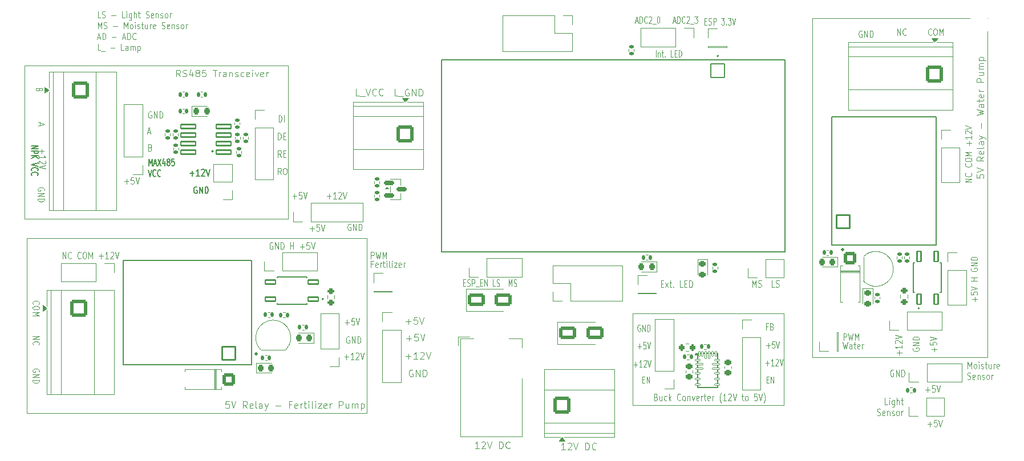
<source format=gbr>
%TF.GenerationSoftware,KiCad,Pcbnew,9.0.7-9.0.7~ubuntu24.04.1*%
%TF.CreationDate,2026-02-19T19:33:50-05:00*%
%TF.ProjectId,plantPartner_PCB1.0,706c616e-7450-4617-9274-6e65725f5043,rev?*%
%TF.SameCoordinates,Original*%
%TF.FileFunction,Legend,Top*%
%TF.FilePolarity,Positive*%
%FSLAX46Y46*%
G04 Gerber Fmt 4.6, Leading zero omitted, Abs format (unit mm)*
G04 Created by KiCad (PCBNEW 9.0.7-9.0.7~ubuntu24.04.1) date 2026-02-19 19:33:50*
%MOMM*%
%LPD*%
G01*
G04 APERTURE LIST*
G04 Aperture macros list*
%AMRoundRect*
0 Rectangle with rounded corners*
0 $1 Rounding radius*
0 $2 $3 $4 $5 $6 $7 $8 $9 X,Y pos of 4 corners*
0 Add a 4 corners polygon primitive as box body*
4,1,4,$2,$3,$4,$5,$6,$7,$8,$9,$2,$3,0*
0 Add four circle primitives for the rounded corners*
1,1,$1+$1,$2,$3*
1,1,$1+$1,$4,$5*
1,1,$1+$1,$6,$7*
1,1,$1+$1,$8,$9*
0 Add four rect primitives between the rounded corners*
20,1,$1+$1,$2,$3,$4,$5,0*
20,1,$1+$1,$4,$5,$6,$7,0*
20,1,$1+$1,$6,$7,$8,$9,0*
20,1,$1+$1,$8,$9,$2,$3,0*%
G04 Aperture macros list end*
%ADD10C,0.100000*%
%ADD11C,0.087500*%
%ADD12C,0.150000*%
%ADD13C,0.140000*%
%ADD14C,0.120000*%
%ADD15C,0.203200*%
%ADD16C,0.127000*%
%ADD17C,0.300000*%
%ADD18C,0.200000*%
%ADD19C,0.152400*%
%ADD20RoundRect,0.225000X0.250000X-0.225000X0.250000X0.225000X-0.250000X0.225000X-0.250000X-0.225000X0*%
%ADD21RoundRect,0.135000X0.185000X-0.135000X0.185000X0.135000X-0.185000X0.135000X-0.185000X-0.135000X0*%
%ADD22R,1.700000X1.700000*%
%ADD23C,1.700000*%
%ADD24RoundRect,0.218750X-0.256250X0.218750X-0.256250X-0.218750X0.256250X-0.218750X0.256250X0.218750X0*%
%ADD25RoundRect,0.218750X-0.218750X-0.256250X0.218750X-0.256250X0.218750X0.256250X-0.218750X0.256250X0*%
%ADD26RoundRect,0.200000X-0.275000X0.200000X-0.275000X-0.200000X0.275000X-0.200000X0.275000X0.200000X0*%
%ADD27RoundRect,0.135000X-0.135000X-0.185000X0.135000X-0.185000X0.135000X0.185000X-0.135000X0.185000X0*%
%ADD28C,3.200000*%
%ADD29RoundRect,0.250000X-1.050000X1.050000X-1.050000X-1.050000X1.050000X-1.050000X1.050000X1.050000X0*%
%ADD30C,2.600000*%
%ADD31RoundRect,0.250000X-1.000000X-0.650000X1.000000X-0.650000X1.000000X0.650000X-1.000000X0.650000X0*%
%ADD32RoundRect,0.250000X0.650000X0.650000X-0.650000X0.650000X-0.650000X-0.650000X0.650000X-0.650000X0*%
%ADD33C,1.800000*%
%ADD34RoundRect,0.102000X1.104900X-0.304800X1.104900X0.304800X-1.104900X0.304800X-1.104900X-0.304800X0*%
%ADD35RoundRect,0.135000X0.135000X0.185000X-0.135000X0.185000X-0.135000X-0.185000X0.135000X-0.185000X0*%
%ADD36RoundRect,0.102000X0.990000X-0.990000X0.990000X0.990000X-0.990000X0.990000X-0.990000X-0.990000X0*%
%ADD37C,2.184000*%
%ADD38C,2.139000*%
%ADD39RoundRect,0.135000X-0.185000X0.135000X-0.185000X-0.135000X0.185000X-0.135000X0.185000X0.135000X0*%
%ADD40RoundRect,0.218750X0.218750X0.256250X-0.218750X0.256250X-0.218750X-0.256250X0.218750X-0.256250X0*%
%ADD41RoundRect,0.150000X-0.587500X-0.150000X0.587500X-0.150000X0.587500X0.150000X-0.587500X0.150000X0*%
%ADD42RoundRect,0.102000X0.300000X-0.750000X0.300000X0.750000X-0.300000X0.750000X-0.300000X-0.750000X0*%
%ADD43RoundRect,0.200000X0.200000X0.275000X-0.200000X0.275000X-0.200000X-0.275000X0.200000X-0.275000X0*%
%ADD44RoundRect,0.140000X0.140000X0.170000X-0.140000X0.170000X-0.140000X-0.170000X0.140000X-0.170000X0*%
%ADD45RoundRect,0.050800X-0.350000X-0.125000X0.350000X-0.125000X0.350000X0.125000X-0.350000X0.125000X0*%
%ADD46RoundRect,0.050800X-0.550000X-0.125000X0.550000X-0.125000X0.550000X0.125000X-0.550000X0.125000X0*%
%ADD47RoundRect,0.050800X0.125000X-0.350000X0.125000X0.350000X-0.125000X0.350000X-0.125000X-0.350000X0*%
%ADD48RoundRect,0.050800X0.125000X-0.550000X0.125000X0.550000X-0.125000X0.550000X-0.125000X-0.550000X0*%
%ADD49RoundRect,0.250000X-1.050000X-1.050000X1.050000X-1.050000X1.050000X1.050000X-1.050000X1.050000X0*%
%ADD50C,3.000000*%
%ADD51RoundRect,0.102000X-1.000000X1.000000X-1.000000X-1.000000X1.000000X-1.000000X1.000000X1.000000X0*%
%ADD52C,2.204000*%
%ADD53RoundRect,0.250000X-0.650000X0.650000X-0.650000X-0.650000X0.650000X-0.650000X0.650000X0.650000X0*%
%ADD54RoundRect,0.102000X0.990000X0.990000X-0.990000X0.990000X-0.990000X-0.990000X0.990000X-0.990000X0*%
%ADD55R,1.300000X1.300000*%
%ADD56C,1.300000*%
%ADD57RoundRect,0.250000X1.050000X1.050000X-1.050000X1.050000X-1.050000X-1.050000X1.050000X-1.050000X0*%
%ADD58R,4.600000X2.000000*%
%ADD59O,4.200000X2.000000*%
%ADD60O,2.000000X4.200000*%
%ADD61RoundRect,0.102000X0.750000X0.300000X-0.750000X0.300000X-0.750000X-0.300000X0.750000X-0.300000X0*%
%ADD62RoundRect,0.225000X-0.250000X0.225000X-0.250000X-0.225000X0.250000X-0.225000X0.250000X0.225000X0*%
G04 APERTURE END LIST*
D10*
X172460000Y-99950000D02*
X194860000Y-99950000D01*
X194860000Y-113550000D01*
X172460000Y-113550000D01*
X172460000Y-99950000D01*
X199110000Y-56060000D02*
X225110000Y-56060000D01*
X225110000Y-106460000D01*
X199110000Y-106460000D01*
X199110000Y-56060000D01*
X82565000Y-88750000D02*
X132965000Y-88750000D01*
X132965000Y-114750000D01*
X82565000Y-114750000D01*
X82565000Y-88750000D01*
X82215000Y-63100000D02*
X121315000Y-63100000D01*
X121315000Y-85900000D01*
X82215000Y-85900000D01*
X82215000Y-63100000D01*
X121956265Y-82541466D02*
X122565789Y-82541466D01*
X122261027Y-82922419D02*
X122261027Y-82160514D01*
X123327693Y-81922419D02*
X122946741Y-81922419D01*
X122946741Y-81922419D02*
X122908645Y-82398609D01*
X122908645Y-82398609D02*
X122946741Y-82350990D01*
X122946741Y-82350990D02*
X123022931Y-82303371D01*
X123022931Y-82303371D02*
X123213407Y-82303371D01*
X123213407Y-82303371D02*
X123289598Y-82350990D01*
X123289598Y-82350990D02*
X123327693Y-82398609D01*
X123327693Y-82398609D02*
X123365788Y-82493847D01*
X123365788Y-82493847D02*
X123365788Y-82731942D01*
X123365788Y-82731942D02*
X123327693Y-82827180D01*
X123327693Y-82827180D02*
X123289598Y-82874800D01*
X123289598Y-82874800D02*
X123213407Y-82922419D01*
X123213407Y-82922419D02*
X123022931Y-82922419D01*
X123022931Y-82922419D02*
X122946741Y-82874800D01*
X122946741Y-82874800D02*
X122908645Y-82827180D01*
X123594360Y-81922419D02*
X123861027Y-82922419D01*
X123861027Y-82922419D02*
X124127693Y-81922419D01*
X193497217Y-96022419D02*
X193116265Y-96022419D01*
X193116265Y-96022419D02*
X193116265Y-95022419D01*
X193725788Y-95974800D02*
X193840074Y-96022419D01*
X193840074Y-96022419D02*
X194030550Y-96022419D01*
X194030550Y-96022419D02*
X194106741Y-95974800D01*
X194106741Y-95974800D02*
X194144836Y-95927180D01*
X194144836Y-95927180D02*
X194182931Y-95831942D01*
X194182931Y-95831942D02*
X194182931Y-95736704D01*
X194182931Y-95736704D02*
X194144836Y-95641466D01*
X194144836Y-95641466D02*
X194106741Y-95593847D01*
X194106741Y-95593847D02*
X194030550Y-95546228D01*
X194030550Y-95546228D02*
X193878169Y-95498609D01*
X193878169Y-95498609D02*
X193801979Y-95450990D01*
X193801979Y-95450990D02*
X193763884Y-95403371D01*
X193763884Y-95403371D02*
X193725788Y-95308133D01*
X193725788Y-95308133D02*
X193725788Y-95212895D01*
X193725788Y-95212895D02*
X193763884Y-95117657D01*
X193763884Y-95117657D02*
X193801979Y-95070038D01*
X193801979Y-95070038D02*
X193878169Y-95022419D01*
X193878169Y-95022419D02*
X194068646Y-95022419D01*
X194068646Y-95022419D02*
X194182931Y-95070038D01*
D11*
X172584231Y-107542116D02*
X173117565Y-107542116D01*
X172850898Y-107923069D02*
X172850898Y-107161164D01*
X173817565Y-107923069D02*
X173417565Y-107923069D01*
X173617565Y-107923069D02*
X173617565Y-106923069D01*
X173617565Y-106923069D02*
X173550898Y-107065926D01*
X173550898Y-107065926D02*
X173484232Y-107161164D01*
X173484232Y-107161164D02*
X173417565Y-107208783D01*
X174084232Y-107018307D02*
X174117565Y-106970688D01*
X174117565Y-106970688D02*
X174184232Y-106923069D01*
X174184232Y-106923069D02*
X174350899Y-106923069D01*
X174350899Y-106923069D02*
X174417565Y-106970688D01*
X174417565Y-106970688D02*
X174450899Y-107018307D01*
X174450899Y-107018307D02*
X174484232Y-107113545D01*
X174484232Y-107113545D02*
X174484232Y-107208783D01*
X174484232Y-107208783D02*
X174450899Y-107351640D01*
X174450899Y-107351640D02*
X174050899Y-107923069D01*
X174050899Y-107923069D02*
X174484232Y-107923069D01*
X174684232Y-106923069D02*
X174917566Y-107923069D01*
X174917566Y-107923069D02*
X175150899Y-106923069D01*
D10*
X133616265Y-91822419D02*
X133616265Y-90822419D01*
X133616265Y-90822419D02*
X133921027Y-90822419D01*
X133921027Y-90822419D02*
X133997217Y-90870038D01*
X133997217Y-90870038D02*
X134035312Y-90917657D01*
X134035312Y-90917657D02*
X134073408Y-91012895D01*
X134073408Y-91012895D02*
X134073408Y-91155752D01*
X134073408Y-91155752D02*
X134035312Y-91250990D01*
X134035312Y-91250990D02*
X133997217Y-91298609D01*
X133997217Y-91298609D02*
X133921027Y-91346228D01*
X133921027Y-91346228D02*
X133616265Y-91346228D01*
X134340074Y-90822419D02*
X134530550Y-91822419D01*
X134530550Y-91822419D02*
X134682931Y-91108133D01*
X134682931Y-91108133D02*
X134835312Y-91822419D01*
X134835312Y-91822419D02*
X135025789Y-90822419D01*
X135330551Y-91822419D02*
X135330551Y-90822419D01*
X135330551Y-90822419D02*
X135597217Y-91536704D01*
X135597217Y-91536704D02*
X135863884Y-90822419D01*
X135863884Y-90822419D02*
X135863884Y-91822419D01*
D11*
X183129231Y-56549259D02*
X183362565Y-56549259D01*
X183462565Y-57073069D02*
X183129231Y-57073069D01*
X183129231Y-57073069D02*
X183129231Y-56073069D01*
X183129231Y-56073069D02*
X183462565Y-56073069D01*
X183729231Y-57025450D02*
X183829231Y-57073069D01*
X183829231Y-57073069D02*
X183995898Y-57073069D01*
X183995898Y-57073069D02*
X184062564Y-57025450D01*
X184062564Y-57025450D02*
X184095898Y-56977830D01*
X184095898Y-56977830D02*
X184129231Y-56882592D01*
X184129231Y-56882592D02*
X184129231Y-56787354D01*
X184129231Y-56787354D02*
X184095898Y-56692116D01*
X184095898Y-56692116D02*
X184062564Y-56644497D01*
X184062564Y-56644497D02*
X183995898Y-56596878D01*
X183995898Y-56596878D02*
X183862564Y-56549259D01*
X183862564Y-56549259D02*
X183795898Y-56501640D01*
X183795898Y-56501640D02*
X183762564Y-56454021D01*
X183762564Y-56454021D02*
X183729231Y-56358783D01*
X183729231Y-56358783D02*
X183729231Y-56263545D01*
X183729231Y-56263545D02*
X183762564Y-56168307D01*
X183762564Y-56168307D02*
X183795898Y-56120688D01*
X183795898Y-56120688D02*
X183862564Y-56073069D01*
X183862564Y-56073069D02*
X184029231Y-56073069D01*
X184029231Y-56073069D02*
X184129231Y-56120688D01*
X184429231Y-57073069D02*
X184429231Y-56073069D01*
X184429231Y-56073069D02*
X184695898Y-56073069D01*
X184695898Y-56073069D02*
X184762565Y-56120688D01*
X184762565Y-56120688D02*
X184795898Y-56168307D01*
X184795898Y-56168307D02*
X184829231Y-56263545D01*
X184829231Y-56263545D02*
X184829231Y-56406402D01*
X184829231Y-56406402D02*
X184795898Y-56501640D01*
X184795898Y-56501640D02*
X184762565Y-56549259D01*
X184762565Y-56549259D02*
X184695898Y-56596878D01*
X184695898Y-56596878D02*
X184429231Y-56596878D01*
X185595898Y-56073069D02*
X186029231Y-56073069D01*
X186029231Y-56073069D02*
X185795898Y-56454021D01*
X185795898Y-56454021D02*
X185895898Y-56454021D01*
X185895898Y-56454021D02*
X185962564Y-56501640D01*
X185962564Y-56501640D02*
X185995898Y-56549259D01*
X185995898Y-56549259D02*
X186029231Y-56644497D01*
X186029231Y-56644497D02*
X186029231Y-56882592D01*
X186029231Y-56882592D02*
X185995898Y-56977830D01*
X185995898Y-56977830D02*
X185962564Y-57025450D01*
X185962564Y-57025450D02*
X185895898Y-57073069D01*
X185895898Y-57073069D02*
X185695898Y-57073069D01*
X185695898Y-57073069D02*
X185629231Y-57025450D01*
X185629231Y-57025450D02*
X185595898Y-56977830D01*
X186329231Y-56977830D02*
X186362565Y-57025450D01*
X186362565Y-57025450D02*
X186329231Y-57073069D01*
X186329231Y-57073069D02*
X186295898Y-57025450D01*
X186295898Y-57025450D02*
X186329231Y-56977830D01*
X186329231Y-56977830D02*
X186329231Y-57073069D01*
X186595898Y-56073069D02*
X187029231Y-56073069D01*
X187029231Y-56073069D02*
X186795898Y-56454021D01*
X186795898Y-56454021D02*
X186895898Y-56454021D01*
X186895898Y-56454021D02*
X186962564Y-56501640D01*
X186962564Y-56501640D02*
X186995898Y-56549259D01*
X186995898Y-56549259D02*
X187029231Y-56644497D01*
X187029231Y-56644497D02*
X187029231Y-56882592D01*
X187029231Y-56882592D02*
X186995898Y-56977830D01*
X186995898Y-56977830D02*
X186962564Y-57025450D01*
X186962564Y-57025450D02*
X186895898Y-57073069D01*
X186895898Y-57073069D02*
X186695898Y-57073069D01*
X186695898Y-57073069D02*
X186629231Y-57025450D01*
X186629231Y-57025450D02*
X186595898Y-56977830D01*
X187229231Y-56073069D02*
X187462565Y-57073069D01*
X187462565Y-57073069D02*
X187695898Y-56073069D01*
D10*
X120263408Y-76722419D02*
X119996741Y-76246228D01*
X119806265Y-76722419D02*
X119806265Y-75722419D01*
X119806265Y-75722419D02*
X120111027Y-75722419D01*
X120111027Y-75722419D02*
X120187217Y-75770038D01*
X120187217Y-75770038D02*
X120225312Y-75817657D01*
X120225312Y-75817657D02*
X120263408Y-75912895D01*
X120263408Y-75912895D02*
X120263408Y-76055752D01*
X120263408Y-76055752D02*
X120225312Y-76150990D01*
X120225312Y-76150990D02*
X120187217Y-76198609D01*
X120187217Y-76198609D02*
X120111027Y-76246228D01*
X120111027Y-76246228D02*
X119806265Y-76246228D01*
X120606265Y-76198609D02*
X120872931Y-76198609D01*
X120987217Y-76722419D02*
X120606265Y-76722419D01*
X120606265Y-76722419D02*
X120606265Y-75722419D01*
X120606265Y-75722419D02*
X120987217Y-75722419D01*
D11*
X173884231Y-109799259D02*
X174117565Y-109799259D01*
X174217565Y-110323069D02*
X173884231Y-110323069D01*
X173884231Y-110323069D02*
X173884231Y-109323069D01*
X173884231Y-109323069D02*
X174217565Y-109323069D01*
X174517564Y-110323069D02*
X174517564Y-109323069D01*
X174517564Y-109323069D02*
X174917564Y-110323069D01*
X174917564Y-110323069D02*
X174917564Y-109323069D01*
D10*
X97016265Y-80341466D02*
X97625789Y-80341466D01*
X97321027Y-80722419D02*
X97321027Y-79960514D01*
X98387693Y-79722419D02*
X98006741Y-79722419D01*
X98006741Y-79722419D02*
X97968645Y-80198609D01*
X97968645Y-80198609D02*
X98006741Y-80150990D01*
X98006741Y-80150990D02*
X98082931Y-80103371D01*
X98082931Y-80103371D02*
X98273407Y-80103371D01*
X98273407Y-80103371D02*
X98349598Y-80150990D01*
X98349598Y-80150990D02*
X98387693Y-80198609D01*
X98387693Y-80198609D02*
X98425788Y-80293847D01*
X98425788Y-80293847D02*
X98425788Y-80531942D01*
X98425788Y-80531942D02*
X98387693Y-80627180D01*
X98387693Y-80627180D02*
X98349598Y-80674800D01*
X98349598Y-80674800D02*
X98273407Y-80722419D01*
X98273407Y-80722419D02*
X98082931Y-80722419D01*
X98082931Y-80722419D02*
X98006741Y-80674800D01*
X98006741Y-80674800D02*
X97968645Y-80627180D01*
X98654360Y-79722419D02*
X98921027Y-80722419D01*
X98921027Y-80722419D02*
X99187693Y-79722419D01*
X84344961Y-108625312D02*
X84392580Y-108549122D01*
X84392580Y-108549122D02*
X84392580Y-108434836D01*
X84392580Y-108434836D02*
X84344961Y-108320550D01*
X84344961Y-108320550D02*
X84249723Y-108244360D01*
X84249723Y-108244360D02*
X84154485Y-108206265D01*
X84154485Y-108206265D02*
X83964009Y-108168169D01*
X83964009Y-108168169D02*
X83821152Y-108168169D01*
X83821152Y-108168169D02*
X83630676Y-108206265D01*
X83630676Y-108206265D02*
X83535438Y-108244360D01*
X83535438Y-108244360D02*
X83440200Y-108320550D01*
X83440200Y-108320550D02*
X83392580Y-108434836D01*
X83392580Y-108434836D02*
X83392580Y-108511027D01*
X83392580Y-108511027D02*
X83440200Y-108625312D01*
X83440200Y-108625312D02*
X83487819Y-108663408D01*
X83487819Y-108663408D02*
X83821152Y-108663408D01*
X83821152Y-108663408D02*
X83821152Y-108511027D01*
X83392580Y-109006265D02*
X84392580Y-109006265D01*
X84392580Y-109006265D02*
X83392580Y-109463408D01*
X83392580Y-109463408D02*
X84392580Y-109463408D01*
X83392580Y-109844360D02*
X84392580Y-109844360D01*
X84392580Y-109844360D02*
X84392580Y-110034836D01*
X84392580Y-110034836D02*
X84344961Y-110149122D01*
X84344961Y-110149122D02*
X84249723Y-110225312D01*
X84249723Y-110225312D02*
X84154485Y-110263407D01*
X84154485Y-110263407D02*
X83964009Y-110301503D01*
X83964009Y-110301503D02*
X83821152Y-110301503D01*
X83821152Y-110301503D02*
X83630676Y-110263407D01*
X83630676Y-110263407D02*
X83535438Y-110225312D01*
X83535438Y-110225312D02*
X83440200Y-110149122D01*
X83440200Y-110149122D02*
X83392580Y-110034836D01*
X83392580Y-110034836D02*
X83392580Y-109844360D01*
X223226466Y-98146189D02*
X223226466Y-97536666D01*
X223607419Y-97841427D02*
X222845514Y-97841427D01*
X222607419Y-96774761D02*
X222607419Y-97155713D01*
X222607419Y-97155713D02*
X223083609Y-97193809D01*
X223083609Y-97193809D02*
X223035990Y-97155713D01*
X223035990Y-97155713D02*
X222988371Y-97079523D01*
X222988371Y-97079523D02*
X222988371Y-96889047D01*
X222988371Y-96889047D02*
X223035990Y-96812856D01*
X223035990Y-96812856D02*
X223083609Y-96774761D01*
X223083609Y-96774761D02*
X223178847Y-96736666D01*
X223178847Y-96736666D02*
X223416942Y-96736666D01*
X223416942Y-96736666D02*
X223512180Y-96774761D01*
X223512180Y-96774761D02*
X223559800Y-96812856D01*
X223559800Y-96812856D02*
X223607419Y-96889047D01*
X223607419Y-96889047D02*
X223607419Y-97079523D01*
X223607419Y-97079523D02*
X223559800Y-97155713D01*
X223559800Y-97155713D02*
X223512180Y-97193809D01*
X222607419Y-96508094D02*
X223607419Y-96241427D01*
X223607419Y-96241427D02*
X222607419Y-95974761D01*
X223607419Y-95098570D02*
X222607419Y-95098570D01*
X223083609Y-95098570D02*
X223083609Y-94641427D01*
X223607419Y-94641427D02*
X222607419Y-94641427D01*
X222655038Y-93231904D02*
X222607419Y-93308094D01*
X222607419Y-93308094D02*
X222607419Y-93422380D01*
X222607419Y-93422380D02*
X222655038Y-93536666D01*
X222655038Y-93536666D02*
X222750276Y-93612856D01*
X222750276Y-93612856D02*
X222845514Y-93650951D01*
X222845514Y-93650951D02*
X223035990Y-93689047D01*
X223035990Y-93689047D02*
X223178847Y-93689047D01*
X223178847Y-93689047D02*
X223369323Y-93650951D01*
X223369323Y-93650951D02*
X223464561Y-93612856D01*
X223464561Y-93612856D02*
X223559800Y-93536666D01*
X223559800Y-93536666D02*
X223607419Y-93422380D01*
X223607419Y-93422380D02*
X223607419Y-93346189D01*
X223607419Y-93346189D02*
X223559800Y-93231904D01*
X223559800Y-93231904D02*
X223512180Y-93193808D01*
X223512180Y-93193808D02*
X223178847Y-93193808D01*
X223178847Y-93193808D02*
X223178847Y-93346189D01*
X223607419Y-92850951D02*
X222607419Y-92850951D01*
X222607419Y-92850951D02*
X223607419Y-92393808D01*
X223607419Y-92393808D02*
X222607419Y-92393808D01*
X223607419Y-92012856D02*
X222607419Y-92012856D01*
X222607419Y-92012856D02*
X222607419Y-91822380D01*
X222607419Y-91822380D02*
X222655038Y-91708094D01*
X222655038Y-91708094D02*
X222750276Y-91631904D01*
X222750276Y-91631904D02*
X222845514Y-91593809D01*
X222845514Y-91593809D02*
X223035990Y-91555713D01*
X223035990Y-91555713D02*
X223178847Y-91555713D01*
X223178847Y-91555713D02*
X223369323Y-91593809D01*
X223369323Y-91593809D02*
X223464561Y-91631904D01*
X223464561Y-91631904D02*
X223559800Y-91708094D01*
X223559800Y-91708094D02*
X223607419Y-91822380D01*
X223607419Y-91822380D02*
X223607419Y-92012856D01*
X175882931Y-112358609D02*
X175997217Y-112406228D01*
X175997217Y-112406228D02*
X176035312Y-112453847D01*
X176035312Y-112453847D02*
X176073408Y-112549085D01*
X176073408Y-112549085D02*
X176073408Y-112691942D01*
X176073408Y-112691942D02*
X176035312Y-112787180D01*
X176035312Y-112787180D02*
X175997217Y-112834800D01*
X175997217Y-112834800D02*
X175921027Y-112882419D01*
X175921027Y-112882419D02*
X175616265Y-112882419D01*
X175616265Y-112882419D02*
X175616265Y-111882419D01*
X175616265Y-111882419D02*
X175882931Y-111882419D01*
X175882931Y-111882419D02*
X175959122Y-111930038D01*
X175959122Y-111930038D02*
X175997217Y-111977657D01*
X175997217Y-111977657D02*
X176035312Y-112072895D01*
X176035312Y-112072895D02*
X176035312Y-112168133D01*
X176035312Y-112168133D02*
X175997217Y-112263371D01*
X175997217Y-112263371D02*
X175959122Y-112310990D01*
X175959122Y-112310990D02*
X175882931Y-112358609D01*
X175882931Y-112358609D02*
X175616265Y-112358609D01*
X176759122Y-112215752D02*
X176759122Y-112882419D01*
X176416265Y-112215752D02*
X176416265Y-112739561D01*
X176416265Y-112739561D02*
X176454360Y-112834800D01*
X176454360Y-112834800D02*
X176530550Y-112882419D01*
X176530550Y-112882419D02*
X176644836Y-112882419D01*
X176644836Y-112882419D02*
X176721027Y-112834800D01*
X176721027Y-112834800D02*
X176759122Y-112787180D01*
X177482932Y-112834800D02*
X177406741Y-112882419D01*
X177406741Y-112882419D02*
X177254360Y-112882419D01*
X177254360Y-112882419D02*
X177178170Y-112834800D01*
X177178170Y-112834800D02*
X177140075Y-112787180D01*
X177140075Y-112787180D02*
X177101979Y-112691942D01*
X177101979Y-112691942D02*
X177101979Y-112406228D01*
X177101979Y-112406228D02*
X177140075Y-112310990D01*
X177140075Y-112310990D02*
X177178170Y-112263371D01*
X177178170Y-112263371D02*
X177254360Y-112215752D01*
X177254360Y-112215752D02*
X177406741Y-112215752D01*
X177406741Y-112215752D02*
X177482932Y-112263371D01*
X177825789Y-112882419D02*
X177825789Y-111882419D01*
X177901979Y-112501466D02*
X178130551Y-112882419D01*
X178130551Y-112215752D02*
X177825789Y-112596704D01*
X179540075Y-112787180D02*
X179501979Y-112834800D01*
X179501979Y-112834800D02*
X179387694Y-112882419D01*
X179387694Y-112882419D02*
X179311503Y-112882419D01*
X179311503Y-112882419D02*
X179197217Y-112834800D01*
X179197217Y-112834800D02*
X179121027Y-112739561D01*
X179121027Y-112739561D02*
X179082932Y-112644323D01*
X179082932Y-112644323D02*
X179044836Y-112453847D01*
X179044836Y-112453847D02*
X179044836Y-112310990D01*
X179044836Y-112310990D02*
X179082932Y-112120514D01*
X179082932Y-112120514D02*
X179121027Y-112025276D01*
X179121027Y-112025276D02*
X179197217Y-111930038D01*
X179197217Y-111930038D02*
X179311503Y-111882419D01*
X179311503Y-111882419D02*
X179387694Y-111882419D01*
X179387694Y-111882419D02*
X179501979Y-111930038D01*
X179501979Y-111930038D02*
X179540075Y-111977657D01*
X179997217Y-112882419D02*
X179921027Y-112834800D01*
X179921027Y-112834800D02*
X179882932Y-112787180D01*
X179882932Y-112787180D02*
X179844836Y-112691942D01*
X179844836Y-112691942D02*
X179844836Y-112406228D01*
X179844836Y-112406228D02*
X179882932Y-112310990D01*
X179882932Y-112310990D02*
X179921027Y-112263371D01*
X179921027Y-112263371D02*
X179997217Y-112215752D01*
X179997217Y-112215752D02*
X180111503Y-112215752D01*
X180111503Y-112215752D02*
X180187694Y-112263371D01*
X180187694Y-112263371D02*
X180225789Y-112310990D01*
X180225789Y-112310990D02*
X180263884Y-112406228D01*
X180263884Y-112406228D02*
X180263884Y-112691942D01*
X180263884Y-112691942D02*
X180225789Y-112787180D01*
X180225789Y-112787180D02*
X180187694Y-112834800D01*
X180187694Y-112834800D02*
X180111503Y-112882419D01*
X180111503Y-112882419D02*
X179997217Y-112882419D01*
X180606742Y-112215752D02*
X180606742Y-112882419D01*
X180606742Y-112310990D02*
X180644837Y-112263371D01*
X180644837Y-112263371D02*
X180721027Y-112215752D01*
X180721027Y-112215752D02*
X180835313Y-112215752D01*
X180835313Y-112215752D02*
X180911504Y-112263371D01*
X180911504Y-112263371D02*
X180949599Y-112358609D01*
X180949599Y-112358609D02*
X180949599Y-112882419D01*
X181254361Y-112215752D02*
X181444837Y-112882419D01*
X181444837Y-112882419D02*
X181635314Y-112215752D01*
X182244838Y-112834800D02*
X182168647Y-112882419D01*
X182168647Y-112882419D02*
X182016266Y-112882419D01*
X182016266Y-112882419D02*
X181940076Y-112834800D01*
X181940076Y-112834800D02*
X181901980Y-112739561D01*
X181901980Y-112739561D02*
X181901980Y-112358609D01*
X181901980Y-112358609D02*
X181940076Y-112263371D01*
X181940076Y-112263371D02*
X182016266Y-112215752D01*
X182016266Y-112215752D02*
X182168647Y-112215752D01*
X182168647Y-112215752D02*
X182244838Y-112263371D01*
X182244838Y-112263371D02*
X182282933Y-112358609D01*
X182282933Y-112358609D02*
X182282933Y-112453847D01*
X182282933Y-112453847D02*
X181901980Y-112549085D01*
X182625790Y-112882419D02*
X182625790Y-112215752D01*
X182625790Y-112406228D02*
X182663885Y-112310990D01*
X182663885Y-112310990D02*
X182701980Y-112263371D01*
X182701980Y-112263371D02*
X182778171Y-112215752D01*
X182778171Y-112215752D02*
X182854361Y-112215752D01*
X183006742Y-112215752D02*
X183311504Y-112215752D01*
X183121028Y-111882419D02*
X183121028Y-112739561D01*
X183121028Y-112739561D02*
X183159123Y-112834800D01*
X183159123Y-112834800D02*
X183235313Y-112882419D01*
X183235313Y-112882419D02*
X183311504Y-112882419D01*
X183882933Y-112834800D02*
X183806742Y-112882419D01*
X183806742Y-112882419D02*
X183654361Y-112882419D01*
X183654361Y-112882419D02*
X183578171Y-112834800D01*
X183578171Y-112834800D02*
X183540075Y-112739561D01*
X183540075Y-112739561D02*
X183540075Y-112358609D01*
X183540075Y-112358609D02*
X183578171Y-112263371D01*
X183578171Y-112263371D02*
X183654361Y-112215752D01*
X183654361Y-112215752D02*
X183806742Y-112215752D01*
X183806742Y-112215752D02*
X183882933Y-112263371D01*
X183882933Y-112263371D02*
X183921028Y-112358609D01*
X183921028Y-112358609D02*
X183921028Y-112453847D01*
X183921028Y-112453847D02*
X183540075Y-112549085D01*
X184263885Y-112882419D02*
X184263885Y-112215752D01*
X184263885Y-112406228D02*
X184301980Y-112310990D01*
X184301980Y-112310990D02*
X184340075Y-112263371D01*
X184340075Y-112263371D02*
X184416266Y-112215752D01*
X184416266Y-112215752D02*
X184492456Y-112215752D01*
X185597218Y-113263371D02*
X185559123Y-113215752D01*
X185559123Y-113215752D02*
X185482932Y-113072895D01*
X185482932Y-113072895D02*
X185444837Y-112977657D01*
X185444837Y-112977657D02*
X185406742Y-112834800D01*
X185406742Y-112834800D02*
X185368647Y-112596704D01*
X185368647Y-112596704D02*
X185368647Y-112406228D01*
X185368647Y-112406228D02*
X185406742Y-112168133D01*
X185406742Y-112168133D02*
X185444837Y-112025276D01*
X185444837Y-112025276D02*
X185482932Y-111930038D01*
X185482932Y-111930038D02*
X185559123Y-111787180D01*
X185559123Y-111787180D02*
X185597218Y-111739561D01*
X186321027Y-112882419D02*
X185863884Y-112882419D01*
X186092456Y-112882419D02*
X186092456Y-111882419D01*
X186092456Y-111882419D02*
X186016265Y-112025276D01*
X186016265Y-112025276D02*
X185940075Y-112120514D01*
X185940075Y-112120514D02*
X185863884Y-112168133D01*
X186625789Y-111977657D02*
X186663885Y-111930038D01*
X186663885Y-111930038D02*
X186740075Y-111882419D01*
X186740075Y-111882419D02*
X186930551Y-111882419D01*
X186930551Y-111882419D02*
X187006742Y-111930038D01*
X187006742Y-111930038D02*
X187044837Y-111977657D01*
X187044837Y-111977657D02*
X187082932Y-112072895D01*
X187082932Y-112072895D02*
X187082932Y-112168133D01*
X187082932Y-112168133D02*
X187044837Y-112310990D01*
X187044837Y-112310990D02*
X186587694Y-112882419D01*
X186587694Y-112882419D02*
X187082932Y-112882419D01*
X187311504Y-111882419D02*
X187578171Y-112882419D01*
X187578171Y-112882419D02*
X187844837Y-111882419D01*
X188606742Y-112215752D02*
X188911504Y-112215752D01*
X188721028Y-111882419D02*
X188721028Y-112739561D01*
X188721028Y-112739561D02*
X188759123Y-112834800D01*
X188759123Y-112834800D02*
X188835313Y-112882419D01*
X188835313Y-112882419D02*
X188911504Y-112882419D01*
X189292456Y-112882419D02*
X189216266Y-112834800D01*
X189216266Y-112834800D02*
X189178171Y-112787180D01*
X189178171Y-112787180D02*
X189140075Y-112691942D01*
X189140075Y-112691942D02*
X189140075Y-112406228D01*
X189140075Y-112406228D02*
X189178171Y-112310990D01*
X189178171Y-112310990D02*
X189216266Y-112263371D01*
X189216266Y-112263371D02*
X189292456Y-112215752D01*
X189292456Y-112215752D02*
X189406742Y-112215752D01*
X189406742Y-112215752D02*
X189482933Y-112263371D01*
X189482933Y-112263371D02*
X189521028Y-112310990D01*
X189521028Y-112310990D02*
X189559123Y-112406228D01*
X189559123Y-112406228D02*
X189559123Y-112691942D01*
X189559123Y-112691942D02*
X189521028Y-112787180D01*
X189521028Y-112787180D02*
X189482933Y-112834800D01*
X189482933Y-112834800D02*
X189406742Y-112882419D01*
X189406742Y-112882419D02*
X189292456Y-112882419D01*
X190892457Y-111882419D02*
X190511505Y-111882419D01*
X190511505Y-111882419D02*
X190473409Y-112358609D01*
X190473409Y-112358609D02*
X190511505Y-112310990D01*
X190511505Y-112310990D02*
X190587695Y-112263371D01*
X190587695Y-112263371D02*
X190778171Y-112263371D01*
X190778171Y-112263371D02*
X190854362Y-112310990D01*
X190854362Y-112310990D02*
X190892457Y-112358609D01*
X190892457Y-112358609D02*
X190930552Y-112453847D01*
X190930552Y-112453847D02*
X190930552Y-112691942D01*
X190930552Y-112691942D02*
X190892457Y-112787180D01*
X190892457Y-112787180D02*
X190854362Y-112834800D01*
X190854362Y-112834800D02*
X190778171Y-112882419D01*
X190778171Y-112882419D02*
X190587695Y-112882419D01*
X190587695Y-112882419D02*
X190511505Y-112834800D01*
X190511505Y-112834800D02*
X190473409Y-112787180D01*
X191159124Y-111882419D02*
X191425791Y-112882419D01*
X191425791Y-112882419D02*
X191692457Y-111882419D01*
X191882933Y-113263371D02*
X191921028Y-113215752D01*
X191921028Y-113215752D02*
X191997219Y-113072895D01*
X191997219Y-113072895D02*
X192035314Y-112977657D01*
X192035314Y-112977657D02*
X192073409Y-112834800D01*
X192073409Y-112834800D02*
X192111505Y-112596704D01*
X192111505Y-112596704D02*
X192111505Y-112406228D01*
X192111505Y-112406228D02*
X192073409Y-112168133D01*
X192073409Y-112168133D02*
X192035314Y-112025276D01*
X192035314Y-112025276D02*
X191997219Y-111930038D01*
X191997219Y-111930038D02*
X191921028Y-111787180D01*
X191921028Y-111787180D02*
X191882933Y-111739561D01*
X84473295Y-71618169D02*
X84473295Y-71999122D01*
X84187580Y-71541979D02*
X85187580Y-71808646D01*
X85187580Y-71808646D02*
X84187580Y-72075312D01*
D11*
X175874231Y-61853069D02*
X175874231Y-60853069D01*
X176207564Y-61186402D02*
X176207564Y-61853069D01*
X176207564Y-61281640D02*
X176240898Y-61234021D01*
X176240898Y-61234021D02*
X176307564Y-61186402D01*
X176307564Y-61186402D02*
X176407564Y-61186402D01*
X176407564Y-61186402D02*
X176474231Y-61234021D01*
X176474231Y-61234021D02*
X176507564Y-61329259D01*
X176507564Y-61329259D02*
X176507564Y-61853069D01*
X176740897Y-61186402D02*
X177007564Y-61186402D01*
X176840897Y-60853069D02*
X176840897Y-61710211D01*
X176840897Y-61710211D02*
X176874231Y-61805450D01*
X176874231Y-61805450D02*
X176940897Y-61853069D01*
X176940897Y-61853069D02*
X177007564Y-61853069D01*
X177240897Y-61757830D02*
X177274231Y-61805450D01*
X177274231Y-61805450D02*
X177240897Y-61853069D01*
X177240897Y-61853069D02*
X177207564Y-61805450D01*
X177207564Y-61805450D02*
X177240897Y-61757830D01*
X177240897Y-61757830D02*
X177240897Y-61853069D01*
X178440897Y-61853069D02*
X178107563Y-61853069D01*
X178107563Y-61853069D02*
X178107563Y-60853069D01*
X178674230Y-61329259D02*
X178907564Y-61329259D01*
X179007564Y-61853069D02*
X178674230Y-61853069D01*
X178674230Y-61853069D02*
X178674230Y-60853069D01*
X178674230Y-60853069D02*
X179007564Y-60853069D01*
X179307563Y-61853069D02*
X179307563Y-60853069D01*
X179307563Y-60853069D02*
X179474230Y-60853069D01*
X179474230Y-60853069D02*
X179574230Y-60900688D01*
X179574230Y-60900688D02*
X179640897Y-60995926D01*
X179640897Y-60995926D02*
X179674230Y-61091164D01*
X179674230Y-61091164D02*
X179707563Y-61281640D01*
X179707563Y-61281640D02*
X179707563Y-61424497D01*
X179707563Y-61424497D02*
X179674230Y-61614973D01*
X179674230Y-61614973D02*
X179640897Y-61710211D01*
X179640897Y-61710211D02*
X179574230Y-61805450D01*
X179574230Y-61805450D02*
X179474230Y-61853069D01*
X179474230Y-61853069D02*
X179307563Y-61853069D01*
D10*
X217191466Y-105603734D02*
X217191466Y-104994211D01*
X217572419Y-105298972D02*
X216810514Y-105298972D01*
X216572419Y-104232306D02*
X216572419Y-104613258D01*
X216572419Y-104613258D02*
X217048609Y-104651354D01*
X217048609Y-104651354D02*
X217000990Y-104613258D01*
X217000990Y-104613258D02*
X216953371Y-104537068D01*
X216953371Y-104537068D02*
X216953371Y-104346592D01*
X216953371Y-104346592D02*
X217000990Y-104270401D01*
X217000990Y-104270401D02*
X217048609Y-104232306D01*
X217048609Y-104232306D02*
X217143847Y-104194211D01*
X217143847Y-104194211D02*
X217381942Y-104194211D01*
X217381942Y-104194211D02*
X217477180Y-104232306D01*
X217477180Y-104232306D02*
X217524800Y-104270401D01*
X217524800Y-104270401D02*
X217572419Y-104346592D01*
X217572419Y-104346592D02*
X217572419Y-104537068D01*
X217572419Y-104537068D02*
X217524800Y-104613258D01*
X217524800Y-104613258D02*
X217477180Y-104651354D01*
X216572419Y-103965639D02*
X217572419Y-103698972D01*
X217572419Y-103698972D02*
X216572419Y-103432306D01*
X133882931Y-92598609D02*
X133616265Y-92598609D01*
X133616265Y-93122419D02*
X133616265Y-92122419D01*
X133616265Y-92122419D02*
X133997217Y-92122419D01*
X134606741Y-93074800D02*
X134530550Y-93122419D01*
X134530550Y-93122419D02*
X134378169Y-93122419D01*
X134378169Y-93122419D02*
X134301979Y-93074800D01*
X134301979Y-93074800D02*
X134263883Y-92979561D01*
X134263883Y-92979561D02*
X134263883Y-92598609D01*
X134263883Y-92598609D02*
X134301979Y-92503371D01*
X134301979Y-92503371D02*
X134378169Y-92455752D01*
X134378169Y-92455752D02*
X134530550Y-92455752D01*
X134530550Y-92455752D02*
X134606741Y-92503371D01*
X134606741Y-92503371D02*
X134644836Y-92598609D01*
X134644836Y-92598609D02*
X134644836Y-92693847D01*
X134644836Y-92693847D02*
X134263883Y-92789085D01*
X134987693Y-93122419D02*
X134987693Y-92455752D01*
X134987693Y-92646228D02*
X135025788Y-92550990D01*
X135025788Y-92550990D02*
X135063883Y-92503371D01*
X135063883Y-92503371D02*
X135140074Y-92455752D01*
X135140074Y-92455752D02*
X135216264Y-92455752D01*
X135368645Y-92455752D02*
X135673407Y-92455752D01*
X135482931Y-92122419D02*
X135482931Y-92979561D01*
X135482931Y-92979561D02*
X135521026Y-93074800D01*
X135521026Y-93074800D02*
X135597216Y-93122419D01*
X135597216Y-93122419D02*
X135673407Y-93122419D01*
X135940074Y-93122419D02*
X135940074Y-92455752D01*
X135940074Y-92122419D02*
X135901978Y-92170038D01*
X135901978Y-92170038D02*
X135940074Y-92217657D01*
X135940074Y-92217657D02*
X135978169Y-92170038D01*
X135978169Y-92170038D02*
X135940074Y-92122419D01*
X135940074Y-92122419D02*
X135940074Y-92217657D01*
X136435311Y-93122419D02*
X136359121Y-93074800D01*
X136359121Y-93074800D02*
X136321026Y-92979561D01*
X136321026Y-92979561D02*
X136321026Y-92122419D01*
X136740074Y-93122419D02*
X136740074Y-92455752D01*
X136740074Y-92122419D02*
X136701978Y-92170038D01*
X136701978Y-92170038D02*
X136740074Y-92217657D01*
X136740074Y-92217657D02*
X136778169Y-92170038D01*
X136778169Y-92170038D02*
X136740074Y-92122419D01*
X136740074Y-92122419D02*
X136740074Y-92217657D01*
X137044835Y-92455752D02*
X137463883Y-92455752D01*
X137463883Y-92455752D02*
X137044835Y-93122419D01*
X137044835Y-93122419D02*
X137463883Y-93122419D01*
X138073407Y-93074800D02*
X137997216Y-93122419D01*
X137997216Y-93122419D02*
X137844835Y-93122419D01*
X137844835Y-93122419D02*
X137768645Y-93074800D01*
X137768645Y-93074800D02*
X137730549Y-92979561D01*
X137730549Y-92979561D02*
X137730549Y-92598609D01*
X137730549Y-92598609D02*
X137768645Y-92503371D01*
X137768645Y-92503371D02*
X137844835Y-92455752D01*
X137844835Y-92455752D02*
X137997216Y-92455752D01*
X137997216Y-92455752D02*
X138073407Y-92503371D01*
X138073407Y-92503371D02*
X138111502Y-92598609D01*
X138111502Y-92598609D02*
X138111502Y-92693847D01*
X138111502Y-92693847D02*
X137730549Y-92789085D01*
X138454359Y-93122419D02*
X138454359Y-92455752D01*
X138454359Y-92646228D02*
X138492454Y-92550990D01*
X138492454Y-92550990D02*
X138530549Y-92503371D01*
X138530549Y-92503371D02*
X138606740Y-92455752D01*
X138606740Y-92455752D02*
X138682930Y-92455752D01*
D11*
X173550898Y-101670688D02*
X173484231Y-101623069D01*
X173484231Y-101623069D02*
X173384231Y-101623069D01*
X173384231Y-101623069D02*
X173284231Y-101670688D01*
X173284231Y-101670688D02*
X173217565Y-101765926D01*
X173217565Y-101765926D02*
X173184231Y-101861164D01*
X173184231Y-101861164D02*
X173150898Y-102051640D01*
X173150898Y-102051640D02*
X173150898Y-102194497D01*
X173150898Y-102194497D02*
X173184231Y-102384973D01*
X173184231Y-102384973D02*
X173217565Y-102480211D01*
X173217565Y-102480211D02*
X173284231Y-102575450D01*
X173284231Y-102575450D02*
X173384231Y-102623069D01*
X173384231Y-102623069D02*
X173450898Y-102623069D01*
X173450898Y-102623069D02*
X173550898Y-102575450D01*
X173550898Y-102575450D02*
X173584231Y-102527830D01*
X173584231Y-102527830D02*
X173584231Y-102194497D01*
X173584231Y-102194497D02*
X173450898Y-102194497D01*
X173884231Y-102623069D02*
X173884231Y-101623069D01*
X173884231Y-101623069D02*
X174284231Y-102623069D01*
X174284231Y-102623069D02*
X174284231Y-101623069D01*
X174617564Y-102623069D02*
X174617564Y-101623069D01*
X174617564Y-101623069D02*
X174784231Y-101623069D01*
X174784231Y-101623069D02*
X174884231Y-101670688D01*
X174884231Y-101670688D02*
X174950898Y-101765926D01*
X174950898Y-101765926D02*
X174984231Y-101861164D01*
X174984231Y-101861164D02*
X175017564Y-102051640D01*
X175017564Y-102051640D02*
X175017564Y-102194497D01*
X175017564Y-102194497D02*
X174984231Y-102384973D01*
X174984231Y-102384973D02*
X174950898Y-102480211D01*
X174950898Y-102480211D02*
X174884231Y-102575450D01*
X174884231Y-102575450D02*
X174784231Y-102623069D01*
X174784231Y-102623069D02*
X174617564Y-102623069D01*
D10*
X211716265Y-58622419D02*
X211716265Y-57622419D01*
X211716265Y-57622419D02*
X212173408Y-58622419D01*
X212173408Y-58622419D02*
X212173408Y-57622419D01*
X213011503Y-58527180D02*
X212973407Y-58574800D01*
X212973407Y-58574800D02*
X212859122Y-58622419D01*
X212859122Y-58622419D02*
X212782931Y-58622419D01*
X212782931Y-58622419D02*
X212668645Y-58574800D01*
X212668645Y-58574800D02*
X212592455Y-58479561D01*
X212592455Y-58479561D02*
X212554360Y-58384323D01*
X212554360Y-58384323D02*
X212516264Y-58193847D01*
X212516264Y-58193847D02*
X212516264Y-58050990D01*
X212516264Y-58050990D02*
X212554360Y-57860514D01*
X212554360Y-57860514D02*
X212592455Y-57765276D01*
X212592455Y-57765276D02*
X212668645Y-57670038D01*
X212668645Y-57670038D02*
X212782931Y-57622419D01*
X212782931Y-57622419D02*
X212859122Y-57622419D01*
X212859122Y-57622419D02*
X212973407Y-57670038D01*
X212973407Y-57670038D02*
X213011503Y-57717657D01*
X137590074Y-67622419D02*
X137113884Y-67622419D01*
X137113884Y-67622419D02*
X137113884Y-66622419D01*
X137685313Y-67717657D02*
X138447217Y-67717657D01*
X139209122Y-66670038D02*
X139113884Y-66622419D01*
X139113884Y-66622419D02*
X138971027Y-66622419D01*
X138971027Y-66622419D02*
X138828170Y-66670038D01*
X138828170Y-66670038D02*
X138732932Y-66765276D01*
X138732932Y-66765276D02*
X138685313Y-66860514D01*
X138685313Y-66860514D02*
X138637694Y-67050990D01*
X138637694Y-67050990D02*
X138637694Y-67193847D01*
X138637694Y-67193847D02*
X138685313Y-67384323D01*
X138685313Y-67384323D02*
X138732932Y-67479561D01*
X138732932Y-67479561D02*
X138828170Y-67574800D01*
X138828170Y-67574800D02*
X138971027Y-67622419D01*
X138971027Y-67622419D02*
X139066265Y-67622419D01*
X139066265Y-67622419D02*
X139209122Y-67574800D01*
X139209122Y-67574800D02*
X139256741Y-67527180D01*
X139256741Y-67527180D02*
X139256741Y-67193847D01*
X139256741Y-67193847D02*
X139066265Y-67193847D01*
X139685313Y-67622419D02*
X139685313Y-66622419D01*
X139685313Y-66622419D02*
X140256741Y-67622419D01*
X140256741Y-67622419D02*
X140256741Y-66622419D01*
X140732932Y-67622419D02*
X140732932Y-66622419D01*
X140732932Y-66622419D02*
X140971027Y-66622419D01*
X140971027Y-66622419D02*
X141113884Y-66670038D01*
X141113884Y-66670038D02*
X141209122Y-66765276D01*
X141209122Y-66765276D02*
X141256741Y-66860514D01*
X141256741Y-66860514D02*
X141304360Y-67050990D01*
X141304360Y-67050990D02*
X141304360Y-67193847D01*
X141304360Y-67193847D02*
X141256741Y-67384323D01*
X141256741Y-67384323D02*
X141209122Y-67479561D01*
X141209122Y-67479561D02*
X141113884Y-67574800D01*
X141113884Y-67574800D02*
X140971027Y-67622419D01*
X140971027Y-67622419D02*
X140732932Y-67622419D01*
X129756265Y-101291466D02*
X130365789Y-101291466D01*
X130061027Y-101672419D02*
X130061027Y-100910514D01*
X131127693Y-100672419D02*
X130746741Y-100672419D01*
X130746741Y-100672419D02*
X130708645Y-101148609D01*
X130708645Y-101148609D02*
X130746741Y-101100990D01*
X130746741Y-101100990D02*
X130822931Y-101053371D01*
X130822931Y-101053371D02*
X131013407Y-101053371D01*
X131013407Y-101053371D02*
X131089598Y-101100990D01*
X131089598Y-101100990D02*
X131127693Y-101148609D01*
X131127693Y-101148609D02*
X131165788Y-101243847D01*
X131165788Y-101243847D02*
X131165788Y-101481942D01*
X131165788Y-101481942D02*
X131127693Y-101577180D01*
X131127693Y-101577180D02*
X131089598Y-101624800D01*
X131089598Y-101624800D02*
X131013407Y-101672419D01*
X131013407Y-101672419D02*
X130822931Y-101672419D01*
X130822931Y-101672419D02*
X130746741Y-101624800D01*
X130746741Y-101624800D02*
X130708645Y-101577180D01*
X131394360Y-100672419D02*
X131661027Y-101672419D01*
X131661027Y-101672419D02*
X131927693Y-100672419D01*
D12*
X107768207Y-81167438D02*
X107692017Y-81119819D01*
X107692017Y-81119819D02*
X107577731Y-81119819D01*
X107577731Y-81119819D02*
X107463445Y-81167438D01*
X107463445Y-81167438D02*
X107387255Y-81262676D01*
X107387255Y-81262676D02*
X107349160Y-81357914D01*
X107349160Y-81357914D02*
X107311064Y-81548390D01*
X107311064Y-81548390D02*
X107311064Y-81691247D01*
X107311064Y-81691247D02*
X107349160Y-81881723D01*
X107349160Y-81881723D02*
X107387255Y-81976961D01*
X107387255Y-81976961D02*
X107463445Y-82072200D01*
X107463445Y-82072200D02*
X107577731Y-82119819D01*
X107577731Y-82119819D02*
X107653922Y-82119819D01*
X107653922Y-82119819D02*
X107768207Y-82072200D01*
X107768207Y-82072200D02*
X107806303Y-82024580D01*
X107806303Y-82024580D02*
X107806303Y-81691247D01*
X107806303Y-81691247D02*
X107653922Y-81691247D01*
X108149160Y-82119819D02*
X108149160Y-81119819D01*
X108149160Y-81119819D02*
X108606303Y-82119819D01*
X108606303Y-82119819D02*
X108606303Y-81119819D01*
X108987255Y-82119819D02*
X108987255Y-81119819D01*
X108987255Y-81119819D02*
X109177731Y-81119819D01*
X109177731Y-81119819D02*
X109292017Y-81167438D01*
X109292017Y-81167438D02*
X109368207Y-81262676D01*
X109368207Y-81262676D02*
X109406302Y-81357914D01*
X109406302Y-81357914D02*
X109444398Y-81548390D01*
X109444398Y-81548390D02*
X109444398Y-81691247D01*
X109444398Y-81691247D02*
X109406302Y-81881723D01*
X109406302Y-81881723D02*
X109368207Y-81976961D01*
X109368207Y-81976961D02*
X109292017Y-82072200D01*
X109292017Y-82072200D02*
X109177731Y-82119819D01*
X109177731Y-82119819D02*
X108987255Y-82119819D01*
D10*
X149637693Y-119999919D02*
X149066265Y-119999919D01*
X149351979Y-119999919D02*
X149351979Y-118999919D01*
X149351979Y-118999919D02*
X149256741Y-119142776D01*
X149256741Y-119142776D02*
X149161503Y-119238014D01*
X149161503Y-119238014D02*
X149066265Y-119285633D01*
X150018646Y-119095157D02*
X150066265Y-119047538D01*
X150066265Y-119047538D02*
X150161503Y-118999919D01*
X150161503Y-118999919D02*
X150399598Y-118999919D01*
X150399598Y-118999919D02*
X150494836Y-119047538D01*
X150494836Y-119047538D02*
X150542455Y-119095157D01*
X150542455Y-119095157D02*
X150590074Y-119190395D01*
X150590074Y-119190395D02*
X150590074Y-119285633D01*
X150590074Y-119285633D02*
X150542455Y-119428490D01*
X150542455Y-119428490D02*
X149971027Y-119999919D01*
X149971027Y-119999919D02*
X150590074Y-119999919D01*
X150875789Y-118999919D02*
X151209122Y-119999919D01*
X151209122Y-119999919D02*
X151542455Y-118999919D01*
X152637694Y-119999919D02*
X152637694Y-118999919D01*
X152637694Y-118999919D02*
X152875789Y-118999919D01*
X152875789Y-118999919D02*
X153018646Y-119047538D01*
X153018646Y-119047538D02*
X153113884Y-119142776D01*
X153113884Y-119142776D02*
X153161503Y-119238014D01*
X153161503Y-119238014D02*
X153209122Y-119428490D01*
X153209122Y-119428490D02*
X153209122Y-119571347D01*
X153209122Y-119571347D02*
X153161503Y-119761823D01*
X153161503Y-119761823D02*
X153113884Y-119857061D01*
X153113884Y-119857061D02*
X153018646Y-119952300D01*
X153018646Y-119952300D02*
X152875789Y-119999919D01*
X152875789Y-119999919D02*
X152637694Y-119999919D01*
X154209122Y-119904680D02*
X154161503Y-119952300D01*
X154161503Y-119952300D02*
X154018646Y-119999919D01*
X154018646Y-119999919D02*
X153923408Y-119999919D01*
X153923408Y-119999919D02*
X153780551Y-119952300D01*
X153780551Y-119952300D02*
X153685313Y-119857061D01*
X153685313Y-119857061D02*
X153637694Y-119761823D01*
X153637694Y-119761823D02*
X153590075Y-119571347D01*
X153590075Y-119571347D02*
X153590075Y-119428490D01*
X153590075Y-119428490D02*
X153637694Y-119238014D01*
X153637694Y-119238014D02*
X153685313Y-119142776D01*
X153685313Y-119142776D02*
X153780551Y-119047538D01*
X153780551Y-119047538D02*
X153923408Y-118999919D01*
X153923408Y-118999919D02*
X154018646Y-118999919D01*
X154018646Y-118999919D02*
X154161503Y-119047538D01*
X154161503Y-119047538D02*
X154209122Y-119095157D01*
X214020038Y-105084687D02*
X213972419Y-105160877D01*
X213972419Y-105160877D02*
X213972419Y-105275163D01*
X213972419Y-105275163D02*
X214020038Y-105389449D01*
X214020038Y-105389449D02*
X214115276Y-105465639D01*
X214115276Y-105465639D02*
X214210514Y-105503734D01*
X214210514Y-105503734D02*
X214400990Y-105541830D01*
X214400990Y-105541830D02*
X214543847Y-105541830D01*
X214543847Y-105541830D02*
X214734323Y-105503734D01*
X214734323Y-105503734D02*
X214829561Y-105465639D01*
X214829561Y-105465639D02*
X214924800Y-105389449D01*
X214924800Y-105389449D02*
X214972419Y-105275163D01*
X214972419Y-105275163D02*
X214972419Y-105198972D01*
X214972419Y-105198972D02*
X214924800Y-105084687D01*
X214924800Y-105084687D02*
X214877180Y-105046591D01*
X214877180Y-105046591D02*
X214543847Y-105046591D01*
X214543847Y-105046591D02*
X214543847Y-105198972D01*
X214972419Y-104703734D02*
X213972419Y-104703734D01*
X213972419Y-104703734D02*
X214972419Y-104246591D01*
X214972419Y-104246591D02*
X213972419Y-104246591D01*
X214972419Y-103865639D02*
X213972419Y-103865639D01*
X213972419Y-103865639D02*
X213972419Y-103675163D01*
X213972419Y-103675163D02*
X214020038Y-103560877D01*
X214020038Y-103560877D02*
X214115276Y-103484687D01*
X214115276Y-103484687D02*
X214210514Y-103446592D01*
X214210514Y-103446592D02*
X214400990Y-103408496D01*
X214400990Y-103408496D02*
X214543847Y-103408496D01*
X214543847Y-103408496D02*
X214734323Y-103446592D01*
X214734323Y-103446592D02*
X214829561Y-103484687D01*
X214829561Y-103484687D02*
X214924800Y-103560877D01*
X214924800Y-103560877D02*
X214972419Y-103675163D01*
X214972419Y-103675163D02*
X214972419Y-103865639D01*
X119007857Y-89455038D02*
X118931667Y-89407419D01*
X118931667Y-89407419D02*
X118817381Y-89407419D01*
X118817381Y-89407419D02*
X118703095Y-89455038D01*
X118703095Y-89455038D02*
X118626905Y-89550276D01*
X118626905Y-89550276D02*
X118588810Y-89645514D01*
X118588810Y-89645514D02*
X118550714Y-89835990D01*
X118550714Y-89835990D02*
X118550714Y-89978847D01*
X118550714Y-89978847D02*
X118588810Y-90169323D01*
X118588810Y-90169323D02*
X118626905Y-90264561D01*
X118626905Y-90264561D02*
X118703095Y-90359800D01*
X118703095Y-90359800D02*
X118817381Y-90407419D01*
X118817381Y-90407419D02*
X118893572Y-90407419D01*
X118893572Y-90407419D02*
X119007857Y-90359800D01*
X119007857Y-90359800D02*
X119045953Y-90312180D01*
X119045953Y-90312180D02*
X119045953Y-89978847D01*
X119045953Y-89978847D02*
X118893572Y-89978847D01*
X119388810Y-90407419D02*
X119388810Y-89407419D01*
X119388810Y-89407419D02*
X119845953Y-90407419D01*
X119845953Y-90407419D02*
X119845953Y-89407419D01*
X120226905Y-90407419D02*
X120226905Y-89407419D01*
X120226905Y-89407419D02*
X120417381Y-89407419D01*
X120417381Y-89407419D02*
X120531667Y-89455038D01*
X120531667Y-89455038D02*
X120607857Y-89550276D01*
X120607857Y-89550276D02*
X120645952Y-89645514D01*
X120645952Y-89645514D02*
X120684048Y-89835990D01*
X120684048Y-89835990D02*
X120684048Y-89978847D01*
X120684048Y-89978847D02*
X120645952Y-90169323D01*
X120645952Y-90169323D02*
X120607857Y-90264561D01*
X120607857Y-90264561D02*
X120531667Y-90359800D01*
X120531667Y-90359800D02*
X120417381Y-90407419D01*
X120417381Y-90407419D02*
X120226905Y-90407419D01*
X121636429Y-90407419D02*
X121636429Y-89407419D01*
X121636429Y-89883609D02*
X122093572Y-89883609D01*
X122093572Y-90407419D02*
X122093572Y-89407419D01*
X123084048Y-90026466D02*
X123693572Y-90026466D01*
X123388810Y-90407419D02*
X123388810Y-89645514D01*
X124455476Y-89407419D02*
X124074524Y-89407419D01*
X124074524Y-89407419D02*
X124036428Y-89883609D01*
X124036428Y-89883609D02*
X124074524Y-89835990D01*
X124074524Y-89835990D02*
X124150714Y-89788371D01*
X124150714Y-89788371D02*
X124341190Y-89788371D01*
X124341190Y-89788371D02*
X124417381Y-89835990D01*
X124417381Y-89835990D02*
X124455476Y-89883609D01*
X124455476Y-89883609D02*
X124493571Y-89978847D01*
X124493571Y-89978847D02*
X124493571Y-90216942D01*
X124493571Y-90216942D02*
X124455476Y-90312180D01*
X124455476Y-90312180D02*
X124417381Y-90359800D01*
X124417381Y-90359800D02*
X124341190Y-90407419D01*
X124341190Y-90407419D02*
X124150714Y-90407419D01*
X124150714Y-90407419D02*
X124074524Y-90359800D01*
X124074524Y-90359800D02*
X124036428Y-90312180D01*
X124722143Y-89407419D02*
X124988810Y-90407419D01*
X124988810Y-90407419D02*
X125255476Y-89407419D01*
X210282305Y-113512475D02*
X209901353Y-113512475D01*
X209901353Y-113512475D02*
X209901353Y-112512475D01*
X210548972Y-113512475D02*
X210548972Y-112845808D01*
X210548972Y-112512475D02*
X210510876Y-112560094D01*
X210510876Y-112560094D02*
X210548972Y-112607713D01*
X210548972Y-112607713D02*
X210587067Y-112560094D01*
X210587067Y-112560094D02*
X210548972Y-112512475D01*
X210548972Y-112512475D02*
X210548972Y-112607713D01*
X211272781Y-112845808D02*
X211272781Y-113655332D01*
X211272781Y-113655332D02*
X211234686Y-113750570D01*
X211234686Y-113750570D02*
X211196590Y-113798189D01*
X211196590Y-113798189D02*
X211120400Y-113845808D01*
X211120400Y-113845808D02*
X211006114Y-113845808D01*
X211006114Y-113845808D02*
X210929924Y-113798189D01*
X211272781Y-113464856D02*
X211196590Y-113512475D01*
X211196590Y-113512475D02*
X211044209Y-113512475D01*
X211044209Y-113512475D02*
X210968019Y-113464856D01*
X210968019Y-113464856D02*
X210929924Y-113417236D01*
X210929924Y-113417236D02*
X210891828Y-113321998D01*
X210891828Y-113321998D02*
X210891828Y-113036284D01*
X210891828Y-113036284D02*
X210929924Y-112941046D01*
X210929924Y-112941046D02*
X210968019Y-112893427D01*
X210968019Y-112893427D02*
X211044209Y-112845808D01*
X211044209Y-112845808D02*
X211196590Y-112845808D01*
X211196590Y-112845808D02*
X211272781Y-112893427D01*
X211653734Y-113512475D02*
X211653734Y-112512475D01*
X211996591Y-113512475D02*
X211996591Y-112988665D01*
X211996591Y-112988665D02*
X211958496Y-112893427D01*
X211958496Y-112893427D02*
X211882305Y-112845808D01*
X211882305Y-112845808D02*
X211768019Y-112845808D01*
X211768019Y-112845808D02*
X211691829Y-112893427D01*
X211691829Y-112893427D02*
X211653734Y-112941046D01*
X212263258Y-112845808D02*
X212568020Y-112845808D01*
X212377544Y-112512475D02*
X212377544Y-113369617D01*
X212377544Y-113369617D02*
X212415639Y-113464856D01*
X212415639Y-113464856D02*
X212491829Y-113512475D01*
X212491829Y-113512475D02*
X212568020Y-113512475D01*
X208758495Y-115074800D02*
X208872781Y-115122419D01*
X208872781Y-115122419D02*
X209063257Y-115122419D01*
X209063257Y-115122419D02*
X209139448Y-115074800D01*
X209139448Y-115074800D02*
X209177543Y-115027180D01*
X209177543Y-115027180D02*
X209215638Y-114931942D01*
X209215638Y-114931942D02*
X209215638Y-114836704D01*
X209215638Y-114836704D02*
X209177543Y-114741466D01*
X209177543Y-114741466D02*
X209139448Y-114693847D01*
X209139448Y-114693847D02*
X209063257Y-114646228D01*
X209063257Y-114646228D02*
X208910876Y-114598609D01*
X208910876Y-114598609D02*
X208834686Y-114550990D01*
X208834686Y-114550990D02*
X208796591Y-114503371D01*
X208796591Y-114503371D02*
X208758495Y-114408133D01*
X208758495Y-114408133D02*
X208758495Y-114312895D01*
X208758495Y-114312895D02*
X208796591Y-114217657D01*
X208796591Y-114217657D02*
X208834686Y-114170038D01*
X208834686Y-114170038D02*
X208910876Y-114122419D01*
X208910876Y-114122419D02*
X209101353Y-114122419D01*
X209101353Y-114122419D02*
X209215638Y-114170038D01*
X209863258Y-115074800D02*
X209787067Y-115122419D01*
X209787067Y-115122419D02*
X209634686Y-115122419D01*
X209634686Y-115122419D02*
X209558496Y-115074800D01*
X209558496Y-115074800D02*
X209520400Y-114979561D01*
X209520400Y-114979561D02*
X209520400Y-114598609D01*
X209520400Y-114598609D02*
X209558496Y-114503371D01*
X209558496Y-114503371D02*
X209634686Y-114455752D01*
X209634686Y-114455752D02*
X209787067Y-114455752D01*
X209787067Y-114455752D02*
X209863258Y-114503371D01*
X209863258Y-114503371D02*
X209901353Y-114598609D01*
X209901353Y-114598609D02*
X209901353Y-114693847D01*
X209901353Y-114693847D02*
X209520400Y-114789085D01*
X210244210Y-114455752D02*
X210244210Y-115122419D01*
X210244210Y-114550990D02*
X210282305Y-114503371D01*
X210282305Y-114503371D02*
X210358495Y-114455752D01*
X210358495Y-114455752D02*
X210472781Y-114455752D01*
X210472781Y-114455752D02*
X210548972Y-114503371D01*
X210548972Y-114503371D02*
X210587067Y-114598609D01*
X210587067Y-114598609D02*
X210587067Y-115122419D01*
X210929924Y-115074800D02*
X211006115Y-115122419D01*
X211006115Y-115122419D02*
X211158496Y-115122419D01*
X211158496Y-115122419D02*
X211234686Y-115074800D01*
X211234686Y-115074800D02*
X211272782Y-114979561D01*
X211272782Y-114979561D02*
X211272782Y-114931942D01*
X211272782Y-114931942D02*
X211234686Y-114836704D01*
X211234686Y-114836704D02*
X211158496Y-114789085D01*
X211158496Y-114789085D02*
X211044210Y-114789085D01*
X211044210Y-114789085D02*
X210968020Y-114741466D01*
X210968020Y-114741466D02*
X210929924Y-114646228D01*
X210929924Y-114646228D02*
X210929924Y-114598609D01*
X210929924Y-114598609D02*
X210968020Y-114503371D01*
X210968020Y-114503371D02*
X211044210Y-114455752D01*
X211044210Y-114455752D02*
X211158496Y-114455752D01*
X211158496Y-114455752D02*
X211234686Y-114503371D01*
X211729924Y-115122419D02*
X211653734Y-115074800D01*
X211653734Y-115074800D02*
X211615639Y-115027180D01*
X211615639Y-115027180D02*
X211577543Y-114931942D01*
X211577543Y-114931942D02*
X211577543Y-114646228D01*
X211577543Y-114646228D02*
X211615639Y-114550990D01*
X211615639Y-114550990D02*
X211653734Y-114503371D01*
X211653734Y-114503371D02*
X211729924Y-114455752D01*
X211729924Y-114455752D02*
X211844210Y-114455752D01*
X211844210Y-114455752D02*
X211920401Y-114503371D01*
X211920401Y-114503371D02*
X211958496Y-114550990D01*
X211958496Y-114550990D02*
X211996591Y-114646228D01*
X211996591Y-114646228D02*
X211996591Y-114931942D01*
X211996591Y-114931942D02*
X211958496Y-115027180D01*
X211958496Y-115027180D02*
X211920401Y-115074800D01*
X211920401Y-115074800D02*
X211844210Y-115122419D01*
X211844210Y-115122419D02*
X211729924Y-115122419D01*
X212339449Y-115122419D02*
X212339449Y-114455752D01*
X212339449Y-114646228D02*
X212377544Y-114550990D01*
X212377544Y-114550990D02*
X212415639Y-114503371D01*
X212415639Y-114503371D02*
X212491830Y-114455752D01*
X212491830Y-114455752D02*
X212568020Y-114455752D01*
X211135312Y-108360038D02*
X211059122Y-108312419D01*
X211059122Y-108312419D02*
X210944836Y-108312419D01*
X210944836Y-108312419D02*
X210830550Y-108360038D01*
X210830550Y-108360038D02*
X210754360Y-108455276D01*
X210754360Y-108455276D02*
X210716265Y-108550514D01*
X210716265Y-108550514D02*
X210678169Y-108740990D01*
X210678169Y-108740990D02*
X210678169Y-108883847D01*
X210678169Y-108883847D02*
X210716265Y-109074323D01*
X210716265Y-109074323D02*
X210754360Y-109169561D01*
X210754360Y-109169561D02*
X210830550Y-109264800D01*
X210830550Y-109264800D02*
X210944836Y-109312419D01*
X210944836Y-109312419D02*
X211021027Y-109312419D01*
X211021027Y-109312419D02*
X211135312Y-109264800D01*
X211135312Y-109264800D02*
X211173408Y-109217180D01*
X211173408Y-109217180D02*
X211173408Y-108883847D01*
X211173408Y-108883847D02*
X211021027Y-108883847D01*
X211516265Y-109312419D02*
X211516265Y-108312419D01*
X211516265Y-108312419D02*
X211973408Y-109312419D01*
X211973408Y-109312419D02*
X211973408Y-108312419D01*
X212354360Y-109312419D02*
X212354360Y-108312419D01*
X212354360Y-108312419D02*
X212544836Y-108312419D01*
X212544836Y-108312419D02*
X212659122Y-108360038D01*
X212659122Y-108360038D02*
X212735312Y-108455276D01*
X212735312Y-108455276D02*
X212773407Y-108550514D01*
X212773407Y-108550514D02*
X212811503Y-108740990D01*
X212811503Y-108740990D02*
X212811503Y-108883847D01*
X212811503Y-108883847D02*
X212773407Y-109074323D01*
X212773407Y-109074323D02*
X212735312Y-109169561D01*
X212735312Y-109169561D02*
X212659122Y-109264800D01*
X212659122Y-109264800D02*
X212544836Y-109312419D01*
X212544836Y-109312419D02*
X212354360Y-109312419D01*
X129656265Y-106391466D02*
X130265789Y-106391466D01*
X129961027Y-106772419D02*
X129961027Y-106010514D01*
X131065788Y-106772419D02*
X130608645Y-106772419D01*
X130837217Y-106772419D02*
X130837217Y-105772419D01*
X130837217Y-105772419D02*
X130761026Y-105915276D01*
X130761026Y-105915276D02*
X130684836Y-106010514D01*
X130684836Y-106010514D02*
X130608645Y-106058133D01*
X131370550Y-105867657D02*
X131408646Y-105820038D01*
X131408646Y-105820038D02*
X131484836Y-105772419D01*
X131484836Y-105772419D02*
X131675312Y-105772419D01*
X131675312Y-105772419D02*
X131751503Y-105820038D01*
X131751503Y-105820038D02*
X131789598Y-105867657D01*
X131789598Y-105867657D02*
X131827693Y-105962895D01*
X131827693Y-105962895D02*
X131827693Y-106058133D01*
X131827693Y-106058133D02*
X131789598Y-106200990D01*
X131789598Y-106200990D02*
X131332455Y-106772419D01*
X131332455Y-106772419D02*
X131827693Y-106772419D01*
X132056265Y-105772419D02*
X132322932Y-106772419D01*
X132322932Y-106772419D02*
X132589598Y-105772419D01*
D11*
X172845898Y-56537354D02*
X173179231Y-56537354D01*
X172779231Y-56823069D02*
X173012565Y-55823069D01*
X173012565Y-55823069D02*
X173245898Y-56823069D01*
X173479231Y-56823069D02*
X173479231Y-55823069D01*
X173479231Y-55823069D02*
X173645898Y-55823069D01*
X173645898Y-55823069D02*
X173745898Y-55870688D01*
X173745898Y-55870688D02*
X173812565Y-55965926D01*
X173812565Y-55965926D02*
X173845898Y-56061164D01*
X173845898Y-56061164D02*
X173879231Y-56251640D01*
X173879231Y-56251640D02*
X173879231Y-56394497D01*
X173879231Y-56394497D02*
X173845898Y-56584973D01*
X173845898Y-56584973D02*
X173812565Y-56680211D01*
X173812565Y-56680211D02*
X173745898Y-56775450D01*
X173745898Y-56775450D02*
X173645898Y-56823069D01*
X173645898Y-56823069D02*
X173479231Y-56823069D01*
X174579231Y-56727830D02*
X174545898Y-56775450D01*
X174545898Y-56775450D02*
X174445898Y-56823069D01*
X174445898Y-56823069D02*
X174379231Y-56823069D01*
X174379231Y-56823069D02*
X174279231Y-56775450D01*
X174279231Y-56775450D02*
X174212565Y-56680211D01*
X174212565Y-56680211D02*
X174179231Y-56584973D01*
X174179231Y-56584973D02*
X174145898Y-56394497D01*
X174145898Y-56394497D02*
X174145898Y-56251640D01*
X174145898Y-56251640D02*
X174179231Y-56061164D01*
X174179231Y-56061164D02*
X174212565Y-55965926D01*
X174212565Y-55965926D02*
X174279231Y-55870688D01*
X174279231Y-55870688D02*
X174379231Y-55823069D01*
X174379231Y-55823069D02*
X174445898Y-55823069D01*
X174445898Y-55823069D02*
X174545898Y-55870688D01*
X174545898Y-55870688D02*
X174579231Y-55918307D01*
X174845898Y-55918307D02*
X174879231Y-55870688D01*
X174879231Y-55870688D02*
X174945898Y-55823069D01*
X174945898Y-55823069D02*
X175112565Y-55823069D01*
X175112565Y-55823069D02*
X175179231Y-55870688D01*
X175179231Y-55870688D02*
X175212565Y-55918307D01*
X175212565Y-55918307D02*
X175245898Y-56013545D01*
X175245898Y-56013545D02*
X175245898Y-56108783D01*
X175245898Y-56108783D02*
X175212565Y-56251640D01*
X175212565Y-56251640D02*
X174812565Y-56823069D01*
X174812565Y-56823069D02*
X175245898Y-56823069D01*
X175379232Y-56918307D02*
X175912565Y-56918307D01*
X176212565Y-55823069D02*
X176279231Y-55823069D01*
X176279231Y-55823069D02*
X176345898Y-55870688D01*
X176345898Y-55870688D02*
X176379231Y-55918307D01*
X176379231Y-55918307D02*
X176412565Y-56013545D01*
X176412565Y-56013545D02*
X176445898Y-56204021D01*
X176445898Y-56204021D02*
X176445898Y-56442116D01*
X176445898Y-56442116D02*
X176412565Y-56632592D01*
X176412565Y-56632592D02*
X176379231Y-56727830D01*
X176379231Y-56727830D02*
X176345898Y-56775450D01*
X176345898Y-56775450D02*
X176279231Y-56823069D01*
X176279231Y-56823069D02*
X176212565Y-56823069D01*
X176212565Y-56823069D02*
X176145898Y-56775450D01*
X176145898Y-56775450D02*
X176112565Y-56727830D01*
X176112565Y-56727830D02*
X176079231Y-56632592D01*
X176079231Y-56632592D02*
X176045898Y-56442116D01*
X176045898Y-56442116D02*
X176045898Y-56204021D01*
X176045898Y-56204021D02*
X176079231Y-56013545D01*
X176079231Y-56013545D02*
X176112565Y-55918307D01*
X176112565Y-55918307D02*
X176145898Y-55870688D01*
X176145898Y-55870688D02*
X176212565Y-55823069D01*
D10*
X223532419Y-79319925D02*
X223532419Y-79796115D01*
X223532419Y-79796115D02*
X224008609Y-79843734D01*
X224008609Y-79843734D02*
X223960990Y-79796115D01*
X223960990Y-79796115D02*
X223913371Y-79700877D01*
X223913371Y-79700877D02*
X223913371Y-79462782D01*
X223913371Y-79462782D02*
X223960990Y-79367544D01*
X223960990Y-79367544D02*
X224008609Y-79319925D01*
X224008609Y-79319925D02*
X224103847Y-79272306D01*
X224103847Y-79272306D02*
X224341942Y-79272306D01*
X224341942Y-79272306D02*
X224437180Y-79319925D01*
X224437180Y-79319925D02*
X224484800Y-79367544D01*
X224484800Y-79367544D02*
X224532419Y-79462782D01*
X224532419Y-79462782D02*
X224532419Y-79700877D01*
X224532419Y-79700877D02*
X224484800Y-79796115D01*
X224484800Y-79796115D02*
X224437180Y-79843734D01*
X223532419Y-78986591D02*
X224532419Y-78653258D01*
X224532419Y-78653258D02*
X223532419Y-78319925D01*
X224532419Y-76653258D02*
X224056228Y-76986591D01*
X224532419Y-77224686D02*
X223532419Y-77224686D01*
X223532419Y-77224686D02*
X223532419Y-76843734D01*
X223532419Y-76843734D02*
X223580038Y-76748496D01*
X223580038Y-76748496D02*
X223627657Y-76700877D01*
X223627657Y-76700877D02*
X223722895Y-76653258D01*
X223722895Y-76653258D02*
X223865752Y-76653258D01*
X223865752Y-76653258D02*
X223960990Y-76700877D01*
X223960990Y-76700877D02*
X224008609Y-76748496D01*
X224008609Y-76748496D02*
X224056228Y-76843734D01*
X224056228Y-76843734D02*
X224056228Y-77224686D01*
X224484800Y-75843734D02*
X224532419Y-75938972D01*
X224532419Y-75938972D02*
X224532419Y-76129448D01*
X224532419Y-76129448D02*
X224484800Y-76224686D01*
X224484800Y-76224686D02*
X224389561Y-76272305D01*
X224389561Y-76272305D02*
X224008609Y-76272305D01*
X224008609Y-76272305D02*
X223913371Y-76224686D01*
X223913371Y-76224686D02*
X223865752Y-76129448D01*
X223865752Y-76129448D02*
X223865752Y-75938972D01*
X223865752Y-75938972D02*
X223913371Y-75843734D01*
X223913371Y-75843734D02*
X224008609Y-75796115D01*
X224008609Y-75796115D02*
X224103847Y-75796115D01*
X224103847Y-75796115D02*
X224199085Y-76272305D01*
X224532419Y-75224686D02*
X224484800Y-75319924D01*
X224484800Y-75319924D02*
X224389561Y-75367543D01*
X224389561Y-75367543D02*
X223532419Y-75367543D01*
X224532419Y-74415162D02*
X224008609Y-74415162D01*
X224008609Y-74415162D02*
X223913371Y-74462781D01*
X223913371Y-74462781D02*
X223865752Y-74558019D01*
X223865752Y-74558019D02*
X223865752Y-74748495D01*
X223865752Y-74748495D02*
X223913371Y-74843733D01*
X224484800Y-74415162D02*
X224532419Y-74510400D01*
X224532419Y-74510400D02*
X224532419Y-74748495D01*
X224532419Y-74748495D02*
X224484800Y-74843733D01*
X224484800Y-74843733D02*
X224389561Y-74891352D01*
X224389561Y-74891352D02*
X224294323Y-74891352D01*
X224294323Y-74891352D02*
X224199085Y-74843733D01*
X224199085Y-74843733D02*
X224151466Y-74748495D01*
X224151466Y-74748495D02*
X224151466Y-74510400D01*
X224151466Y-74510400D02*
X224103847Y-74415162D01*
X223865752Y-74034209D02*
X224532419Y-73796114D01*
X223865752Y-73558019D02*
X224532419Y-73796114D01*
X224532419Y-73796114D02*
X224770514Y-73891352D01*
X224770514Y-73891352D02*
X224818133Y-73938971D01*
X224818133Y-73938971D02*
X224865752Y-74034209D01*
X224151466Y-72415161D02*
X224151466Y-71653257D01*
X223532419Y-70510399D02*
X224532419Y-70272304D01*
X224532419Y-70272304D02*
X223818133Y-70081828D01*
X223818133Y-70081828D02*
X224532419Y-69891352D01*
X224532419Y-69891352D02*
X223532419Y-69653257D01*
X224532419Y-68843733D02*
X224008609Y-68843733D01*
X224008609Y-68843733D02*
X223913371Y-68891352D01*
X223913371Y-68891352D02*
X223865752Y-68986590D01*
X223865752Y-68986590D02*
X223865752Y-69177066D01*
X223865752Y-69177066D02*
X223913371Y-69272304D01*
X224484800Y-68843733D02*
X224532419Y-68938971D01*
X224532419Y-68938971D02*
X224532419Y-69177066D01*
X224532419Y-69177066D02*
X224484800Y-69272304D01*
X224484800Y-69272304D02*
X224389561Y-69319923D01*
X224389561Y-69319923D02*
X224294323Y-69319923D01*
X224294323Y-69319923D02*
X224199085Y-69272304D01*
X224199085Y-69272304D02*
X224151466Y-69177066D01*
X224151466Y-69177066D02*
X224151466Y-68938971D01*
X224151466Y-68938971D02*
X224103847Y-68843733D01*
X223865752Y-68510399D02*
X223865752Y-68129447D01*
X223532419Y-68367542D02*
X224389561Y-68367542D01*
X224389561Y-68367542D02*
X224484800Y-68319923D01*
X224484800Y-68319923D02*
X224532419Y-68224685D01*
X224532419Y-68224685D02*
X224532419Y-68129447D01*
X224484800Y-67415161D02*
X224532419Y-67510399D01*
X224532419Y-67510399D02*
X224532419Y-67700875D01*
X224532419Y-67700875D02*
X224484800Y-67796113D01*
X224484800Y-67796113D02*
X224389561Y-67843732D01*
X224389561Y-67843732D02*
X224008609Y-67843732D01*
X224008609Y-67843732D02*
X223913371Y-67796113D01*
X223913371Y-67796113D02*
X223865752Y-67700875D01*
X223865752Y-67700875D02*
X223865752Y-67510399D01*
X223865752Y-67510399D02*
X223913371Y-67415161D01*
X223913371Y-67415161D02*
X224008609Y-67367542D01*
X224008609Y-67367542D02*
X224103847Y-67367542D01*
X224103847Y-67367542D02*
X224199085Y-67843732D01*
X224532419Y-66938970D02*
X223865752Y-66938970D01*
X224056228Y-66938970D02*
X223960990Y-66891351D01*
X223960990Y-66891351D02*
X223913371Y-66843732D01*
X223913371Y-66843732D02*
X223865752Y-66748494D01*
X223865752Y-66748494D02*
X223865752Y-66653256D01*
X224532419Y-65558017D02*
X223532419Y-65558017D01*
X223532419Y-65558017D02*
X223532419Y-65177065D01*
X223532419Y-65177065D02*
X223580038Y-65081827D01*
X223580038Y-65081827D02*
X223627657Y-65034208D01*
X223627657Y-65034208D02*
X223722895Y-64986589D01*
X223722895Y-64986589D02*
X223865752Y-64986589D01*
X223865752Y-64986589D02*
X223960990Y-65034208D01*
X223960990Y-65034208D02*
X224008609Y-65081827D01*
X224008609Y-65081827D02*
X224056228Y-65177065D01*
X224056228Y-65177065D02*
X224056228Y-65558017D01*
X223865752Y-64129446D02*
X224532419Y-64129446D01*
X223865752Y-64558017D02*
X224389561Y-64558017D01*
X224389561Y-64558017D02*
X224484800Y-64510398D01*
X224484800Y-64510398D02*
X224532419Y-64415160D01*
X224532419Y-64415160D02*
X224532419Y-64272303D01*
X224532419Y-64272303D02*
X224484800Y-64177065D01*
X224484800Y-64177065D02*
X224437180Y-64129446D01*
X224532419Y-63653255D02*
X223865752Y-63653255D01*
X223960990Y-63653255D02*
X223913371Y-63605636D01*
X223913371Y-63605636D02*
X223865752Y-63510398D01*
X223865752Y-63510398D02*
X223865752Y-63367541D01*
X223865752Y-63367541D02*
X223913371Y-63272303D01*
X223913371Y-63272303D02*
X224008609Y-63224684D01*
X224008609Y-63224684D02*
X224532419Y-63224684D01*
X224008609Y-63224684D02*
X223913371Y-63177065D01*
X223913371Y-63177065D02*
X223865752Y-63081827D01*
X223865752Y-63081827D02*
X223865752Y-62938970D01*
X223865752Y-62938970D02*
X223913371Y-62843731D01*
X223913371Y-62843731D02*
X224008609Y-62796112D01*
X224008609Y-62796112D02*
X224532419Y-62796112D01*
X223865752Y-62319922D02*
X224865752Y-62319922D01*
X223913371Y-62319922D02*
X223865752Y-62224684D01*
X223865752Y-62224684D02*
X223865752Y-62034208D01*
X223865752Y-62034208D02*
X223913371Y-61938970D01*
X223913371Y-61938970D02*
X223960990Y-61891351D01*
X223960990Y-61891351D02*
X224056228Y-61843732D01*
X224056228Y-61843732D02*
X224341942Y-61843732D01*
X224341942Y-61843732D02*
X224437180Y-61891351D01*
X224437180Y-61891351D02*
X224484800Y-61938970D01*
X224484800Y-61938970D02*
X224532419Y-62034208D01*
X224532419Y-62034208D02*
X224532419Y-62224684D01*
X224532419Y-62224684D02*
X224484800Y-62319922D01*
X216206265Y-116381466D02*
X216815789Y-116381466D01*
X216511027Y-116762419D02*
X216511027Y-116000514D01*
X217577693Y-115762419D02*
X217196741Y-115762419D01*
X217196741Y-115762419D02*
X217158645Y-116238609D01*
X217158645Y-116238609D02*
X217196741Y-116190990D01*
X217196741Y-116190990D02*
X217272931Y-116143371D01*
X217272931Y-116143371D02*
X217463407Y-116143371D01*
X217463407Y-116143371D02*
X217539598Y-116190990D01*
X217539598Y-116190990D02*
X217577693Y-116238609D01*
X217577693Y-116238609D02*
X217615788Y-116333847D01*
X217615788Y-116333847D02*
X217615788Y-116571942D01*
X217615788Y-116571942D02*
X217577693Y-116667180D01*
X217577693Y-116667180D02*
X217539598Y-116714800D01*
X217539598Y-116714800D02*
X217463407Y-116762419D01*
X217463407Y-116762419D02*
X217272931Y-116762419D01*
X217272931Y-116762419D02*
X217196741Y-116714800D01*
X217196741Y-116714800D02*
X217158645Y-116667180D01*
X217844360Y-115762419D02*
X218111027Y-116762419D01*
X218111027Y-116762419D02*
X218377693Y-115762419D01*
D11*
X192294231Y-104722116D02*
X192827565Y-104722116D01*
X192560898Y-105103069D02*
X192560898Y-104341164D01*
X193494232Y-104103069D02*
X193160898Y-104103069D01*
X193160898Y-104103069D02*
X193127565Y-104579259D01*
X193127565Y-104579259D02*
X193160898Y-104531640D01*
X193160898Y-104531640D02*
X193227565Y-104484021D01*
X193227565Y-104484021D02*
X193394232Y-104484021D01*
X193394232Y-104484021D02*
X193460898Y-104531640D01*
X193460898Y-104531640D02*
X193494232Y-104579259D01*
X193494232Y-104579259D02*
X193527565Y-104674497D01*
X193527565Y-104674497D02*
X193527565Y-104912592D01*
X193527565Y-104912592D02*
X193494232Y-105007830D01*
X193494232Y-105007830D02*
X193460898Y-105055450D01*
X193460898Y-105055450D02*
X193394232Y-105103069D01*
X193394232Y-105103069D02*
X193227565Y-105103069D01*
X193227565Y-105103069D02*
X193160898Y-105055450D01*
X193160898Y-105055450D02*
X193127565Y-105007830D01*
X193727565Y-104103069D02*
X193960899Y-105103069D01*
X193960899Y-105103069D02*
X194194232Y-104103069D01*
X192517565Y-101899259D02*
X192284231Y-101899259D01*
X192284231Y-102423069D02*
X192284231Y-101423069D01*
X192284231Y-101423069D02*
X192617565Y-101423069D01*
X193117565Y-101899259D02*
X193217565Y-101946878D01*
X193217565Y-101946878D02*
X193250898Y-101994497D01*
X193250898Y-101994497D02*
X193284231Y-102089735D01*
X193284231Y-102089735D02*
X193284231Y-102232592D01*
X193284231Y-102232592D02*
X193250898Y-102327830D01*
X193250898Y-102327830D02*
X193217565Y-102375450D01*
X193217565Y-102375450D02*
X193150898Y-102423069D01*
X193150898Y-102423069D02*
X192884231Y-102423069D01*
X192884231Y-102423069D02*
X192884231Y-101423069D01*
X192884231Y-101423069D02*
X193117565Y-101423069D01*
X193117565Y-101423069D02*
X193184231Y-101470688D01*
X193184231Y-101470688D02*
X193217565Y-101518307D01*
X193217565Y-101518307D02*
X193250898Y-101613545D01*
X193250898Y-101613545D02*
X193250898Y-101708783D01*
X193250898Y-101708783D02*
X193217565Y-101804021D01*
X193217565Y-101804021D02*
X193184231Y-101851640D01*
X193184231Y-101851640D02*
X193117565Y-101899259D01*
X193117565Y-101899259D02*
X192884231Y-101899259D01*
D10*
X138763884Y-106341466D02*
X139525789Y-106341466D01*
X139144836Y-106722419D02*
X139144836Y-105960514D01*
X140525788Y-106722419D02*
X139954360Y-106722419D01*
X140240074Y-106722419D02*
X140240074Y-105722419D01*
X140240074Y-105722419D02*
X140144836Y-105865276D01*
X140144836Y-105865276D02*
X140049598Y-105960514D01*
X140049598Y-105960514D02*
X139954360Y-106008133D01*
X140906741Y-105817657D02*
X140954360Y-105770038D01*
X140954360Y-105770038D02*
X141049598Y-105722419D01*
X141049598Y-105722419D02*
X141287693Y-105722419D01*
X141287693Y-105722419D02*
X141382931Y-105770038D01*
X141382931Y-105770038D02*
X141430550Y-105817657D01*
X141430550Y-105817657D02*
X141478169Y-105912895D01*
X141478169Y-105912895D02*
X141478169Y-106008133D01*
X141478169Y-106008133D02*
X141430550Y-106150990D01*
X141430550Y-106150990D02*
X140859122Y-106722419D01*
X140859122Y-106722419D02*
X141478169Y-106722419D01*
X141763884Y-105722419D02*
X142097217Y-106722419D01*
X142097217Y-106722419D02*
X142430550Y-105722419D01*
X127056265Y-82541466D02*
X127665789Y-82541466D01*
X127361027Y-82922419D02*
X127361027Y-82160514D01*
X128465788Y-82922419D02*
X128008645Y-82922419D01*
X128237217Y-82922419D02*
X128237217Y-81922419D01*
X128237217Y-81922419D02*
X128161026Y-82065276D01*
X128161026Y-82065276D02*
X128084836Y-82160514D01*
X128084836Y-82160514D02*
X128008645Y-82208133D01*
X128770550Y-82017657D02*
X128808646Y-81970038D01*
X128808646Y-81970038D02*
X128884836Y-81922419D01*
X128884836Y-81922419D02*
X129075312Y-81922419D01*
X129075312Y-81922419D02*
X129151503Y-81970038D01*
X129151503Y-81970038D02*
X129189598Y-82017657D01*
X129189598Y-82017657D02*
X129227693Y-82112895D01*
X129227693Y-82112895D02*
X129227693Y-82208133D01*
X129227693Y-82208133D02*
X129189598Y-82350990D01*
X129189598Y-82350990D02*
X128732455Y-82922419D01*
X128732455Y-82922419D02*
X129227693Y-82922419D01*
X129456265Y-81922419D02*
X129722932Y-82922419D01*
X129722932Y-82922419D02*
X129989598Y-81922419D01*
X203640074Y-104202419D02*
X203830550Y-105202419D01*
X203830550Y-105202419D02*
X203982931Y-104488133D01*
X203982931Y-104488133D02*
X204135312Y-105202419D01*
X204135312Y-105202419D02*
X204325789Y-104202419D01*
X204973408Y-105202419D02*
X204973408Y-104678609D01*
X204973408Y-104678609D02*
X204935313Y-104583371D01*
X204935313Y-104583371D02*
X204859122Y-104535752D01*
X204859122Y-104535752D02*
X204706741Y-104535752D01*
X204706741Y-104535752D02*
X204630551Y-104583371D01*
X204973408Y-105154800D02*
X204897217Y-105202419D01*
X204897217Y-105202419D02*
X204706741Y-105202419D01*
X204706741Y-105202419D02*
X204630551Y-105154800D01*
X204630551Y-105154800D02*
X204592455Y-105059561D01*
X204592455Y-105059561D02*
X204592455Y-104964323D01*
X204592455Y-104964323D02*
X204630551Y-104869085D01*
X204630551Y-104869085D02*
X204706741Y-104821466D01*
X204706741Y-104821466D02*
X204897217Y-104821466D01*
X204897217Y-104821466D02*
X204973408Y-104773847D01*
X205240075Y-104535752D02*
X205544837Y-104535752D01*
X205354361Y-104202419D02*
X205354361Y-105059561D01*
X205354361Y-105059561D02*
X205392456Y-105154800D01*
X205392456Y-105154800D02*
X205468646Y-105202419D01*
X205468646Y-105202419D02*
X205544837Y-105202419D01*
X206116266Y-105154800D02*
X206040075Y-105202419D01*
X206040075Y-105202419D02*
X205887694Y-105202419D01*
X205887694Y-105202419D02*
X205811504Y-105154800D01*
X205811504Y-105154800D02*
X205773408Y-105059561D01*
X205773408Y-105059561D02*
X205773408Y-104678609D01*
X205773408Y-104678609D02*
X205811504Y-104583371D01*
X205811504Y-104583371D02*
X205887694Y-104535752D01*
X205887694Y-104535752D02*
X206040075Y-104535752D01*
X206040075Y-104535752D02*
X206116266Y-104583371D01*
X206116266Y-104583371D02*
X206154361Y-104678609D01*
X206154361Y-104678609D02*
X206154361Y-104773847D01*
X206154361Y-104773847D02*
X205773408Y-104869085D01*
X206497218Y-105202419D02*
X206497218Y-104535752D01*
X206497218Y-104726228D02*
X206535313Y-104630990D01*
X206535313Y-104630990D02*
X206573408Y-104583371D01*
X206573408Y-104583371D02*
X206649599Y-104535752D01*
X206649599Y-104535752D02*
X206725789Y-104535752D01*
X222176265Y-108132475D02*
X222176265Y-107132475D01*
X222176265Y-107132475D02*
X222442931Y-107846760D01*
X222442931Y-107846760D02*
X222709598Y-107132475D01*
X222709598Y-107132475D02*
X222709598Y-108132475D01*
X223204836Y-108132475D02*
X223128646Y-108084856D01*
X223128646Y-108084856D02*
X223090551Y-108037236D01*
X223090551Y-108037236D02*
X223052455Y-107941998D01*
X223052455Y-107941998D02*
X223052455Y-107656284D01*
X223052455Y-107656284D02*
X223090551Y-107561046D01*
X223090551Y-107561046D02*
X223128646Y-107513427D01*
X223128646Y-107513427D02*
X223204836Y-107465808D01*
X223204836Y-107465808D02*
X223319122Y-107465808D01*
X223319122Y-107465808D02*
X223395313Y-107513427D01*
X223395313Y-107513427D02*
X223433408Y-107561046D01*
X223433408Y-107561046D02*
X223471503Y-107656284D01*
X223471503Y-107656284D02*
X223471503Y-107941998D01*
X223471503Y-107941998D02*
X223433408Y-108037236D01*
X223433408Y-108037236D02*
X223395313Y-108084856D01*
X223395313Y-108084856D02*
X223319122Y-108132475D01*
X223319122Y-108132475D02*
X223204836Y-108132475D01*
X223814361Y-108132475D02*
X223814361Y-107465808D01*
X223814361Y-107132475D02*
X223776265Y-107180094D01*
X223776265Y-107180094D02*
X223814361Y-107227713D01*
X223814361Y-107227713D02*
X223852456Y-107180094D01*
X223852456Y-107180094D02*
X223814361Y-107132475D01*
X223814361Y-107132475D02*
X223814361Y-107227713D01*
X224157217Y-108084856D02*
X224233408Y-108132475D01*
X224233408Y-108132475D02*
X224385789Y-108132475D01*
X224385789Y-108132475D02*
X224461979Y-108084856D01*
X224461979Y-108084856D02*
X224500075Y-107989617D01*
X224500075Y-107989617D02*
X224500075Y-107941998D01*
X224500075Y-107941998D02*
X224461979Y-107846760D01*
X224461979Y-107846760D02*
X224385789Y-107799141D01*
X224385789Y-107799141D02*
X224271503Y-107799141D01*
X224271503Y-107799141D02*
X224195313Y-107751522D01*
X224195313Y-107751522D02*
X224157217Y-107656284D01*
X224157217Y-107656284D02*
X224157217Y-107608665D01*
X224157217Y-107608665D02*
X224195313Y-107513427D01*
X224195313Y-107513427D02*
X224271503Y-107465808D01*
X224271503Y-107465808D02*
X224385789Y-107465808D01*
X224385789Y-107465808D02*
X224461979Y-107513427D01*
X224728646Y-107465808D02*
X225033408Y-107465808D01*
X224842932Y-107132475D02*
X224842932Y-107989617D01*
X224842932Y-107989617D02*
X224881027Y-108084856D01*
X224881027Y-108084856D02*
X224957217Y-108132475D01*
X224957217Y-108132475D02*
X225033408Y-108132475D01*
X225642932Y-107465808D02*
X225642932Y-108132475D01*
X225300075Y-107465808D02*
X225300075Y-107989617D01*
X225300075Y-107989617D02*
X225338170Y-108084856D01*
X225338170Y-108084856D02*
X225414360Y-108132475D01*
X225414360Y-108132475D02*
X225528646Y-108132475D01*
X225528646Y-108132475D02*
X225604837Y-108084856D01*
X225604837Y-108084856D02*
X225642932Y-108037236D01*
X226023885Y-108132475D02*
X226023885Y-107465808D01*
X226023885Y-107656284D02*
X226061980Y-107561046D01*
X226061980Y-107561046D02*
X226100075Y-107513427D01*
X226100075Y-107513427D02*
X226176266Y-107465808D01*
X226176266Y-107465808D02*
X226252456Y-107465808D01*
X226823885Y-108084856D02*
X226747694Y-108132475D01*
X226747694Y-108132475D02*
X226595313Y-108132475D01*
X226595313Y-108132475D02*
X226519123Y-108084856D01*
X226519123Y-108084856D02*
X226481027Y-107989617D01*
X226481027Y-107989617D02*
X226481027Y-107608665D01*
X226481027Y-107608665D02*
X226519123Y-107513427D01*
X226519123Y-107513427D02*
X226595313Y-107465808D01*
X226595313Y-107465808D02*
X226747694Y-107465808D01*
X226747694Y-107465808D02*
X226823885Y-107513427D01*
X226823885Y-107513427D02*
X226861980Y-107608665D01*
X226861980Y-107608665D02*
X226861980Y-107703903D01*
X226861980Y-107703903D02*
X226481027Y-107799141D01*
X222138169Y-109694800D02*
X222252455Y-109742419D01*
X222252455Y-109742419D02*
X222442931Y-109742419D01*
X222442931Y-109742419D02*
X222519122Y-109694800D01*
X222519122Y-109694800D02*
X222557217Y-109647180D01*
X222557217Y-109647180D02*
X222595312Y-109551942D01*
X222595312Y-109551942D02*
X222595312Y-109456704D01*
X222595312Y-109456704D02*
X222557217Y-109361466D01*
X222557217Y-109361466D02*
X222519122Y-109313847D01*
X222519122Y-109313847D02*
X222442931Y-109266228D01*
X222442931Y-109266228D02*
X222290550Y-109218609D01*
X222290550Y-109218609D02*
X222214360Y-109170990D01*
X222214360Y-109170990D02*
X222176265Y-109123371D01*
X222176265Y-109123371D02*
X222138169Y-109028133D01*
X222138169Y-109028133D02*
X222138169Y-108932895D01*
X222138169Y-108932895D02*
X222176265Y-108837657D01*
X222176265Y-108837657D02*
X222214360Y-108790038D01*
X222214360Y-108790038D02*
X222290550Y-108742419D01*
X222290550Y-108742419D02*
X222481027Y-108742419D01*
X222481027Y-108742419D02*
X222595312Y-108790038D01*
X223242932Y-109694800D02*
X223166741Y-109742419D01*
X223166741Y-109742419D02*
X223014360Y-109742419D01*
X223014360Y-109742419D02*
X222938170Y-109694800D01*
X222938170Y-109694800D02*
X222900074Y-109599561D01*
X222900074Y-109599561D02*
X222900074Y-109218609D01*
X222900074Y-109218609D02*
X222938170Y-109123371D01*
X222938170Y-109123371D02*
X223014360Y-109075752D01*
X223014360Y-109075752D02*
X223166741Y-109075752D01*
X223166741Y-109075752D02*
X223242932Y-109123371D01*
X223242932Y-109123371D02*
X223281027Y-109218609D01*
X223281027Y-109218609D02*
X223281027Y-109313847D01*
X223281027Y-109313847D02*
X222900074Y-109409085D01*
X223623884Y-109075752D02*
X223623884Y-109742419D01*
X223623884Y-109170990D02*
X223661979Y-109123371D01*
X223661979Y-109123371D02*
X223738169Y-109075752D01*
X223738169Y-109075752D02*
X223852455Y-109075752D01*
X223852455Y-109075752D02*
X223928646Y-109123371D01*
X223928646Y-109123371D02*
X223966741Y-109218609D01*
X223966741Y-109218609D02*
X223966741Y-109742419D01*
X224309598Y-109694800D02*
X224385789Y-109742419D01*
X224385789Y-109742419D02*
X224538170Y-109742419D01*
X224538170Y-109742419D02*
X224614360Y-109694800D01*
X224614360Y-109694800D02*
X224652456Y-109599561D01*
X224652456Y-109599561D02*
X224652456Y-109551942D01*
X224652456Y-109551942D02*
X224614360Y-109456704D01*
X224614360Y-109456704D02*
X224538170Y-109409085D01*
X224538170Y-109409085D02*
X224423884Y-109409085D01*
X224423884Y-109409085D02*
X224347694Y-109361466D01*
X224347694Y-109361466D02*
X224309598Y-109266228D01*
X224309598Y-109266228D02*
X224309598Y-109218609D01*
X224309598Y-109218609D02*
X224347694Y-109123371D01*
X224347694Y-109123371D02*
X224423884Y-109075752D01*
X224423884Y-109075752D02*
X224538170Y-109075752D01*
X224538170Y-109075752D02*
X224614360Y-109123371D01*
X225109598Y-109742419D02*
X225033408Y-109694800D01*
X225033408Y-109694800D02*
X224995313Y-109647180D01*
X224995313Y-109647180D02*
X224957217Y-109551942D01*
X224957217Y-109551942D02*
X224957217Y-109266228D01*
X224957217Y-109266228D02*
X224995313Y-109170990D01*
X224995313Y-109170990D02*
X225033408Y-109123371D01*
X225033408Y-109123371D02*
X225109598Y-109075752D01*
X225109598Y-109075752D02*
X225223884Y-109075752D01*
X225223884Y-109075752D02*
X225300075Y-109123371D01*
X225300075Y-109123371D02*
X225338170Y-109170990D01*
X225338170Y-109170990D02*
X225376265Y-109266228D01*
X225376265Y-109266228D02*
X225376265Y-109551942D01*
X225376265Y-109551942D02*
X225338170Y-109647180D01*
X225338170Y-109647180D02*
X225300075Y-109694800D01*
X225300075Y-109694800D02*
X225223884Y-109742419D01*
X225223884Y-109742419D02*
X225109598Y-109742419D01*
X225719123Y-109742419D02*
X225719123Y-109075752D01*
X225719123Y-109266228D02*
X225757218Y-109170990D01*
X225757218Y-109170990D02*
X225795313Y-109123371D01*
X225795313Y-109123371D02*
X225871504Y-109075752D01*
X225871504Y-109075752D02*
X225947694Y-109075752D01*
X84718533Y-75556265D02*
X84718533Y-76165789D01*
X84337580Y-75861027D02*
X85099485Y-75861027D01*
X84337580Y-76965788D02*
X84337580Y-76508645D01*
X84337580Y-76737217D02*
X85337580Y-76737217D01*
X85337580Y-76737217D02*
X85194723Y-76661026D01*
X85194723Y-76661026D02*
X85099485Y-76584836D01*
X85099485Y-76584836D02*
X85051866Y-76508645D01*
X85242342Y-77270550D02*
X85289961Y-77308646D01*
X85289961Y-77308646D02*
X85337580Y-77384836D01*
X85337580Y-77384836D02*
X85337580Y-77575312D01*
X85337580Y-77575312D02*
X85289961Y-77651503D01*
X85289961Y-77651503D02*
X85242342Y-77689598D01*
X85242342Y-77689598D02*
X85147104Y-77727693D01*
X85147104Y-77727693D02*
X85051866Y-77727693D01*
X85051866Y-77727693D02*
X84909009Y-77689598D01*
X84909009Y-77689598D02*
X84337580Y-77232455D01*
X84337580Y-77232455D02*
X84337580Y-77727693D01*
X85337580Y-77956265D02*
X84337580Y-78222932D01*
X84337580Y-78222932D02*
X85337580Y-78489598D01*
X138863884Y-103641466D02*
X139625789Y-103641466D01*
X139244836Y-104022419D02*
X139244836Y-103260514D01*
X140578169Y-103022419D02*
X140101979Y-103022419D01*
X140101979Y-103022419D02*
X140054360Y-103498609D01*
X140054360Y-103498609D02*
X140101979Y-103450990D01*
X140101979Y-103450990D02*
X140197217Y-103403371D01*
X140197217Y-103403371D02*
X140435312Y-103403371D01*
X140435312Y-103403371D02*
X140530550Y-103450990D01*
X140530550Y-103450990D02*
X140578169Y-103498609D01*
X140578169Y-103498609D02*
X140625788Y-103593847D01*
X140625788Y-103593847D02*
X140625788Y-103831942D01*
X140625788Y-103831942D02*
X140578169Y-103927180D01*
X140578169Y-103927180D02*
X140530550Y-103974800D01*
X140530550Y-103974800D02*
X140435312Y-104022419D01*
X140435312Y-104022419D02*
X140197217Y-104022419D01*
X140197217Y-104022419D02*
X140101979Y-103974800D01*
X140101979Y-103974800D02*
X140054360Y-103927180D01*
X140911503Y-103022419D02*
X141244836Y-104022419D01*
X141244836Y-104022419D02*
X141578169Y-103022419D01*
X190216265Y-96022419D02*
X190216265Y-95022419D01*
X190216265Y-95022419D02*
X190482931Y-95736704D01*
X190482931Y-95736704D02*
X190749598Y-95022419D01*
X190749598Y-95022419D02*
X190749598Y-96022419D01*
X191092455Y-95974800D02*
X191206741Y-96022419D01*
X191206741Y-96022419D02*
X191397217Y-96022419D01*
X191397217Y-96022419D02*
X191473408Y-95974800D01*
X191473408Y-95974800D02*
X191511503Y-95927180D01*
X191511503Y-95927180D02*
X191549598Y-95831942D01*
X191549598Y-95831942D02*
X191549598Y-95736704D01*
X191549598Y-95736704D02*
X191511503Y-95641466D01*
X191511503Y-95641466D02*
X191473408Y-95593847D01*
X191473408Y-95593847D02*
X191397217Y-95546228D01*
X191397217Y-95546228D02*
X191244836Y-95498609D01*
X191244836Y-95498609D02*
X191168646Y-95450990D01*
X191168646Y-95450990D02*
X191130551Y-95403371D01*
X191130551Y-95403371D02*
X191092455Y-95308133D01*
X191092455Y-95308133D02*
X191092455Y-95212895D01*
X191092455Y-95212895D02*
X191130551Y-95117657D01*
X191130551Y-95117657D02*
X191168646Y-95070038D01*
X191168646Y-95070038D02*
X191244836Y-95022419D01*
X191244836Y-95022419D02*
X191435313Y-95022419D01*
X191435313Y-95022419D02*
X191549598Y-95070038D01*
X119906265Y-71522419D02*
X119906265Y-70522419D01*
X119906265Y-70522419D02*
X120096741Y-70522419D01*
X120096741Y-70522419D02*
X120211027Y-70570038D01*
X120211027Y-70570038D02*
X120287217Y-70665276D01*
X120287217Y-70665276D02*
X120325312Y-70760514D01*
X120325312Y-70760514D02*
X120363408Y-70950990D01*
X120363408Y-70950990D02*
X120363408Y-71093847D01*
X120363408Y-71093847D02*
X120325312Y-71284323D01*
X120325312Y-71284323D02*
X120287217Y-71379561D01*
X120287217Y-71379561D02*
X120211027Y-71474800D01*
X120211027Y-71474800D02*
X120096741Y-71522419D01*
X120096741Y-71522419D02*
X119906265Y-71522419D01*
X120706265Y-71522419D02*
X120706265Y-70522419D01*
X162437693Y-120199919D02*
X161866265Y-120199919D01*
X162151979Y-120199919D02*
X162151979Y-119199919D01*
X162151979Y-119199919D02*
X162056741Y-119342776D01*
X162056741Y-119342776D02*
X161961503Y-119438014D01*
X161961503Y-119438014D02*
X161866265Y-119485633D01*
X162818646Y-119295157D02*
X162866265Y-119247538D01*
X162866265Y-119247538D02*
X162961503Y-119199919D01*
X162961503Y-119199919D02*
X163199598Y-119199919D01*
X163199598Y-119199919D02*
X163294836Y-119247538D01*
X163294836Y-119247538D02*
X163342455Y-119295157D01*
X163342455Y-119295157D02*
X163390074Y-119390395D01*
X163390074Y-119390395D02*
X163390074Y-119485633D01*
X163390074Y-119485633D02*
X163342455Y-119628490D01*
X163342455Y-119628490D02*
X162771027Y-120199919D01*
X162771027Y-120199919D02*
X163390074Y-120199919D01*
X163675789Y-119199919D02*
X164009122Y-120199919D01*
X164009122Y-120199919D02*
X164342455Y-119199919D01*
X165437694Y-120199919D02*
X165437694Y-119199919D01*
X165437694Y-119199919D02*
X165675789Y-119199919D01*
X165675789Y-119199919D02*
X165818646Y-119247538D01*
X165818646Y-119247538D02*
X165913884Y-119342776D01*
X165913884Y-119342776D02*
X165961503Y-119438014D01*
X165961503Y-119438014D02*
X166009122Y-119628490D01*
X166009122Y-119628490D02*
X166009122Y-119771347D01*
X166009122Y-119771347D02*
X165961503Y-119961823D01*
X165961503Y-119961823D02*
X165913884Y-120057061D01*
X165913884Y-120057061D02*
X165818646Y-120152300D01*
X165818646Y-120152300D02*
X165675789Y-120199919D01*
X165675789Y-120199919D02*
X165437694Y-120199919D01*
X167009122Y-120104680D02*
X166961503Y-120152300D01*
X166961503Y-120152300D02*
X166818646Y-120199919D01*
X166818646Y-120199919D02*
X166723408Y-120199919D01*
X166723408Y-120199919D02*
X166580551Y-120152300D01*
X166580551Y-120152300D02*
X166485313Y-120057061D01*
X166485313Y-120057061D02*
X166437694Y-119961823D01*
X166437694Y-119961823D02*
X166390075Y-119771347D01*
X166390075Y-119771347D02*
X166390075Y-119628490D01*
X166390075Y-119628490D02*
X166437694Y-119438014D01*
X166437694Y-119438014D02*
X166485313Y-119342776D01*
X166485313Y-119342776D02*
X166580551Y-119247538D01*
X166580551Y-119247538D02*
X166723408Y-119199919D01*
X166723408Y-119199919D02*
X166818646Y-119199919D01*
X166818646Y-119199919D02*
X166961503Y-119247538D01*
X166961503Y-119247538D02*
X167009122Y-119295157D01*
X124556265Y-87341466D02*
X125165789Y-87341466D01*
X124861027Y-87722419D02*
X124861027Y-86960514D01*
X125927693Y-86722419D02*
X125546741Y-86722419D01*
X125546741Y-86722419D02*
X125508645Y-87198609D01*
X125508645Y-87198609D02*
X125546741Y-87150990D01*
X125546741Y-87150990D02*
X125622931Y-87103371D01*
X125622931Y-87103371D02*
X125813407Y-87103371D01*
X125813407Y-87103371D02*
X125889598Y-87150990D01*
X125889598Y-87150990D02*
X125927693Y-87198609D01*
X125927693Y-87198609D02*
X125965788Y-87293847D01*
X125965788Y-87293847D02*
X125965788Y-87531942D01*
X125965788Y-87531942D02*
X125927693Y-87627180D01*
X125927693Y-87627180D02*
X125889598Y-87674800D01*
X125889598Y-87674800D02*
X125813407Y-87722419D01*
X125813407Y-87722419D02*
X125622931Y-87722419D01*
X125622931Y-87722419D02*
X125546741Y-87674800D01*
X125546741Y-87674800D02*
X125508645Y-87627180D01*
X126194360Y-86722419D02*
X126461027Y-87722419D01*
X126461027Y-87722419D02*
X126727693Y-86722419D01*
D11*
X192164231Y-107342116D02*
X192697565Y-107342116D01*
X192430898Y-107723069D02*
X192430898Y-106961164D01*
X193397565Y-107723069D02*
X192997565Y-107723069D01*
X193197565Y-107723069D02*
X193197565Y-106723069D01*
X193197565Y-106723069D02*
X193130898Y-106865926D01*
X193130898Y-106865926D02*
X193064232Y-106961164D01*
X193064232Y-106961164D02*
X192997565Y-107008783D01*
X193664232Y-106818307D02*
X193697565Y-106770688D01*
X193697565Y-106770688D02*
X193764232Y-106723069D01*
X193764232Y-106723069D02*
X193930899Y-106723069D01*
X193930899Y-106723069D02*
X193997565Y-106770688D01*
X193997565Y-106770688D02*
X194030899Y-106818307D01*
X194030899Y-106818307D02*
X194064232Y-106913545D01*
X194064232Y-106913545D02*
X194064232Y-107008783D01*
X194064232Y-107008783D02*
X194030899Y-107151640D01*
X194030899Y-107151640D02*
X193630899Y-107723069D01*
X193630899Y-107723069D02*
X194064232Y-107723069D01*
X194264232Y-106723069D02*
X194497566Y-107723069D01*
X194497566Y-107723069D02*
X194730899Y-106723069D01*
D10*
X176656265Y-95548609D02*
X176922931Y-95548609D01*
X177037217Y-96072419D02*
X176656265Y-96072419D01*
X176656265Y-96072419D02*
X176656265Y-95072419D01*
X176656265Y-95072419D02*
X177037217Y-95072419D01*
X177303884Y-96072419D02*
X177722932Y-95405752D01*
X177303884Y-95405752D02*
X177722932Y-96072419D01*
X177913408Y-95405752D02*
X178218170Y-95405752D01*
X178027694Y-95072419D02*
X178027694Y-95929561D01*
X178027694Y-95929561D02*
X178065789Y-96024800D01*
X178065789Y-96024800D02*
X178141979Y-96072419D01*
X178141979Y-96072419D02*
X178218170Y-96072419D01*
X178484837Y-95977180D02*
X178522932Y-96024800D01*
X178522932Y-96024800D02*
X178484837Y-96072419D01*
X178484837Y-96072419D02*
X178446741Y-96024800D01*
X178446741Y-96024800D02*
X178484837Y-95977180D01*
X178484837Y-95977180D02*
X178484837Y-96072419D01*
X179856265Y-96072419D02*
X179475313Y-96072419D01*
X179475313Y-96072419D02*
X179475313Y-95072419D01*
X180122932Y-95548609D02*
X180389598Y-95548609D01*
X180503884Y-96072419D02*
X180122932Y-96072419D01*
X180122932Y-96072419D02*
X180122932Y-95072419D01*
X180122932Y-95072419D02*
X180503884Y-95072419D01*
X180846742Y-96072419D02*
X180846742Y-95072419D01*
X180846742Y-95072419D02*
X181037218Y-95072419D01*
X181037218Y-95072419D02*
X181151504Y-95120038D01*
X181151504Y-95120038D02*
X181227694Y-95215276D01*
X181227694Y-95215276D02*
X181265789Y-95310514D01*
X181265789Y-95310514D02*
X181303885Y-95500990D01*
X181303885Y-95500990D02*
X181303885Y-95643847D01*
X181303885Y-95643847D02*
X181265789Y-95834323D01*
X181265789Y-95834323D02*
X181227694Y-95929561D01*
X181227694Y-95929561D02*
X181151504Y-96024800D01*
X181151504Y-96024800D02*
X181037218Y-96072419D01*
X181037218Y-96072419D02*
X180846742Y-96072419D01*
X139787693Y-108370038D02*
X139692455Y-108322419D01*
X139692455Y-108322419D02*
X139549598Y-108322419D01*
X139549598Y-108322419D02*
X139406741Y-108370038D01*
X139406741Y-108370038D02*
X139311503Y-108465276D01*
X139311503Y-108465276D02*
X139263884Y-108560514D01*
X139263884Y-108560514D02*
X139216265Y-108750990D01*
X139216265Y-108750990D02*
X139216265Y-108893847D01*
X139216265Y-108893847D02*
X139263884Y-109084323D01*
X139263884Y-109084323D02*
X139311503Y-109179561D01*
X139311503Y-109179561D02*
X139406741Y-109274800D01*
X139406741Y-109274800D02*
X139549598Y-109322419D01*
X139549598Y-109322419D02*
X139644836Y-109322419D01*
X139644836Y-109322419D02*
X139787693Y-109274800D01*
X139787693Y-109274800D02*
X139835312Y-109227180D01*
X139835312Y-109227180D02*
X139835312Y-108893847D01*
X139835312Y-108893847D02*
X139644836Y-108893847D01*
X140263884Y-109322419D02*
X140263884Y-108322419D01*
X140263884Y-108322419D02*
X140835312Y-109322419D01*
X140835312Y-109322419D02*
X140835312Y-108322419D01*
X141311503Y-109322419D02*
X141311503Y-108322419D01*
X141311503Y-108322419D02*
X141549598Y-108322419D01*
X141549598Y-108322419D02*
X141692455Y-108370038D01*
X141692455Y-108370038D02*
X141787693Y-108465276D01*
X141787693Y-108465276D02*
X141835312Y-108560514D01*
X141835312Y-108560514D02*
X141882931Y-108750990D01*
X141882931Y-108750990D02*
X141882931Y-108893847D01*
X141882931Y-108893847D02*
X141835312Y-109084323D01*
X141835312Y-109084323D02*
X141787693Y-109179561D01*
X141787693Y-109179561D02*
X141692455Y-109274800D01*
X141692455Y-109274800D02*
X141549598Y-109322419D01*
X141549598Y-109322419D02*
X141311503Y-109322419D01*
X147302455Y-95388609D02*
X147535789Y-95388609D01*
X147635789Y-95912419D02*
X147302455Y-95912419D01*
X147302455Y-95912419D02*
X147302455Y-94912419D01*
X147302455Y-94912419D02*
X147635789Y-94912419D01*
X147902455Y-95864800D02*
X148002455Y-95912419D01*
X148002455Y-95912419D02*
X148169122Y-95912419D01*
X148169122Y-95912419D02*
X148235788Y-95864800D01*
X148235788Y-95864800D02*
X148269122Y-95817180D01*
X148269122Y-95817180D02*
X148302455Y-95721942D01*
X148302455Y-95721942D02*
X148302455Y-95626704D01*
X148302455Y-95626704D02*
X148269122Y-95531466D01*
X148269122Y-95531466D02*
X148235788Y-95483847D01*
X148235788Y-95483847D02*
X148169122Y-95436228D01*
X148169122Y-95436228D02*
X148035788Y-95388609D01*
X148035788Y-95388609D02*
X147969122Y-95340990D01*
X147969122Y-95340990D02*
X147935788Y-95293371D01*
X147935788Y-95293371D02*
X147902455Y-95198133D01*
X147902455Y-95198133D02*
X147902455Y-95102895D01*
X147902455Y-95102895D02*
X147935788Y-95007657D01*
X147935788Y-95007657D02*
X147969122Y-94960038D01*
X147969122Y-94960038D02*
X148035788Y-94912419D01*
X148035788Y-94912419D02*
X148202455Y-94912419D01*
X148202455Y-94912419D02*
X148302455Y-94960038D01*
X148602455Y-95912419D02*
X148602455Y-94912419D01*
X148602455Y-94912419D02*
X148869122Y-94912419D01*
X148869122Y-94912419D02*
X148935789Y-94960038D01*
X148935789Y-94960038D02*
X148969122Y-95007657D01*
X148969122Y-95007657D02*
X149002455Y-95102895D01*
X149002455Y-95102895D02*
X149002455Y-95245752D01*
X149002455Y-95245752D02*
X148969122Y-95340990D01*
X148969122Y-95340990D02*
X148935789Y-95388609D01*
X148935789Y-95388609D02*
X148869122Y-95436228D01*
X148869122Y-95436228D02*
X148602455Y-95436228D01*
X149135789Y-96007657D02*
X149669122Y-96007657D01*
X149835788Y-95388609D02*
X150069122Y-95388609D01*
X150169122Y-95912419D02*
X149835788Y-95912419D01*
X149835788Y-95912419D02*
X149835788Y-94912419D01*
X149835788Y-94912419D02*
X150169122Y-94912419D01*
X150469121Y-95912419D02*
X150469121Y-94912419D01*
X150469121Y-94912419D02*
X150869121Y-95912419D01*
X150869121Y-95912419D02*
X150869121Y-94912419D01*
X152069121Y-95912419D02*
X151735787Y-95912419D01*
X151735787Y-95912419D02*
X151735787Y-94912419D01*
X152269121Y-95864800D02*
X152369121Y-95912419D01*
X152369121Y-95912419D02*
X152535788Y-95912419D01*
X152535788Y-95912419D02*
X152602454Y-95864800D01*
X152602454Y-95864800D02*
X152635788Y-95817180D01*
X152635788Y-95817180D02*
X152669121Y-95721942D01*
X152669121Y-95721942D02*
X152669121Y-95626704D01*
X152669121Y-95626704D02*
X152635788Y-95531466D01*
X152635788Y-95531466D02*
X152602454Y-95483847D01*
X152602454Y-95483847D02*
X152535788Y-95436228D01*
X152535788Y-95436228D02*
X152402454Y-95388609D01*
X152402454Y-95388609D02*
X152335788Y-95340990D01*
X152335788Y-95340990D02*
X152302454Y-95293371D01*
X152302454Y-95293371D02*
X152269121Y-95198133D01*
X152269121Y-95198133D02*
X152269121Y-95102895D01*
X152269121Y-95102895D02*
X152302454Y-95007657D01*
X152302454Y-95007657D02*
X152335788Y-94960038D01*
X152335788Y-94960038D02*
X152402454Y-94912419D01*
X152402454Y-94912419D02*
X152569121Y-94912419D01*
X152569121Y-94912419D02*
X152669121Y-94960038D01*
X154035787Y-95912419D02*
X154035787Y-94912419D01*
X154035787Y-94912419D02*
X154269121Y-95626704D01*
X154269121Y-95626704D02*
X154502454Y-94912419D01*
X154502454Y-94912419D02*
X154502454Y-95912419D01*
X154802454Y-95864800D02*
X154902454Y-95912419D01*
X154902454Y-95912419D02*
X155069121Y-95912419D01*
X155069121Y-95912419D02*
X155135787Y-95864800D01*
X155135787Y-95864800D02*
X155169121Y-95817180D01*
X155169121Y-95817180D02*
X155202454Y-95721942D01*
X155202454Y-95721942D02*
X155202454Y-95626704D01*
X155202454Y-95626704D02*
X155169121Y-95531466D01*
X155169121Y-95531466D02*
X155135787Y-95483847D01*
X155135787Y-95483847D02*
X155069121Y-95436228D01*
X155069121Y-95436228D02*
X154935787Y-95388609D01*
X154935787Y-95388609D02*
X154869121Y-95340990D01*
X154869121Y-95340990D02*
X154835787Y-95293371D01*
X154835787Y-95293371D02*
X154802454Y-95198133D01*
X154802454Y-95198133D02*
X154802454Y-95102895D01*
X154802454Y-95102895D02*
X154835787Y-95007657D01*
X154835787Y-95007657D02*
X154869121Y-94960038D01*
X154869121Y-94960038D02*
X154935787Y-94912419D01*
X154935787Y-94912419D02*
X155102454Y-94912419D01*
X155102454Y-94912419D02*
X155202454Y-94960038D01*
X100448169Y-73006704D02*
X100829122Y-73006704D01*
X100371979Y-73292419D02*
X100638646Y-72292419D01*
X100638646Y-72292419D02*
X100905312Y-73292419D01*
D11*
X192324231Y-109789259D02*
X192557565Y-109789259D01*
X192657565Y-110313069D02*
X192324231Y-110313069D01*
X192324231Y-110313069D02*
X192324231Y-109313069D01*
X192324231Y-109313069D02*
X192657565Y-109313069D01*
X192957564Y-110313069D02*
X192957564Y-109313069D01*
X192957564Y-109313069D02*
X193357564Y-110313069D01*
X193357564Y-110313069D02*
X193357564Y-109313069D01*
D10*
X120263408Y-79322419D02*
X119996741Y-78846228D01*
X119806265Y-79322419D02*
X119806265Y-78322419D01*
X119806265Y-78322419D02*
X120111027Y-78322419D01*
X120111027Y-78322419D02*
X120187217Y-78370038D01*
X120187217Y-78370038D02*
X120225312Y-78417657D01*
X120225312Y-78417657D02*
X120263408Y-78512895D01*
X120263408Y-78512895D02*
X120263408Y-78655752D01*
X120263408Y-78655752D02*
X120225312Y-78750990D01*
X120225312Y-78750990D02*
X120187217Y-78798609D01*
X120187217Y-78798609D02*
X120111027Y-78846228D01*
X120111027Y-78846228D02*
X119806265Y-78846228D01*
X120758646Y-78322419D02*
X120911027Y-78322419D01*
X120911027Y-78322419D02*
X120987217Y-78370038D01*
X120987217Y-78370038D02*
X121063408Y-78465276D01*
X121063408Y-78465276D02*
X121101503Y-78655752D01*
X121101503Y-78655752D02*
X121101503Y-78989085D01*
X121101503Y-78989085D02*
X121063408Y-79179561D01*
X121063408Y-79179561D02*
X120987217Y-79274800D01*
X120987217Y-79274800D02*
X120911027Y-79322419D01*
X120911027Y-79322419D02*
X120758646Y-79322419D01*
X120758646Y-79322419D02*
X120682455Y-79274800D01*
X120682455Y-79274800D02*
X120606265Y-79179561D01*
X120606265Y-79179561D02*
X120568169Y-78989085D01*
X120568169Y-78989085D02*
X120568169Y-78655752D01*
X120568169Y-78655752D02*
X120606265Y-78465276D01*
X120606265Y-78465276D02*
X120682455Y-78370038D01*
X120682455Y-78370038D02*
X120758646Y-78322419D01*
X119806265Y-74122419D02*
X119806265Y-73122419D01*
X119806265Y-73122419D02*
X119996741Y-73122419D01*
X119996741Y-73122419D02*
X120111027Y-73170038D01*
X120111027Y-73170038D02*
X120187217Y-73265276D01*
X120187217Y-73265276D02*
X120225312Y-73360514D01*
X120225312Y-73360514D02*
X120263408Y-73550990D01*
X120263408Y-73550990D02*
X120263408Y-73693847D01*
X120263408Y-73693847D02*
X120225312Y-73884323D01*
X120225312Y-73884323D02*
X120187217Y-73979561D01*
X120187217Y-73979561D02*
X120111027Y-74074800D01*
X120111027Y-74074800D02*
X119996741Y-74122419D01*
X119996741Y-74122419D02*
X119806265Y-74122419D01*
X120606265Y-73598609D02*
X120872931Y-73598609D01*
X120987217Y-74122419D02*
X120606265Y-74122419D01*
X120606265Y-74122419D02*
X120606265Y-73122419D01*
X120606265Y-73122419D02*
X120987217Y-73122419D01*
X105290312Y-64772419D02*
X104956979Y-64296228D01*
X104718884Y-64772419D02*
X104718884Y-63772419D01*
X104718884Y-63772419D02*
X105099836Y-63772419D01*
X105099836Y-63772419D02*
X105195074Y-63820038D01*
X105195074Y-63820038D02*
X105242693Y-63867657D01*
X105242693Y-63867657D02*
X105290312Y-63962895D01*
X105290312Y-63962895D02*
X105290312Y-64105752D01*
X105290312Y-64105752D02*
X105242693Y-64200990D01*
X105242693Y-64200990D02*
X105195074Y-64248609D01*
X105195074Y-64248609D02*
X105099836Y-64296228D01*
X105099836Y-64296228D02*
X104718884Y-64296228D01*
X105671265Y-64724800D02*
X105814122Y-64772419D01*
X105814122Y-64772419D02*
X106052217Y-64772419D01*
X106052217Y-64772419D02*
X106147455Y-64724800D01*
X106147455Y-64724800D02*
X106195074Y-64677180D01*
X106195074Y-64677180D02*
X106242693Y-64581942D01*
X106242693Y-64581942D02*
X106242693Y-64486704D01*
X106242693Y-64486704D02*
X106195074Y-64391466D01*
X106195074Y-64391466D02*
X106147455Y-64343847D01*
X106147455Y-64343847D02*
X106052217Y-64296228D01*
X106052217Y-64296228D02*
X105861741Y-64248609D01*
X105861741Y-64248609D02*
X105766503Y-64200990D01*
X105766503Y-64200990D02*
X105718884Y-64153371D01*
X105718884Y-64153371D02*
X105671265Y-64058133D01*
X105671265Y-64058133D02*
X105671265Y-63962895D01*
X105671265Y-63962895D02*
X105718884Y-63867657D01*
X105718884Y-63867657D02*
X105766503Y-63820038D01*
X105766503Y-63820038D02*
X105861741Y-63772419D01*
X105861741Y-63772419D02*
X106099836Y-63772419D01*
X106099836Y-63772419D02*
X106242693Y-63820038D01*
X107099836Y-64105752D02*
X107099836Y-64772419D01*
X106861741Y-63724800D02*
X106623646Y-64439085D01*
X106623646Y-64439085D02*
X107242693Y-64439085D01*
X107766503Y-64200990D02*
X107671265Y-64153371D01*
X107671265Y-64153371D02*
X107623646Y-64105752D01*
X107623646Y-64105752D02*
X107576027Y-64010514D01*
X107576027Y-64010514D02*
X107576027Y-63962895D01*
X107576027Y-63962895D02*
X107623646Y-63867657D01*
X107623646Y-63867657D02*
X107671265Y-63820038D01*
X107671265Y-63820038D02*
X107766503Y-63772419D01*
X107766503Y-63772419D02*
X107956979Y-63772419D01*
X107956979Y-63772419D02*
X108052217Y-63820038D01*
X108052217Y-63820038D02*
X108099836Y-63867657D01*
X108099836Y-63867657D02*
X108147455Y-63962895D01*
X108147455Y-63962895D02*
X108147455Y-64010514D01*
X108147455Y-64010514D02*
X108099836Y-64105752D01*
X108099836Y-64105752D02*
X108052217Y-64153371D01*
X108052217Y-64153371D02*
X107956979Y-64200990D01*
X107956979Y-64200990D02*
X107766503Y-64200990D01*
X107766503Y-64200990D02*
X107671265Y-64248609D01*
X107671265Y-64248609D02*
X107623646Y-64296228D01*
X107623646Y-64296228D02*
X107576027Y-64391466D01*
X107576027Y-64391466D02*
X107576027Y-64581942D01*
X107576027Y-64581942D02*
X107623646Y-64677180D01*
X107623646Y-64677180D02*
X107671265Y-64724800D01*
X107671265Y-64724800D02*
X107766503Y-64772419D01*
X107766503Y-64772419D02*
X107956979Y-64772419D01*
X107956979Y-64772419D02*
X108052217Y-64724800D01*
X108052217Y-64724800D02*
X108099836Y-64677180D01*
X108099836Y-64677180D02*
X108147455Y-64581942D01*
X108147455Y-64581942D02*
X108147455Y-64391466D01*
X108147455Y-64391466D02*
X108099836Y-64296228D01*
X108099836Y-64296228D02*
X108052217Y-64248609D01*
X108052217Y-64248609D02*
X107956979Y-64200990D01*
X109052217Y-63772419D02*
X108576027Y-63772419D01*
X108576027Y-63772419D02*
X108528408Y-64248609D01*
X108528408Y-64248609D02*
X108576027Y-64200990D01*
X108576027Y-64200990D02*
X108671265Y-64153371D01*
X108671265Y-64153371D02*
X108909360Y-64153371D01*
X108909360Y-64153371D02*
X109004598Y-64200990D01*
X109004598Y-64200990D02*
X109052217Y-64248609D01*
X109052217Y-64248609D02*
X109099836Y-64343847D01*
X109099836Y-64343847D02*
X109099836Y-64581942D01*
X109099836Y-64581942D02*
X109052217Y-64677180D01*
X109052217Y-64677180D02*
X109004598Y-64724800D01*
X109004598Y-64724800D02*
X108909360Y-64772419D01*
X108909360Y-64772419D02*
X108671265Y-64772419D01*
X108671265Y-64772419D02*
X108576027Y-64724800D01*
X108576027Y-64724800D02*
X108528408Y-64677180D01*
X110147456Y-63772419D02*
X110718884Y-63772419D01*
X110433170Y-64772419D02*
X110433170Y-63772419D01*
X111052218Y-64772419D02*
X111052218Y-64105752D01*
X111052218Y-64296228D02*
X111099837Y-64200990D01*
X111099837Y-64200990D02*
X111147456Y-64153371D01*
X111147456Y-64153371D02*
X111242694Y-64105752D01*
X111242694Y-64105752D02*
X111337932Y-64105752D01*
X112099837Y-64772419D02*
X112099837Y-64248609D01*
X112099837Y-64248609D02*
X112052218Y-64153371D01*
X112052218Y-64153371D02*
X111956980Y-64105752D01*
X111956980Y-64105752D02*
X111766504Y-64105752D01*
X111766504Y-64105752D02*
X111671266Y-64153371D01*
X112099837Y-64724800D02*
X112004599Y-64772419D01*
X112004599Y-64772419D02*
X111766504Y-64772419D01*
X111766504Y-64772419D02*
X111671266Y-64724800D01*
X111671266Y-64724800D02*
X111623647Y-64629561D01*
X111623647Y-64629561D02*
X111623647Y-64534323D01*
X111623647Y-64534323D02*
X111671266Y-64439085D01*
X111671266Y-64439085D02*
X111766504Y-64391466D01*
X111766504Y-64391466D02*
X112004599Y-64391466D01*
X112004599Y-64391466D02*
X112099837Y-64343847D01*
X112576028Y-64105752D02*
X112576028Y-64772419D01*
X112576028Y-64200990D02*
X112623647Y-64153371D01*
X112623647Y-64153371D02*
X112718885Y-64105752D01*
X112718885Y-64105752D02*
X112861742Y-64105752D01*
X112861742Y-64105752D02*
X112956980Y-64153371D01*
X112956980Y-64153371D02*
X113004599Y-64248609D01*
X113004599Y-64248609D02*
X113004599Y-64772419D01*
X113433171Y-64724800D02*
X113528409Y-64772419D01*
X113528409Y-64772419D02*
X113718885Y-64772419D01*
X113718885Y-64772419D02*
X113814123Y-64724800D01*
X113814123Y-64724800D02*
X113861742Y-64629561D01*
X113861742Y-64629561D02*
X113861742Y-64581942D01*
X113861742Y-64581942D02*
X113814123Y-64486704D01*
X113814123Y-64486704D02*
X113718885Y-64439085D01*
X113718885Y-64439085D02*
X113576028Y-64439085D01*
X113576028Y-64439085D02*
X113480790Y-64391466D01*
X113480790Y-64391466D02*
X113433171Y-64296228D01*
X113433171Y-64296228D02*
X113433171Y-64248609D01*
X113433171Y-64248609D02*
X113480790Y-64153371D01*
X113480790Y-64153371D02*
X113576028Y-64105752D01*
X113576028Y-64105752D02*
X113718885Y-64105752D01*
X113718885Y-64105752D02*
X113814123Y-64153371D01*
X114718885Y-64724800D02*
X114623647Y-64772419D01*
X114623647Y-64772419D02*
X114433171Y-64772419D01*
X114433171Y-64772419D02*
X114337933Y-64724800D01*
X114337933Y-64724800D02*
X114290314Y-64677180D01*
X114290314Y-64677180D02*
X114242695Y-64581942D01*
X114242695Y-64581942D02*
X114242695Y-64296228D01*
X114242695Y-64296228D02*
X114290314Y-64200990D01*
X114290314Y-64200990D02*
X114337933Y-64153371D01*
X114337933Y-64153371D02*
X114433171Y-64105752D01*
X114433171Y-64105752D02*
X114623647Y-64105752D01*
X114623647Y-64105752D02*
X114718885Y-64153371D01*
X115528409Y-64724800D02*
X115433171Y-64772419D01*
X115433171Y-64772419D02*
X115242695Y-64772419D01*
X115242695Y-64772419D02*
X115147457Y-64724800D01*
X115147457Y-64724800D02*
X115099838Y-64629561D01*
X115099838Y-64629561D02*
X115099838Y-64248609D01*
X115099838Y-64248609D02*
X115147457Y-64153371D01*
X115147457Y-64153371D02*
X115242695Y-64105752D01*
X115242695Y-64105752D02*
X115433171Y-64105752D01*
X115433171Y-64105752D02*
X115528409Y-64153371D01*
X115528409Y-64153371D02*
X115576028Y-64248609D01*
X115576028Y-64248609D02*
X115576028Y-64343847D01*
X115576028Y-64343847D02*
X115099838Y-64439085D01*
X116004600Y-64772419D02*
X116004600Y-64105752D01*
X116004600Y-63772419D02*
X115956981Y-63820038D01*
X115956981Y-63820038D02*
X116004600Y-63867657D01*
X116004600Y-63867657D02*
X116052219Y-63820038D01*
X116052219Y-63820038D02*
X116004600Y-63772419D01*
X116004600Y-63772419D02*
X116004600Y-63867657D01*
X116385552Y-64105752D02*
X116623647Y-64772419D01*
X116623647Y-64772419D02*
X116861742Y-64105752D01*
X117623647Y-64724800D02*
X117528409Y-64772419D01*
X117528409Y-64772419D02*
X117337933Y-64772419D01*
X117337933Y-64772419D02*
X117242695Y-64724800D01*
X117242695Y-64724800D02*
X117195076Y-64629561D01*
X117195076Y-64629561D02*
X117195076Y-64248609D01*
X117195076Y-64248609D02*
X117242695Y-64153371D01*
X117242695Y-64153371D02*
X117337933Y-64105752D01*
X117337933Y-64105752D02*
X117528409Y-64105752D01*
X117528409Y-64105752D02*
X117623647Y-64153371D01*
X117623647Y-64153371D02*
X117671266Y-64248609D01*
X117671266Y-64248609D02*
X117671266Y-64343847D01*
X117671266Y-64343847D02*
X117195076Y-64439085D01*
X118099838Y-64772419D02*
X118099838Y-64105752D01*
X118099838Y-64296228D02*
X118147457Y-64200990D01*
X118147457Y-64200990D02*
X118195076Y-64153371D01*
X118195076Y-64153371D02*
X118290314Y-64105752D01*
X118290314Y-64105752D02*
X118385552Y-64105752D01*
X206435312Y-57970038D02*
X206359122Y-57922419D01*
X206359122Y-57922419D02*
X206244836Y-57922419D01*
X206244836Y-57922419D02*
X206130550Y-57970038D01*
X206130550Y-57970038D02*
X206054360Y-58065276D01*
X206054360Y-58065276D02*
X206016265Y-58160514D01*
X206016265Y-58160514D02*
X205978169Y-58350990D01*
X205978169Y-58350990D02*
X205978169Y-58493847D01*
X205978169Y-58493847D02*
X206016265Y-58684323D01*
X206016265Y-58684323D02*
X206054360Y-58779561D01*
X206054360Y-58779561D02*
X206130550Y-58874800D01*
X206130550Y-58874800D02*
X206244836Y-58922419D01*
X206244836Y-58922419D02*
X206321027Y-58922419D01*
X206321027Y-58922419D02*
X206435312Y-58874800D01*
X206435312Y-58874800D02*
X206473408Y-58827180D01*
X206473408Y-58827180D02*
X206473408Y-58493847D01*
X206473408Y-58493847D02*
X206321027Y-58493847D01*
X206816265Y-58922419D02*
X206816265Y-57922419D01*
X206816265Y-57922419D02*
X207273408Y-58922419D01*
X207273408Y-58922419D02*
X207273408Y-57922419D01*
X207654360Y-58922419D02*
X207654360Y-57922419D01*
X207654360Y-57922419D02*
X207844836Y-57922419D01*
X207844836Y-57922419D02*
X207959122Y-57970038D01*
X207959122Y-57970038D02*
X208035312Y-58065276D01*
X208035312Y-58065276D02*
X208073407Y-58160514D01*
X208073407Y-58160514D02*
X208111503Y-58350990D01*
X208111503Y-58350990D02*
X208111503Y-58493847D01*
X208111503Y-58493847D02*
X208073407Y-58684323D01*
X208073407Y-58684323D02*
X208035312Y-58779561D01*
X208035312Y-58779561D02*
X207959122Y-58874800D01*
X207959122Y-58874800D02*
X207844836Y-58922419D01*
X207844836Y-58922419D02*
X207654360Y-58922419D01*
X87821265Y-91822419D02*
X87821265Y-90822419D01*
X87821265Y-90822419D02*
X88278408Y-91822419D01*
X88278408Y-91822419D02*
X88278408Y-90822419D01*
X89116503Y-91727180D02*
X89078407Y-91774800D01*
X89078407Y-91774800D02*
X88964122Y-91822419D01*
X88964122Y-91822419D02*
X88887931Y-91822419D01*
X88887931Y-91822419D02*
X88773645Y-91774800D01*
X88773645Y-91774800D02*
X88697455Y-91679561D01*
X88697455Y-91679561D02*
X88659360Y-91584323D01*
X88659360Y-91584323D02*
X88621264Y-91393847D01*
X88621264Y-91393847D02*
X88621264Y-91250990D01*
X88621264Y-91250990D02*
X88659360Y-91060514D01*
X88659360Y-91060514D02*
X88697455Y-90965276D01*
X88697455Y-90965276D02*
X88773645Y-90870038D01*
X88773645Y-90870038D02*
X88887931Y-90822419D01*
X88887931Y-90822419D02*
X88964122Y-90822419D01*
X88964122Y-90822419D02*
X89078407Y-90870038D01*
X89078407Y-90870038D02*
X89116503Y-90917657D01*
X90526027Y-91727180D02*
X90487931Y-91774800D01*
X90487931Y-91774800D02*
X90373646Y-91822419D01*
X90373646Y-91822419D02*
X90297455Y-91822419D01*
X90297455Y-91822419D02*
X90183169Y-91774800D01*
X90183169Y-91774800D02*
X90106979Y-91679561D01*
X90106979Y-91679561D02*
X90068884Y-91584323D01*
X90068884Y-91584323D02*
X90030788Y-91393847D01*
X90030788Y-91393847D02*
X90030788Y-91250990D01*
X90030788Y-91250990D02*
X90068884Y-91060514D01*
X90068884Y-91060514D02*
X90106979Y-90965276D01*
X90106979Y-90965276D02*
X90183169Y-90870038D01*
X90183169Y-90870038D02*
X90297455Y-90822419D01*
X90297455Y-90822419D02*
X90373646Y-90822419D01*
X90373646Y-90822419D02*
X90487931Y-90870038D01*
X90487931Y-90870038D02*
X90526027Y-90917657D01*
X91021265Y-90822419D02*
X91173646Y-90822419D01*
X91173646Y-90822419D02*
X91249836Y-90870038D01*
X91249836Y-90870038D02*
X91326027Y-90965276D01*
X91326027Y-90965276D02*
X91364122Y-91155752D01*
X91364122Y-91155752D02*
X91364122Y-91489085D01*
X91364122Y-91489085D02*
X91326027Y-91679561D01*
X91326027Y-91679561D02*
X91249836Y-91774800D01*
X91249836Y-91774800D02*
X91173646Y-91822419D01*
X91173646Y-91822419D02*
X91021265Y-91822419D01*
X91021265Y-91822419D02*
X90945074Y-91774800D01*
X90945074Y-91774800D02*
X90868884Y-91679561D01*
X90868884Y-91679561D02*
X90830788Y-91489085D01*
X90830788Y-91489085D02*
X90830788Y-91155752D01*
X90830788Y-91155752D02*
X90868884Y-90965276D01*
X90868884Y-90965276D02*
X90945074Y-90870038D01*
X90945074Y-90870038D02*
X91021265Y-90822419D01*
X91706979Y-91822419D02*
X91706979Y-90822419D01*
X91706979Y-90822419D02*
X91973645Y-91536704D01*
X91973645Y-91536704D02*
X92240312Y-90822419D01*
X92240312Y-90822419D02*
X92240312Y-91822419D01*
X93230789Y-91441466D02*
X93840313Y-91441466D01*
X93535551Y-91822419D02*
X93535551Y-91060514D01*
X94640312Y-91822419D02*
X94183169Y-91822419D01*
X94411741Y-91822419D02*
X94411741Y-90822419D01*
X94411741Y-90822419D02*
X94335550Y-90965276D01*
X94335550Y-90965276D02*
X94259360Y-91060514D01*
X94259360Y-91060514D02*
X94183169Y-91108133D01*
X94945074Y-90917657D02*
X94983170Y-90870038D01*
X94983170Y-90870038D02*
X95059360Y-90822419D01*
X95059360Y-90822419D02*
X95249836Y-90822419D01*
X95249836Y-90822419D02*
X95326027Y-90870038D01*
X95326027Y-90870038D02*
X95364122Y-90917657D01*
X95364122Y-90917657D02*
X95402217Y-91012895D01*
X95402217Y-91012895D02*
X95402217Y-91108133D01*
X95402217Y-91108133D02*
X95364122Y-91250990D01*
X95364122Y-91250990D02*
X94906979Y-91822419D01*
X94906979Y-91822419D02*
X95402217Y-91822419D01*
X95630789Y-90822419D02*
X95897456Y-91822419D01*
X95897456Y-91822419D02*
X96164122Y-90822419D01*
X83487819Y-98563408D02*
X83440200Y-98525312D01*
X83440200Y-98525312D02*
X83392580Y-98411027D01*
X83392580Y-98411027D02*
X83392580Y-98334836D01*
X83392580Y-98334836D02*
X83440200Y-98220550D01*
X83440200Y-98220550D02*
X83535438Y-98144360D01*
X83535438Y-98144360D02*
X83630676Y-98106265D01*
X83630676Y-98106265D02*
X83821152Y-98068169D01*
X83821152Y-98068169D02*
X83964009Y-98068169D01*
X83964009Y-98068169D02*
X84154485Y-98106265D01*
X84154485Y-98106265D02*
X84249723Y-98144360D01*
X84249723Y-98144360D02*
X84344961Y-98220550D01*
X84344961Y-98220550D02*
X84392580Y-98334836D01*
X84392580Y-98334836D02*
X84392580Y-98411027D01*
X84392580Y-98411027D02*
X84344961Y-98525312D01*
X84344961Y-98525312D02*
X84297342Y-98563408D01*
X84392580Y-99058646D02*
X84392580Y-99211027D01*
X84392580Y-99211027D02*
X84344961Y-99287217D01*
X84344961Y-99287217D02*
X84249723Y-99363408D01*
X84249723Y-99363408D02*
X84059247Y-99401503D01*
X84059247Y-99401503D02*
X83725914Y-99401503D01*
X83725914Y-99401503D02*
X83535438Y-99363408D01*
X83535438Y-99363408D02*
X83440200Y-99287217D01*
X83440200Y-99287217D02*
X83392580Y-99211027D01*
X83392580Y-99211027D02*
X83392580Y-99058646D01*
X83392580Y-99058646D02*
X83440200Y-98982455D01*
X83440200Y-98982455D02*
X83535438Y-98906265D01*
X83535438Y-98906265D02*
X83725914Y-98868169D01*
X83725914Y-98868169D02*
X84059247Y-98868169D01*
X84059247Y-98868169D02*
X84249723Y-98906265D01*
X84249723Y-98906265D02*
X84344961Y-98982455D01*
X84344961Y-98982455D02*
X84392580Y-99058646D01*
X83392580Y-99744360D02*
X84392580Y-99744360D01*
X84392580Y-99744360D02*
X83678295Y-100011026D01*
X83678295Y-100011026D02*
X84392580Y-100277693D01*
X84392580Y-100277693D02*
X83392580Y-100277693D01*
X101005312Y-69980038D02*
X100929122Y-69932419D01*
X100929122Y-69932419D02*
X100814836Y-69932419D01*
X100814836Y-69932419D02*
X100700550Y-69980038D01*
X100700550Y-69980038D02*
X100624360Y-70075276D01*
X100624360Y-70075276D02*
X100586265Y-70170514D01*
X100586265Y-70170514D02*
X100548169Y-70360990D01*
X100548169Y-70360990D02*
X100548169Y-70503847D01*
X100548169Y-70503847D02*
X100586265Y-70694323D01*
X100586265Y-70694323D02*
X100624360Y-70789561D01*
X100624360Y-70789561D02*
X100700550Y-70884800D01*
X100700550Y-70884800D02*
X100814836Y-70932419D01*
X100814836Y-70932419D02*
X100891027Y-70932419D01*
X100891027Y-70932419D02*
X101005312Y-70884800D01*
X101005312Y-70884800D02*
X101043408Y-70837180D01*
X101043408Y-70837180D02*
X101043408Y-70503847D01*
X101043408Y-70503847D02*
X100891027Y-70503847D01*
X101386265Y-70932419D02*
X101386265Y-69932419D01*
X101386265Y-69932419D02*
X101843408Y-70932419D01*
X101843408Y-70932419D02*
X101843408Y-69932419D01*
X102224360Y-70932419D02*
X102224360Y-69932419D01*
X102224360Y-69932419D02*
X102414836Y-69932419D01*
X102414836Y-69932419D02*
X102529122Y-69980038D01*
X102529122Y-69980038D02*
X102605312Y-70075276D01*
X102605312Y-70075276D02*
X102643407Y-70170514D01*
X102643407Y-70170514D02*
X102681503Y-70360990D01*
X102681503Y-70360990D02*
X102681503Y-70503847D01*
X102681503Y-70503847D02*
X102643407Y-70694323D01*
X102643407Y-70694323D02*
X102605312Y-70789561D01*
X102605312Y-70789561D02*
X102529122Y-70884800D01*
X102529122Y-70884800D02*
X102414836Y-70932419D01*
X102414836Y-70932419D02*
X102224360Y-70932419D01*
D12*
X106749160Y-79138866D02*
X107358684Y-79138866D01*
X107053922Y-79519819D02*
X107053922Y-78757914D01*
X108158683Y-79519819D02*
X107701540Y-79519819D01*
X107930112Y-79519819D02*
X107930112Y-78519819D01*
X107930112Y-78519819D02*
X107853921Y-78662676D01*
X107853921Y-78662676D02*
X107777731Y-78757914D01*
X107777731Y-78757914D02*
X107701540Y-78805533D01*
X108463445Y-78615057D02*
X108501541Y-78567438D01*
X108501541Y-78567438D02*
X108577731Y-78519819D01*
X108577731Y-78519819D02*
X108768207Y-78519819D01*
X108768207Y-78519819D02*
X108844398Y-78567438D01*
X108844398Y-78567438D02*
X108882493Y-78615057D01*
X108882493Y-78615057D02*
X108920588Y-78710295D01*
X108920588Y-78710295D02*
X108920588Y-78805533D01*
X108920588Y-78805533D02*
X108882493Y-78948390D01*
X108882493Y-78948390D02*
X108425350Y-79519819D01*
X108425350Y-79519819D02*
X108920588Y-79519819D01*
X109149160Y-78519819D02*
X109415827Y-79519819D01*
X109415827Y-79519819D02*
X109682493Y-78519819D01*
D10*
X84361390Y-66708646D02*
X84313771Y-66794360D01*
X84313771Y-66794360D02*
X84266152Y-66822931D01*
X84266152Y-66822931D02*
X84170914Y-66851503D01*
X84170914Y-66851503D02*
X84028057Y-66851503D01*
X84028057Y-66851503D02*
X83932819Y-66822931D01*
X83932819Y-66822931D02*
X83885200Y-66794360D01*
X83885200Y-66794360D02*
X83837580Y-66737217D01*
X83837580Y-66737217D02*
X83837580Y-66508646D01*
X83837580Y-66508646D02*
X84837580Y-66508646D01*
X84837580Y-66508646D02*
X84837580Y-66708646D01*
X84837580Y-66708646D02*
X84789961Y-66765789D01*
X84789961Y-66765789D02*
X84742342Y-66794360D01*
X84742342Y-66794360D02*
X84647104Y-66822931D01*
X84647104Y-66822931D02*
X84551866Y-66822931D01*
X84551866Y-66822931D02*
X84456628Y-66794360D01*
X84456628Y-66794360D02*
X84409009Y-66765789D01*
X84409009Y-66765789D02*
X84361390Y-66708646D01*
X84361390Y-66708646D02*
X84361390Y-66508646D01*
X131890074Y-67572419D02*
X131413884Y-67572419D01*
X131413884Y-67572419D02*
X131413884Y-66572419D01*
X131985313Y-67667657D02*
X132747217Y-67667657D01*
X132842456Y-66572419D02*
X133175789Y-67572419D01*
X133175789Y-67572419D02*
X133509122Y-66572419D01*
X134413884Y-67477180D02*
X134366265Y-67524800D01*
X134366265Y-67524800D02*
X134223408Y-67572419D01*
X134223408Y-67572419D02*
X134128170Y-67572419D01*
X134128170Y-67572419D02*
X133985313Y-67524800D01*
X133985313Y-67524800D02*
X133890075Y-67429561D01*
X133890075Y-67429561D02*
X133842456Y-67334323D01*
X133842456Y-67334323D02*
X133794837Y-67143847D01*
X133794837Y-67143847D02*
X133794837Y-67000990D01*
X133794837Y-67000990D02*
X133842456Y-66810514D01*
X133842456Y-66810514D02*
X133890075Y-66715276D01*
X133890075Y-66715276D02*
X133985313Y-66620038D01*
X133985313Y-66620038D02*
X134128170Y-66572419D01*
X134128170Y-66572419D02*
X134223408Y-66572419D01*
X134223408Y-66572419D02*
X134366265Y-66620038D01*
X134366265Y-66620038D02*
X134413884Y-66667657D01*
X135413884Y-67477180D02*
X135366265Y-67524800D01*
X135366265Y-67524800D02*
X135223408Y-67572419D01*
X135223408Y-67572419D02*
X135128170Y-67572419D01*
X135128170Y-67572419D02*
X134985313Y-67524800D01*
X134985313Y-67524800D02*
X134890075Y-67429561D01*
X134890075Y-67429561D02*
X134842456Y-67334323D01*
X134842456Y-67334323D02*
X134794837Y-67143847D01*
X134794837Y-67143847D02*
X134794837Y-67000990D01*
X134794837Y-67000990D02*
X134842456Y-66810514D01*
X134842456Y-66810514D02*
X134890075Y-66715276D01*
X134890075Y-66715276D02*
X134985313Y-66620038D01*
X134985313Y-66620038D02*
X135128170Y-66572419D01*
X135128170Y-66572419D02*
X135223408Y-66572419D01*
X135223408Y-66572419D02*
X135366265Y-66620038D01*
X135366265Y-66620038D02*
X135413884Y-66667657D01*
X100832931Y-75288609D02*
X100947217Y-75336228D01*
X100947217Y-75336228D02*
X100985312Y-75383847D01*
X100985312Y-75383847D02*
X101023408Y-75479085D01*
X101023408Y-75479085D02*
X101023408Y-75621942D01*
X101023408Y-75621942D02*
X100985312Y-75717180D01*
X100985312Y-75717180D02*
X100947217Y-75764800D01*
X100947217Y-75764800D02*
X100871027Y-75812419D01*
X100871027Y-75812419D02*
X100566265Y-75812419D01*
X100566265Y-75812419D02*
X100566265Y-74812419D01*
X100566265Y-74812419D02*
X100832931Y-74812419D01*
X100832931Y-74812419D02*
X100909122Y-74860038D01*
X100909122Y-74860038D02*
X100947217Y-74907657D01*
X100947217Y-74907657D02*
X100985312Y-75002895D01*
X100985312Y-75002895D02*
X100985312Y-75098133D01*
X100985312Y-75098133D02*
X100947217Y-75193371D01*
X100947217Y-75193371D02*
X100909122Y-75240990D01*
X100909122Y-75240990D02*
X100832931Y-75288609D01*
X100832931Y-75288609D02*
X100566265Y-75288609D01*
X130575312Y-86670038D02*
X130499122Y-86622419D01*
X130499122Y-86622419D02*
X130384836Y-86622419D01*
X130384836Y-86622419D02*
X130270550Y-86670038D01*
X130270550Y-86670038D02*
X130194360Y-86765276D01*
X130194360Y-86765276D02*
X130156265Y-86860514D01*
X130156265Y-86860514D02*
X130118169Y-87050990D01*
X130118169Y-87050990D02*
X130118169Y-87193847D01*
X130118169Y-87193847D02*
X130156265Y-87384323D01*
X130156265Y-87384323D02*
X130194360Y-87479561D01*
X130194360Y-87479561D02*
X130270550Y-87574800D01*
X130270550Y-87574800D02*
X130384836Y-87622419D01*
X130384836Y-87622419D02*
X130461027Y-87622419D01*
X130461027Y-87622419D02*
X130575312Y-87574800D01*
X130575312Y-87574800D02*
X130613408Y-87527180D01*
X130613408Y-87527180D02*
X130613408Y-87193847D01*
X130613408Y-87193847D02*
X130461027Y-87193847D01*
X130956265Y-87622419D02*
X130956265Y-86622419D01*
X130956265Y-86622419D02*
X131413408Y-87622419D01*
X131413408Y-87622419D02*
X131413408Y-86622419D01*
X131794360Y-87622419D02*
X131794360Y-86622419D01*
X131794360Y-86622419D02*
X131984836Y-86622419D01*
X131984836Y-86622419D02*
X132099122Y-86670038D01*
X132099122Y-86670038D02*
X132175312Y-86765276D01*
X132175312Y-86765276D02*
X132213407Y-86860514D01*
X132213407Y-86860514D02*
X132251503Y-87050990D01*
X132251503Y-87050990D02*
X132251503Y-87193847D01*
X132251503Y-87193847D02*
X132213407Y-87384323D01*
X132213407Y-87384323D02*
X132175312Y-87479561D01*
X132175312Y-87479561D02*
X132099122Y-87574800D01*
X132099122Y-87574800D02*
X131984836Y-87622419D01*
X131984836Y-87622419D02*
X131794360Y-87622419D01*
X211991466Y-106103734D02*
X211991466Y-105494211D01*
X212372419Y-105798972D02*
X211610514Y-105798972D01*
X212372419Y-104694211D02*
X212372419Y-105151354D01*
X212372419Y-104922782D02*
X211372419Y-104922782D01*
X211372419Y-104922782D02*
X211515276Y-104998973D01*
X211515276Y-104998973D02*
X211610514Y-105075163D01*
X211610514Y-105075163D02*
X211658133Y-105151354D01*
X211467657Y-104389449D02*
X211420038Y-104351353D01*
X211420038Y-104351353D02*
X211372419Y-104275163D01*
X211372419Y-104275163D02*
X211372419Y-104084687D01*
X211372419Y-104084687D02*
X211420038Y-104008496D01*
X211420038Y-104008496D02*
X211467657Y-103970401D01*
X211467657Y-103970401D02*
X211562895Y-103932306D01*
X211562895Y-103932306D02*
X211658133Y-103932306D01*
X211658133Y-103932306D02*
X211800990Y-103970401D01*
X211800990Y-103970401D02*
X212372419Y-104427544D01*
X212372419Y-104427544D02*
X212372419Y-103932306D01*
X211372419Y-103703734D02*
X212372419Y-103437067D01*
X212372419Y-103437067D02*
X211372419Y-103170401D01*
X93447217Y-56042587D02*
X93066265Y-56042587D01*
X93066265Y-56042587D02*
X93066265Y-55042587D01*
X93675788Y-55994968D02*
X93790074Y-56042587D01*
X93790074Y-56042587D02*
X93980550Y-56042587D01*
X93980550Y-56042587D02*
X94056741Y-55994968D01*
X94056741Y-55994968D02*
X94094836Y-55947348D01*
X94094836Y-55947348D02*
X94132931Y-55852110D01*
X94132931Y-55852110D02*
X94132931Y-55756872D01*
X94132931Y-55756872D02*
X94094836Y-55661634D01*
X94094836Y-55661634D02*
X94056741Y-55614015D01*
X94056741Y-55614015D02*
X93980550Y-55566396D01*
X93980550Y-55566396D02*
X93828169Y-55518777D01*
X93828169Y-55518777D02*
X93751979Y-55471158D01*
X93751979Y-55471158D02*
X93713884Y-55423539D01*
X93713884Y-55423539D02*
X93675788Y-55328301D01*
X93675788Y-55328301D02*
X93675788Y-55233063D01*
X93675788Y-55233063D02*
X93713884Y-55137825D01*
X93713884Y-55137825D02*
X93751979Y-55090206D01*
X93751979Y-55090206D02*
X93828169Y-55042587D01*
X93828169Y-55042587D02*
X94018646Y-55042587D01*
X94018646Y-55042587D02*
X94132931Y-55090206D01*
X95085313Y-55661634D02*
X95694837Y-55661634D01*
X97066265Y-56042587D02*
X96685313Y-56042587D01*
X96685313Y-56042587D02*
X96685313Y-55042587D01*
X97332932Y-56042587D02*
X97332932Y-55375920D01*
X97332932Y-55042587D02*
X97294836Y-55090206D01*
X97294836Y-55090206D02*
X97332932Y-55137825D01*
X97332932Y-55137825D02*
X97371027Y-55090206D01*
X97371027Y-55090206D02*
X97332932Y-55042587D01*
X97332932Y-55042587D02*
X97332932Y-55137825D01*
X98056741Y-55375920D02*
X98056741Y-56185444D01*
X98056741Y-56185444D02*
X98018646Y-56280682D01*
X98018646Y-56280682D02*
X97980550Y-56328301D01*
X97980550Y-56328301D02*
X97904360Y-56375920D01*
X97904360Y-56375920D02*
X97790074Y-56375920D01*
X97790074Y-56375920D02*
X97713884Y-56328301D01*
X98056741Y-55994968D02*
X97980550Y-56042587D01*
X97980550Y-56042587D02*
X97828169Y-56042587D01*
X97828169Y-56042587D02*
X97751979Y-55994968D01*
X97751979Y-55994968D02*
X97713884Y-55947348D01*
X97713884Y-55947348D02*
X97675788Y-55852110D01*
X97675788Y-55852110D02*
X97675788Y-55566396D01*
X97675788Y-55566396D02*
X97713884Y-55471158D01*
X97713884Y-55471158D02*
X97751979Y-55423539D01*
X97751979Y-55423539D02*
X97828169Y-55375920D01*
X97828169Y-55375920D02*
X97980550Y-55375920D01*
X97980550Y-55375920D02*
X98056741Y-55423539D01*
X98437694Y-56042587D02*
X98437694Y-55042587D01*
X98780551Y-56042587D02*
X98780551Y-55518777D01*
X98780551Y-55518777D02*
X98742456Y-55423539D01*
X98742456Y-55423539D02*
X98666265Y-55375920D01*
X98666265Y-55375920D02*
X98551979Y-55375920D01*
X98551979Y-55375920D02*
X98475789Y-55423539D01*
X98475789Y-55423539D02*
X98437694Y-55471158D01*
X99047218Y-55375920D02*
X99351980Y-55375920D01*
X99161504Y-55042587D02*
X99161504Y-55899729D01*
X99161504Y-55899729D02*
X99199599Y-55994968D01*
X99199599Y-55994968D02*
X99275789Y-56042587D01*
X99275789Y-56042587D02*
X99351980Y-56042587D01*
X100190075Y-55994968D02*
X100304361Y-56042587D01*
X100304361Y-56042587D02*
X100494837Y-56042587D01*
X100494837Y-56042587D02*
X100571028Y-55994968D01*
X100571028Y-55994968D02*
X100609123Y-55947348D01*
X100609123Y-55947348D02*
X100647218Y-55852110D01*
X100647218Y-55852110D02*
X100647218Y-55756872D01*
X100647218Y-55756872D02*
X100609123Y-55661634D01*
X100609123Y-55661634D02*
X100571028Y-55614015D01*
X100571028Y-55614015D02*
X100494837Y-55566396D01*
X100494837Y-55566396D02*
X100342456Y-55518777D01*
X100342456Y-55518777D02*
X100266266Y-55471158D01*
X100266266Y-55471158D02*
X100228171Y-55423539D01*
X100228171Y-55423539D02*
X100190075Y-55328301D01*
X100190075Y-55328301D02*
X100190075Y-55233063D01*
X100190075Y-55233063D02*
X100228171Y-55137825D01*
X100228171Y-55137825D02*
X100266266Y-55090206D01*
X100266266Y-55090206D02*
X100342456Y-55042587D01*
X100342456Y-55042587D02*
X100532933Y-55042587D01*
X100532933Y-55042587D02*
X100647218Y-55090206D01*
X101294838Y-55994968D02*
X101218647Y-56042587D01*
X101218647Y-56042587D02*
X101066266Y-56042587D01*
X101066266Y-56042587D02*
X100990076Y-55994968D01*
X100990076Y-55994968D02*
X100951980Y-55899729D01*
X100951980Y-55899729D02*
X100951980Y-55518777D01*
X100951980Y-55518777D02*
X100990076Y-55423539D01*
X100990076Y-55423539D02*
X101066266Y-55375920D01*
X101066266Y-55375920D02*
X101218647Y-55375920D01*
X101218647Y-55375920D02*
X101294838Y-55423539D01*
X101294838Y-55423539D02*
X101332933Y-55518777D01*
X101332933Y-55518777D02*
X101332933Y-55614015D01*
X101332933Y-55614015D02*
X100951980Y-55709253D01*
X101675790Y-55375920D02*
X101675790Y-56042587D01*
X101675790Y-55471158D02*
X101713885Y-55423539D01*
X101713885Y-55423539D02*
X101790075Y-55375920D01*
X101790075Y-55375920D02*
X101904361Y-55375920D01*
X101904361Y-55375920D02*
X101980552Y-55423539D01*
X101980552Y-55423539D02*
X102018647Y-55518777D01*
X102018647Y-55518777D02*
X102018647Y-56042587D01*
X102361504Y-55994968D02*
X102437695Y-56042587D01*
X102437695Y-56042587D02*
X102590076Y-56042587D01*
X102590076Y-56042587D02*
X102666266Y-55994968D01*
X102666266Y-55994968D02*
X102704362Y-55899729D01*
X102704362Y-55899729D02*
X102704362Y-55852110D01*
X102704362Y-55852110D02*
X102666266Y-55756872D01*
X102666266Y-55756872D02*
X102590076Y-55709253D01*
X102590076Y-55709253D02*
X102475790Y-55709253D01*
X102475790Y-55709253D02*
X102399600Y-55661634D01*
X102399600Y-55661634D02*
X102361504Y-55566396D01*
X102361504Y-55566396D02*
X102361504Y-55518777D01*
X102361504Y-55518777D02*
X102399600Y-55423539D01*
X102399600Y-55423539D02*
X102475790Y-55375920D01*
X102475790Y-55375920D02*
X102590076Y-55375920D01*
X102590076Y-55375920D02*
X102666266Y-55423539D01*
X103161504Y-56042587D02*
X103085314Y-55994968D01*
X103085314Y-55994968D02*
X103047219Y-55947348D01*
X103047219Y-55947348D02*
X103009123Y-55852110D01*
X103009123Y-55852110D02*
X103009123Y-55566396D01*
X103009123Y-55566396D02*
X103047219Y-55471158D01*
X103047219Y-55471158D02*
X103085314Y-55423539D01*
X103085314Y-55423539D02*
X103161504Y-55375920D01*
X103161504Y-55375920D02*
X103275790Y-55375920D01*
X103275790Y-55375920D02*
X103351981Y-55423539D01*
X103351981Y-55423539D02*
X103390076Y-55471158D01*
X103390076Y-55471158D02*
X103428171Y-55566396D01*
X103428171Y-55566396D02*
X103428171Y-55852110D01*
X103428171Y-55852110D02*
X103390076Y-55947348D01*
X103390076Y-55947348D02*
X103351981Y-55994968D01*
X103351981Y-55994968D02*
X103275790Y-56042587D01*
X103275790Y-56042587D02*
X103161504Y-56042587D01*
X103771029Y-56042587D02*
X103771029Y-55375920D01*
X103771029Y-55566396D02*
X103809124Y-55471158D01*
X103809124Y-55471158D02*
X103847219Y-55423539D01*
X103847219Y-55423539D02*
X103923410Y-55375920D01*
X103923410Y-55375920D02*
X103999600Y-55375920D01*
X93066265Y-57652531D02*
X93066265Y-56652531D01*
X93066265Y-56652531D02*
X93332931Y-57366816D01*
X93332931Y-57366816D02*
X93599598Y-56652531D01*
X93599598Y-56652531D02*
X93599598Y-57652531D01*
X93942455Y-57604912D02*
X94056741Y-57652531D01*
X94056741Y-57652531D02*
X94247217Y-57652531D01*
X94247217Y-57652531D02*
X94323408Y-57604912D01*
X94323408Y-57604912D02*
X94361503Y-57557292D01*
X94361503Y-57557292D02*
X94399598Y-57462054D01*
X94399598Y-57462054D02*
X94399598Y-57366816D01*
X94399598Y-57366816D02*
X94361503Y-57271578D01*
X94361503Y-57271578D02*
X94323408Y-57223959D01*
X94323408Y-57223959D02*
X94247217Y-57176340D01*
X94247217Y-57176340D02*
X94094836Y-57128721D01*
X94094836Y-57128721D02*
X94018646Y-57081102D01*
X94018646Y-57081102D02*
X93980551Y-57033483D01*
X93980551Y-57033483D02*
X93942455Y-56938245D01*
X93942455Y-56938245D02*
X93942455Y-56843007D01*
X93942455Y-56843007D02*
X93980551Y-56747769D01*
X93980551Y-56747769D02*
X94018646Y-56700150D01*
X94018646Y-56700150D02*
X94094836Y-56652531D01*
X94094836Y-56652531D02*
X94285313Y-56652531D01*
X94285313Y-56652531D02*
X94399598Y-56700150D01*
X95351980Y-57271578D02*
X95961504Y-57271578D01*
X96951980Y-57652531D02*
X96951980Y-56652531D01*
X96951980Y-56652531D02*
X97218646Y-57366816D01*
X97218646Y-57366816D02*
X97485313Y-56652531D01*
X97485313Y-56652531D02*
X97485313Y-57652531D01*
X97980551Y-57652531D02*
X97904361Y-57604912D01*
X97904361Y-57604912D02*
X97866266Y-57557292D01*
X97866266Y-57557292D02*
X97828170Y-57462054D01*
X97828170Y-57462054D02*
X97828170Y-57176340D01*
X97828170Y-57176340D02*
X97866266Y-57081102D01*
X97866266Y-57081102D02*
X97904361Y-57033483D01*
X97904361Y-57033483D02*
X97980551Y-56985864D01*
X97980551Y-56985864D02*
X98094837Y-56985864D01*
X98094837Y-56985864D02*
X98171028Y-57033483D01*
X98171028Y-57033483D02*
X98209123Y-57081102D01*
X98209123Y-57081102D02*
X98247218Y-57176340D01*
X98247218Y-57176340D02*
X98247218Y-57462054D01*
X98247218Y-57462054D02*
X98209123Y-57557292D01*
X98209123Y-57557292D02*
X98171028Y-57604912D01*
X98171028Y-57604912D02*
X98094837Y-57652531D01*
X98094837Y-57652531D02*
X97980551Y-57652531D01*
X98590076Y-57652531D02*
X98590076Y-56985864D01*
X98590076Y-56652531D02*
X98551980Y-56700150D01*
X98551980Y-56700150D02*
X98590076Y-56747769D01*
X98590076Y-56747769D02*
X98628171Y-56700150D01*
X98628171Y-56700150D02*
X98590076Y-56652531D01*
X98590076Y-56652531D02*
X98590076Y-56747769D01*
X98932932Y-57604912D02*
X99009123Y-57652531D01*
X99009123Y-57652531D02*
X99161504Y-57652531D01*
X99161504Y-57652531D02*
X99237694Y-57604912D01*
X99237694Y-57604912D02*
X99275790Y-57509673D01*
X99275790Y-57509673D02*
X99275790Y-57462054D01*
X99275790Y-57462054D02*
X99237694Y-57366816D01*
X99237694Y-57366816D02*
X99161504Y-57319197D01*
X99161504Y-57319197D02*
X99047218Y-57319197D01*
X99047218Y-57319197D02*
X98971028Y-57271578D01*
X98971028Y-57271578D02*
X98932932Y-57176340D01*
X98932932Y-57176340D02*
X98932932Y-57128721D01*
X98932932Y-57128721D02*
X98971028Y-57033483D01*
X98971028Y-57033483D02*
X99047218Y-56985864D01*
X99047218Y-56985864D02*
X99161504Y-56985864D01*
X99161504Y-56985864D02*
X99237694Y-57033483D01*
X99504361Y-56985864D02*
X99809123Y-56985864D01*
X99618647Y-56652531D02*
X99618647Y-57509673D01*
X99618647Y-57509673D02*
X99656742Y-57604912D01*
X99656742Y-57604912D02*
X99732932Y-57652531D01*
X99732932Y-57652531D02*
X99809123Y-57652531D01*
X100418647Y-56985864D02*
X100418647Y-57652531D01*
X100075790Y-56985864D02*
X100075790Y-57509673D01*
X100075790Y-57509673D02*
X100113885Y-57604912D01*
X100113885Y-57604912D02*
X100190075Y-57652531D01*
X100190075Y-57652531D02*
X100304361Y-57652531D01*
X100304361Y-57652531D02*
X100380552Y-57604912D01*
X100380552Y-57604912D02*
X100418647Y-57557292D01*
X100799600Y-57652531D02*
X100799600Y-56985864D01*
X100799600Y-57176340D02*
X100837695Y-57081102D01*
X100837695Y-57081102D02*
X100875790Y-57033483D01*
X100875790Y-57033483D02*
X100951981Y-56985864D01*
X100951981Y-56985864D02*
X101028171Y-56985864D01*
X101599600Y-57604912D02*
X101523409Y-57652531D01*
X101523409Y-57652531D02*
X101371028Y-57652531D01*
X101371028Y-57652531D02*
X101294838Y-57604912D01*
X101294838Y-57604912D02*
X101256742Y-57509673D01*
X101256742Y-57509673D02*
X101256742Y-57128721D01*
X101256742Y-57128721D02*
X101294838Y-57033483D01*
X101294838Y-57033483D02*
X101371028Y-56985864D01*
X101371028Y-56985864D02*
X101523409Y-56985864D01*
X101523409Y-56985864D02*
X101599600Y-57033483D01*
X101599600Y-57033483D02*
X101637695Y-57128721D01*
X101637695Y-57128721D02*
X101637695Y-57223959D01*
X101637695Y-57223959D02*
X101256742Y-57319197D01*
X102551980Y-57604912D02*
X102666266Y-57652531D01*
X102666266Y-57652531D02*
X102856742Y-57652531D01*
X102856742Y-57652531D02*
X102932933Y-57604912D01*
X102932933Y-57604912D02*
X102971028Y-57557292D01*
X102971028Y-57557292D02*
X103009123Y-57462054D01*
X103009123Y-57462054D02*
X103009123Y-57366816D01*
X103009123Y-57366816D02*
X102971028Y-57271578D01*
X102971028Y-57271578D02*
X102932933Y-57223959D01*
X102932933Y-57223959D02*
X102856742Y-57176340D01*
X102856742Y-57176340D02*
X102704361Y-57128721D01*
X102704361Y-57128721D02*
X102628171Y-57081102D01*
X102628171Y-57081102D02*
X102590076Y-57033483D01*
X102590076Y-57033483D02*
X102551980Y-56938245D01*
X102551980Y-56938245D02*
X102551980Y-56843007D01*
X102551980Y-56843007D02*
X102590076Y-56747769D01*
X102590076Y-56747769D02*
X102628171Y-56700150D01*
X102628171Y-56700150D02*
X102704361Y-56652531D01*
X102704361Y-56652531D02*
X102894838Y-56652531D01*
X102894838Y-56652531D02*
X103009123Y-56700150D01*
X103656743Y-57604912D02*
X103580552Y-57652531D01*
X103580552Y-57652531D02*
X103428171Y-57652531D01*
X103428171Y-57652531D02*
X103351981Y-57604912D01*
X103351981Y-57604912D02*
X103313885Y-57509673D01*
X103313885Y-57509673D02*
X103313885Y-57128721D01*
X103313885Y-57128721D02*
X103351981Y-57033483D01*
X103351981Y-57033483D02*
X103428171Y-56985864D01*
X103428171Y-56985864D02*
X103580552Y-56985864D01*
X103580552Y-56985864D02*
X103656743Y-57033483D01*
X103656743Y-57033483D02*
X103694838Y-57128721D01*
X103694838Y-57128721D02*
X103694838Y-57223959D01*
X103694838Y-57223959D02*
X103313885Y-57319197D01*
X104037695Y-56985864D02*
X104037695Y-57652531D01*
X104037695Y-57081102D02*
X104075790Y-57033483D01*
X104075790Y-57033483D02*
X104151980Y-56985864D01*
X104151980Y-56985864D02*
X104266266Y-56985864D01*
X104266266Y-56985864D02*
X104342457Y-57033483D01*
X104342457Y-57033483D02*
X104380552Y-57128721D01*
X104380552Y-57128721D02*
X104380552Y-57652531D01*
X104723409Y-57604912D02*
X104799600Y-57652531D01*
X104799600Y-57652531D02*
X104951981Y-57652531D01*
X104951981Y-57652531D02*
X105028171Y-57604912D01*
X105028171Y-57604912D02*
X105066267Y-57509673D01*
X105066267Y-57509673D02*
X105066267Y-57462054D01*
X105066267Y-57462054D02*
X105028171Y-57366816D01*
X105028171Y-57366816D02*
X104951981Y-57319197D01*
X104951981Y-57319197D02*
X104837695Y-57319197D01*
X104837695Y-57319197D02*
X104761505Y-57271578D01*
X104761505Y-57271578D02*
X104723409Y-57176340D01*
X104723409Y-57176340D02*
X104723409Y-57128721D01*
X104723409Y-57128721D02*
X104761505Y-57033483D01*
X104761505Y-57033483D02*
X104837695Y-56985864D01*
X104837695Y-56985864D02*
X104951981Y-56985864D01*
X104951981Y-56985864D02*
X105028171Y-57033483D01*
X105523409Y-57652531D02*
X105447219Y-57604912D01*
X105447219Y-57604912D02*
X105409124Y-57557292D01*
X105409124Y-57557292D02*
X105371028Y-57462054D01*
X105371028Y-57462054D02*
X105371028Y-57176340D01*
X105371028Y-57176340D02*
X105409124Y-57081102D01*
X105409124Y-57081102D02*
X105447219Y-57033483D01*
X105447219Y-57033483D02*
X105523409Y-56985864D01*
X105523409Y-56985864D02*
X105637695Y-56985864D01*
X105637695Y-56985864D02*
X105713886Y-57033483D01*
X105713886Y-57033483D02*
X105751981Y-57081102D01*
X105751981Y-57081102D02*
X105790076Y-57176340D01*
X105790076Y-57176340D02*
X105790076Y-57462054D01*
X105790076Y-57462054D02*
X105751981Y-57557292D01*
X105751981Y-57557292D02*
X105713886Y-57604912D01*
X105713886Y-57604912D02*
X105637695Y-57652531D01*
X105637695Y-57652531D02*
X105523409Y-57652531D01*
X106132934Y-57652531D02*
X106132934Y-56985864D01*
X106132934Y-57176340D02*
X106171029Y-57081102D01*
X106171029Y-57081102D02*
X106209124Y-57033483D01*
X106209124Y-57033483D02*
X106285315Y-56985864D01*
X106285315Y-56985864D02*
X106361505Y-56985864D01*
X93028169Y-58976760D02*
X93409122Y-58976760D01*
X92951979Y-59262475D02*
X93218646Y-58262475D01*
X93218646Y-58262475D02*
X93485312Y-59262475D01*
X93751979Y-59262475D02*
X93751979Y-58262475D01*
X93751979Y-58262475D02*
X93942455Y-58262475D01*
X93942455Y-58262475D02*
X94056741Y-58310094D01*
X94056741Y-58310094D02*
X94132931Y-58405332D01*
X94132931Y-58405332D02*
X94171026Y-58500570D01*
X94171026Y-58500570D02*
X94209122Y-58691046D01*
X94209122Y-58691046D02*
X94209122Y-58833903D01*
X94209122Y-58833903D02*
X94171026Y-59024379D01*
X94171026Y-59024379D02*
X94132931Y-59119617D01*
X94132931Y-59119617D02*
X94056741Y-59214856D01*
X94056741Y-59214856D02*
X93942455Y-59262475D01*
X93942455Y-59262475D02*
X93751979Y-59262475D01*
X95161503Y-58881522D02*
X95771027Y-58881522D01*
X96723407Y-58976760D02*
X97104360Y-58976760D01*
X96647217Y-59262475D02*
X96913884Y-58262475D01*
X96913884Y-58262475D02*
X97180550Y-59262475D01*
X97447217Y-59262475D02*
X97447217Y-58262475D01*
X97447217Y-58262475D02*
X97637693Y-58262475D01*
X97637693Y-58262475D02*
X97751979Y-58310094D01*
X97751979Y-58310094D02*
X97828169Y-58405332D01*
X97828169Y-58405332D02*
X97866264Y-58500570D01*
X97866264Y-58500570D02*
X97904360Y-58691046D01*
X97904360Y-58691046D02*
X97904360Y-58833903D01*
X97904360Y-58833903D02*
X97866264Y-59024379D01*
X97866264Y-59024379D02*
X97828169Y-59119617D01*
X97828169Y-59119617D02*
X97751979Y-59214856D01*
X97751979Y-59214856D02*
X97637693Y-59262475D01*
X97637693Y-59262475D02*
X97447217Y-59262475D01*
X98704360Y-59167236D02*
X98666264Y-59214856D01*
X98666264Y-59214856D02*
X98551979Y-59262475D01*
X98551979Y-59262475D02*
X98475788Y-59262475D01*
X98475788Y-59262475D02*
X98361502Y-59214856D01*
X98361502Y-59214856D02*
X98285312Y-59119617D01*
X98285312Y-59119617D02*
X98247217Y-59024379D01*
X98247217Y-59024379D02*
X98209121Y-58833903D01*
X98209121Y-58833903D02*
X98209121Y-58691046D01*
X98209121Y-58691046D02*
X98247217Y-58500570D01*
X98247217Y-58500570D02*
X98285312Y-58405332D01*
X98285312Y-58405332D02*
X98361502Y-58310094D01*
X98361502Y-58310094D02*
X98475788Y-58262475D01*
X98475788Y-58262475D02*
X98551979Y-58262475D01*
X98551979Y-58262475D02*
X98666264Y-58310094D01*
X98666264Y-58310094D02*
X98704360Y-58357713D01*
X93447217Y-60872419D02*
X93066265Y-60872419D01*
X93066265Y-60872419D02*
X93066265Y-59872419D01*
X93523408Y-60967657D02*
X94132931Y-60967657D01*
X94932932Y-60491466D02*
X95542456Y-60491466D01*
X96913884Y-60872419D02*
X96532932Y-60872419D01*
X96532932Y-60872419D02*
X96532932Y-59872419D01*
X97523408Y-60872419D02*
X97523408Y-60348609D01*
X97523408Y-60348609D02*
X97485313Y-60253371D01*
X97485313Y-60253371D02*
X97409122Y-60205752D01*
X97409122Y-60205752D02*
X97256741Y-60205752D01*
X97256741Y-60205752D02*
X97180551Y-60253371D01*
X97523408Y-60824800D02*
X97447217Y-60872419D01*
X97447217Y-60872419D02*
X97256741Y-60872419D01*
X97256741Y-60872419D02*
X97180551Y-60824800D01*
X97180551Y-60824800D02*
X97142455Y-60729561D01*
X97142455Y-60729561D02*
X97142455Y-60634323D01*
X97142455Y-60634323D02*
X97180551Y-60539085D01*
X97180551Y-60539085D02*
X97256741Y-60491466D01*
X97256741Y-60491466D02*
X97447217Y-60491466D01*
X97447217Y-60491466D02*
X97523408Y-60443847D01*
X97904361Y-60872419D02*
X97904361Y-60205752D01*
X97904361Y-60300990D02*
X97942456Y-60253371D01*
X97942456Y-60253371D02*
X98018646Y-60205752D01*
X98018646Y-60205752D02*
X98132932Y-60205752D01*
X98132932Y-60205752D02*
X98209123Y-60253371D01*
X98209123Y-60253371D02*
X98247218Y-60348609D01*
X98247218Y-60348609D02*
X98247218Y-60872419D01*
X98247218Y-60348609D02*
X98285313Y-60253371D01*
X98285313Y-60253371D02*
X98361504Y-60205752D01*
X98361504Y-60205752D02*
X98475789Y-60205752D01*
X98475789Y-60205752D02*
X98551980Y-60253371D01*
X98551980Y-60253371D02*
X98590075Y-60348609D01*
X98590075Y-60348609D02*
X98590075Y-60872419D01*
X98971028Y-60205752D02*
X98971028Y-61205752D01*
X98971028Y-60253371D02*
X99047218Y-60205752D01*
X99047218Y-60205752D02*
X99199599Y-60205752D01*
X99199599Y-60205752D02*
X99275790Y-60253371D01*
X99275790Y-60253371D02*
X99313885Y-60300990D01*
X99313885Y-60300990D02*
X99351980Y-60396228D01*
X99351980Y-60396228D02*
X99351980Y-60681942D01*
X99351980Y-60681942D02*
X99313885Y-60777180D01*
X99313885Y-60777180D02*
X99275790Y-60824800D01*
X99275790Y-60824800D02*
X99199599Y-60872419D01*
X99199599Y-60872419D02*
X99047218Y-60872419D01*
X99047218Y-60872419D02*
X98971028Y-60824800D01*
D13*
X83189660Y-75058771D02*
X84189660Y-75058771D01*
X84189660Y-75058771D02*
X83189660Y-75458771D01*
X83189660Y-75458771D02*
X84189660Y-75458771D01*
X83189660Y-75792104D02*
X84189660Y-75792104D01*
X84189660Y-75792104D02*
X84189660Y-76058771D01*
X84189660Y-76058771D02*
X84142041Y-76125438D01*
X84142041Y-76125438D02*
X84094422Y-76158771D01*
X84094422Y-76158771D02*
X83999184Y-76192104D01*
X83999184Y-76192104D02*
X83856327Y-76192104D01*
X83856327Y-76192104D02*
X83761089Y-76158771D01*
X83761089Y-76158771D02*
X83713470Y-76125438D01*
X83713470Y-76125438D02*
X83665851Y-76058771D01*
X83665851Y-76058771D02*
X83665851Y-75792104D01*
X83189660Y-76492104D02*
X84189660Y-76492104D01*
X83189660Y-76892104D02*
X83761089Y-76592104D01*
X84189660Y-76892104D02*
X83618232Y-76492104D01*
X84189660Y-77625437D02*
X83189660Y-77858771D01*
X83189660Y-77858771D02*
X84189660Y-78092104D01*
X83284899Y-78725437D02*
X83237280Y-78692104D01*
X83237280Y-78692104D02*
X83189660Y-78592104D01*
X83189660Y-78592104D02*
X83189660Y-78525437D01*
X83189660Y-78525437D02*
X83237280Y-78425437D01*
X83237280Y-78425437D02*
X83332518Y-78358771D01*
X83332518Y-78358771D02*
X83427756Y-78325437D01*
X83427756Y-78325437D02*
X83618232Y-78292104D01*
X83618232Y-78292104D02*
X83761089Y-78292104D01*
X83761089Y-78292104D02*
X83951565Y-78325437D01*
X83951565Y-78325437D02*
X84046803Y-78358771D01*
X84046803Y-78358771D02*
X84142041Y-78425437D01*
X84142041Y-78425437D02*
X84189660Y-78525437D01*
X84189660Y-78525437D02*
X84189660Y-78592104D01*
X84189660Y-78592104D02*
X84142041Y-78692104D01*
X84142041Y-78692104D02*
X84094422Y-78725437D01*
X83284899Y-79425437D02*
X83237280Y-79392104D01*
X83237280Y-79392104D02*
X83189660Y-79292104D01*
X83189660Y-79292104D02*
X83189660Y-79225437D01*
X83189660Y-79225437D02*
X83237280Y-79125437D01*
X83237280Y-79125437D02*
X83332518Y-79058771D01*
X83332518Y-79058771D02*
X83427756Y-79025437D01*
X83427756Y-79025437D02*
X83618232Y-78992104D01*
X83618232Y-78992104D02*
X83761089Y-78992104D01*
X83761089Y-78992104D02*
X83951565Y-79025437D01*
X83951565Y-79025437D02*
X84046803Y-79058771D01*
X84046803Y-79058771D02*
X84142041Y-79125437D01*
X84142041Y-79125437D02*
X84189660Y-79225437D01*
X84189660Y-79225437D02*
X84189660Y-79292104D01*
X84189660Y-79292104D02*
X84142041Y-79392104D01*
X84142041Y-79392104D02*
X84094422Y-79425437D01*
D10*
X215906265Y-111281466D02*
X216515789Y-111281466D01*
X216211027Y-111662419D02*
X216211027Y-110900514D01*
X217277693Y-110662419D02*
X216896741Y-110662419D01*
X216896741Y-110662419D02*
X216858645Y-111138609D01*
X216858645Y-111138609D02*
X216896741Y-111090990D01*
X216896741Y-111090990D02*
X216972931Y-111043371D01*
X216972931Y-111043371D02*
X217163407Y-111043371D01*
X217163407Y-111043371D02*
X217239598Y-111090990D01*
X217239598Y-111090990D02*
X217277693Y-111138609D01*
X217277693Y-111138609D02*
X217315788Y-111233847D01*
X217315788Y-111233847D02*
X217315788Y-111471942D01*
X217315788Y-111471942D02*
X217277693Y-111567180D01*
X217277693Y-111567180D02*
X217239598Y-111614800D01*
X217239598Y-111614800D02*
X217163407Y-111662419D01*
X217163407Y-111662419D02*
X216972931Y-111662419D01*
X216972931Y-111662419D02*
X216896741Y-111614800D01*
X216896741Y-111614800D02*
X216858645Y-111567180D01*
X217544360Y-110662419D02*
X217811027Y-111662419D01*
X217811027Y-111662419D02*
X218077693Y-110662419D01*
X222767419Y-80394285D02*
X221767419Y-80394285D01*
X221767419Y-80394285D02*
X222767419Y-79937142D01*
X222767419Y-79937142D02*
X221767419Y-79937142D01*
X222672180Y-79099047D02*
X222719800Y-79137143D01*
X222719800Y-79137143D02*
X222767419Y-79251428D01*
X222767419Y-79251428D02*
X222767419Y-79327619D01*
X222767419Y-79327619D02*
X222719800Y-79441905D01*
X222719800Y-79441905D02*
X222624561Y-79518095D01*
X222624561Y-79518095D02*
X222529323Y-79556190D01*
X222529323Y-79556190D02*
X222338847Y-79594286D01*
X222338847Y-79594286D02*
X222195990Y-79594286D01*
X222195990Y-79594286D02*
X222005514Y-79556190D01*
X222005514Y-79556190D02*
X221910276Y-79518095D01*
X221910276Y-79518095D02*
X221815038Y-79441905D01*
X221815038Y-79441905D02*
X221767419Y-79327619D01*
X221767419Y-79327619D02*
X221767419Y-79251428D01*
X221767419Y-79251428D02*
X221815038Y-79137143D01*
X221815038Y-79137143D02*
X221862657Y-79099047D01*
X222672180Y-77689523D02*
X222719800Y-77727619D01*
X222719800Y-77727619D02*
X222767419Y-77841904D01*
X222767419Y-77841904D02*
X222767419Y-77918095D01*
X222767419Y-77918095D02*
X222719800Y-78032381D01*
X222719800Y-78032381D02*
X222624561Y-78108571D01*
X222624561Y-78108571D02*
X222529323Y-78146666D01*
X222529323Y-78146666D02*
X222338847Y-78184762D01*
X222338847Y-78184762D02*
X222195990Y-78184762D01*
X222195990Y-78184762D02*
X222005514Y-78146666D01*
X222005514Y-78146666D02*
X221910276Y-78108571D01*
X221910276Y-78108571D02*
X221815038Y-78032381D01*
X221815038Y-78032381D02*
X221767419Y-77918095D01*
X221767419Y-77918095D02*
X221767419Y-77841904D01*
X221767419Y-77841904D02*
X221815038Y-77727619D01*
X221815038Y-77727619D02*
X221862657Y-77689523D01*
X221767419Y-77194285D02*
X221767419Y-77041904D01*
X221767419Y-77041904D02*
X221815038Y-76965714D01*
X221815038Y-76965714D02*
X221910276Y-76889523D01*
X221910276Y-76889523D02*
X222100752Y-76851428D01*
X222100752Y-76851428D02*
X222434085Y-76851428D01*
X222434085Y-76851428D02*
X222624561Y-76889523D01*
X222624561Y-76889523D02*
X222719800Y-76965714D01*
X222719800Y-76965714D02*
X222767419Y-77041904D01*
X222767419Y-77041904D02*
X222767419Y-77194285D01*
X222767419Y-77194285D02*
X222719800Y-77270476D01*
X222719800Y-77270476D02*
X222624561Y-77346666D01*
X222624561Y-77346666D02*
X222434085Y-77384762D01*
X222434085Y-77384762D02*
X222100752Y-77384762D01*
X222100752Y-77384762D02*
X221910276Y-77346666D01*
X221910276Y-77346666D02*
X221815038Y-77270476D01*
X221815038Y-77270476D02*
X221767419Y-77194285D01*
X222767419Y-76508571D02*
X221767419Y-76508571D01*
X221767419Y-76508571D02*
X222481704Y-76241905D01*
X222481704Y-76241905D02*
X221767419Y-75975238D01*
X221767419Y-75975238D02*
X222767419Y-75975238D01*
X222386466Y-74984761D02*
X222386466Y-74375238D01*
X222767419Y-74679999D02*
X222005514Y-74679999D01*
X222767419Y-73575238D02*
X222767419Y-74032381D01*
X222767419Y-73803809D02*
X221767419Y-73803809D01*
X221767419Y-73803809D02*
X221910276Y-73880000D01*
X221910276Y-73880000D02*
X222005514Y-73956190D01*
X222005514Y-73956190D02*
X222053133Y-74032381D01*
X221862657Y-73270476D02*
X221815038Y-73232380D01*
X221815038Y-73232380D02*
X221767419Y-73156190D01*
X221767419Y-73156190D02*
X221767419Y-72965714D01*
X221767419Y-72965714D02*
X221815038Y-72889523D01*
X221815038Y-72889523D02*
X221862657Y-72851428D01*
X221862657Y-72851428D02*
X221957895Y-72813333D01*
X221957895Y-72813333D02*
X222053133Y-72813333D01*
X222053133Y-72813333D02*
X222195990Y-72851428D01*
X222195990Y-72851428D02*
X222767419Y-73308571D01*
X222767419Y-73308571D02*
X222767419Y-72813333D01*
X221767419Y-72584761D02*
X222767419Y-72318094D01*
X222767419Y-72318094D02*
X221767419Y-72051428D01*
X112545074Y-113022419D02*
X112068884Y-113022419D01*
X112068884Y-113022419D02*
X112021265Y-113498609D01*
X112021265Y-113498609D02*
X112068884Y-113450990D01*
X112068884Y-113450990D02*
X112164122Y-113403371D01*
X112164122Y-113403371D02*
X112402217Y-113403371D01*
X112402217Y-113403371D02*
X112497455Y-113450990D01*
X112497455Y-113450990D02*
X112545074Y-113498609D01*
X112545074Y-113498609D02*
X112592693Y-113593847D01*
X112592693Y-113593847D02*
X112592693Y-113831942D01*
X112592693Y-113831942D02*
X112545074Y-113927180D01*
X112545074Y-113927180D02*
X112497455Y-113974800D01*
X112497455Y-113974800D02*
X112402217Y-114022419D01*
X112402217Y-114022419D02*
X112164122Y-114022419D01*
X112164122Y-114022419D02*
X112068884Y-113974800D01*
X112068884Y-113974800D02*
X112021265Y-113927180D01*
X112878408Y-113022419D02*
X113211741Y-114022419D01*
X113211741Y-114022419D02*
X113545074Y-113022419D01*
X115211741Y-114022419D02*
X114878408Y-113546228D01*
X114640313Y-114022419D02*
X114640313Y-113022419D01*
X114640313Y-113022419D02*
X115021265Y-113022419D01*
X115021265Y-113022419D02*
X115116503Y-113070038D01*
X115116503Y-113070038D02*
X115164122Y-113117657D01*
X115164122Y-113117657D02*
X115211741Y-113212895D01*
X115211741Y-113212895D02*
X115211741Y-113355752D01*
X115211741Y-113355752D02*
X115164122Y-113450990D01*
X115164122Y-113450990D02*
X115116503Y-113498609D01*
X115116503Y-113498609D02*
X115021265Y-113546228D01*
X115021265Y-113546228D02*
X114640313Y-113546228D01*
X116021265Y-113974800D02*
X115926027Y-114022419D01*
X115926027Y-114022419D02*
X115735551Y-114022419D01*
X115735551Y-114022419D02*
X115640313Y-113974800D01*
X115640313Y-113974800D02*
X115592694Y-113879561D01*
X115592694Y-113879561D02*
X115592694Y-113498609D01*
X115592694Y-113498609D02*
X115640313Y-113403371D01*
X115640313Y-113403371D02*
X115735551Y-113355752D01*
X115735551Y-113355752D02*
X115926027Y-113355752D01*
X115926027Y-113355752D02*
X116021265Y-113403371D01*
X116021265Y-113403371D02*
X116068884Y-113498609D01*
X116068884Y-113498609D02*
X116068884Y-113593847D01*
X116068884Y-113593847D02*
X115592694Y-113689085D01*
X116640313Y-114022419D02*
X116545075Y-113974800D01*
X116545075Y-113974800D02*
X116497456Y-113879561D01*
X116497456Y-113879561D02*
X116497456Y-113022419D01*
X117449837Y-114022419D02*
X117449837Y-113498609D01*
X117449837Y-113498609D02*
X117402218Y-113403371D01*
X117402218Y-113403371D02*
X117306980Y-113355752D01*
X117306980Y-113355752D02*
X117116504Y-113355752D01*
X117116504Y-113355752D02*
X117021266Y-113403371D01*
X117449837Y-113974800D02*
X117354599Y-114022419D01*
X117354599Y-114022419D02*
X117116504Y-114022419D01*
X117116504Y-114022419D02*
X117021266Y-113974800D01*
X117021266Y-113974800D02*
X116973647Y-113879561D01*
X116973647Y-113879561D02*
X116973647Y-113784323D01*
X116973647Y-113784323D02*
X117021266Y-113689085D01*
X117021266Y-113689085D02*
X117116504Y-113641466D01*
X117116504Y-113641466D02*
X117354599Y-113641466D01*
X117354599Y-113641466D02*
X117449837Y-113593847D01*
X117830790Y-113355752D02*
X118068885Y-114022419D01*
X118306980Y-113355752D02*
X118068885Y-114022419D01*
X118068885Y-114022419D02*
X117973647Y-114260514D01*
X117973647Y-114260514D02*
X117926028Y-114308133D01*
X117926028Y-114308133D02*
X117830790Y-114355752D01*
X119449838Y-113641466D02*
X120211743Y-113641466D01*
X121783171Y-113498609D02*
X121449838Y-113498609D01*
X121449838Y-114022419D02*
X121449838Y-113022419D01*
X121449838Y-113022419D02*
X121926028Y-113022419D01*
X122687933Y-113974800D02*
X122592695Y-114022419D01*
X122592695Y-114022419D02*
X122402219Y-114022419D01*
X122402219Y-114022419D02*
X122306981Y-113974800D01*
X122306981Y-113974800D02*
X122259362Y-113879561D01*
X122259362Y-113879561D02*
X122259362Y-113498609D01*
X122259362Y-113498609D02*
X122306981Y-113403371D01*
X122306981Y-113403371D02*
X122402219Y-113355752D01*
X122402219Y-113355752D02*
X122592695Y-113355752D01*
X122592695Y-113355752D02*
X122687933Y-113403371D01*
X122687933Y-113403371D02*
X122735552Y-113498609D01*
X122735552Y-113498609D02*
X122735552Y-113593847D01*
X122735552Y-113593847D02*
X122259362Y-113689085D01*
X123164124Y-114022419D02*
X123164124Y-113355752D01*
X123164124Y-113546228D02*
X123211743Y-113450990D01*
X123211743Y-113450990D02*
X123259362Y-113403371D01*
X123259362Y-113403371D02*
X123354600Y-113355752D01*
X123354600Y-113355752D02*
X123449838Y-113355752D01*
X123640315Y-113355752D02*
X124021267Y-113355752D01*
X123783172Y-113022419D02*
X123783172Y-113879561D01*
X123783172Y-113879561D02*
X123830791Y-113974800D01*
X123830791Y-113974800D02*
X123926029Y-114022419D01*
X123926029Y-114022419D02*
X124021267Y-114022419D01*
X124354601Y-114022419D02*
X124354601Y-113355752D01*
X124354601Y-113022419D02*
X124306982Y-113070038D01*
X124306982Y-113070038D02*
X124354601Y-113117657D01*
X124354601Y-113117657D02*
X124402220Y-113070038D01*
X124402220Y-113070038D02*
X124354601Y-113022419D01*
X124354601Y-113022419D02*
X124354601Y-113117657D01*
X124973648Y-114022419D02*
X124878410Y-113974800D01*
X124878410Y-113974800D02*
X124830791Y-113879561D01*
X124830791Y-113879561D02*
X124830791Y-113022419D01*
X125354601Y-114022419D02*
X125354601Y-113355752D01*
X125354601Y-113022419D02*
X125306982Y-113070038D01*
X125306982Y-113070038D02*
X125354601Y-113117657D01*
X125354601Y-113117657D02*
X125402220Y-113070038D01*
X125402220Y-113070038D02*
X125354601Y-113022419D01*
X125354601Y-113022419D02*
X125354601Y-113117657D01*
X125735553Y-113355752D02*
X126259362Y-113355752D01*
X126259362Y-113355752D02*
X125735553Y-114022419D01*
X125735553Y-114022419D02*
X126259362Y-114022419D01*
X127021267Y-113974800D02*
X126926029Y-114022419D01*
X126926029Y-114022419D02*
X126735553Y-114022419D01*
X126735553Y-114022419D02*
X126640315Y-113974800D01*
X126640315Y-113974800D02*
X126592696Y-113879561D01*
X126592696Y-113879561D02*
X126592696Y-113498609D01*
X126592696Y-113498609D02*
X126640315Y-113403371D01*
X126640315Y-113403371D02*
X126735553Y-113355752D01*
X126735553Y-113355752D02*
X126926029Y-113355752D01*
X126926029Y-113355752D02*
X127021267Y-113403371D01*
X127021267Y-113403371D02*
X127068886Y-113498609D01*
X127068886Y-113498609D02*
X127068886Y-113593847D01*
X127068886Y-113593847D02*
X126592696Y-113689085D01*
X127497458Y-114022419D02*
X127497458Y-113355752D01*
X127497458Y-113546228D02*
X127545077Y-113450990D01*
X127545077Y-113450990D02*
X127592696Y-113403371D01*
X127592696Y-113403371D02*
X127687934Y-113355752D01*
X127687934Y-113355752D02*
X127783172Y-113355752D01*
X128878411Y-114022419D02*
X128878411Y-113022419D01*
X128878411Y-113022419D02*
X129259363Y-113022419D01*
X129259363Y-113022419D02*
X129354601Y-113070038D01*
X129354601Y-113070038D02*
X129402220Y-113117657D01*
X129402220Y-113117657D02*
X129449839Y-113212895D01*
X129449839Y-113212895D02*
X129449839Y-113355752D01*
X129449839Y-113355752D02*
X129402220Y-113450990D01*
X129402220Y-113450990D02*
X129354601Y-113498609D01*
X129354601Y-113498609D02*
X129259363Y-113546228D01*
X129259363Y-113546228D02*
X128878411Y-113546228D01*
X130306982Y-113355752D02*
X130306982Y-114022419D01*
X129878411Y-113355752D02*
X129878411Y-113879561D01*
X129878411Y-113879561D02*
X129926030Y-113974800D01*
X129926030Y-113974800D02*
X130021268Y-114022419D01*
X130021268Y-114022419D02*
X130164125Y-114022419D01*
X130164125Y-114022419D02*
X130259363Y-113974800D01*
X130259363Y-113974800D02*
X130306982Y-113927180D01*
X130783173Y-114022419D02*
X130783173Y-113355752D01*
X130783173Y-113450990D02*
X130830792Y-113403371D01*
X130830792Y-113403371D02*
X130926030Y-113355752D01*
X130926030Y-113355752D02*
X131068887Y-113355752D01*
X131068887Y-113355752D02*
X131164125Y-113403371D01*
X131164125Y-113403371D02*
X131211744Y-113498609D01*
X131211744Y-113498609D02*
X131211744Y-114022419D01*
X131211744Y-113498609D02*
X131259363Y-113403371D01*
X131259363Y-113403371D02*
X131354601Y-113355752D01*
X131354601Y-113355752D02*
X131497458Y-113355752D01*
X131497458Y-113355752D02*
X131592697Y-113403371D01*
X131592697Y-113403371D02*
X131640316Y-113498609D01*
X131640316Y-113498609D02*
X131640316Y-114022419D01*
X132116506Y-113355752D02*
X132116506Y-114355752D01*
X132116506Y-113403371D02*
X132211744Y-113355752D01*
X132211744Y-113355752D02*
X132402220Y-113355752D01*
X132402220Y-113355752D02*
X132497458Y-113403371D01*
X132497458Y-113403371D02*
X132545077Y-113450990D01*
X132545077Y-113450990D02*
X132592696Y-113546228D01*
X132592696Y-113546228D02*
X132592696Y-113831942D01*
X132592696Y-113831942D02*
X132545077Y-113927180D01*
X132545077Y-113927180D02*
X132497458Y-113974800D01*
X132497458Y-113974800D02*
X132402220Y-114022419D01*
X132402220Y-114022419D02*
X132211744Y-114022419D01*
X132211744Y-114022419D02*
X132116506Y-113974800D01*
X85089961Y-81675312D02*
X85137580Y-81599122D01*
X85137580Y-81599122D02*
X85137580Y-81484836D01*
X85137580Y-81484836D02*
X85089961Y-81370550D01*
X85089961Y-81370550D02*
X84994723Y-81294360D01*
X84994723Y-81294360D02*
X84899485Y-81256265D01*
X84899485Y-81256265D02*
X84709009Y-81218169D01*
X84709009Y-81218169D02*
X84566152Y-81218169D01*
X84566152Y-81218169D02*
X84375676Y-81256265D01*
X84375676Y-81256265D02*
X84280438Y-81294360D01*
X84280438Y-81294360D02*
X84185200Y-81370550D01*
X84185200Y-81370550D02*
X84137580Y-81484836D01*
X84137580Y-81484836D02*
X84137580Y-81561027D01*
X84137580Y-81561027D02*
X84185200Y-81675312D01*
X84185200Y-81675312D02*
X84232819Y-81713408D01*
X84232819Y-81713408D02*
X84566152Y-81713408D01*
X84566152Y-81713408D02*
X84566152Y-81561027D01*
X84137580Y-82056265D02*
X85137580Y-82056265D01*
X85137580Y-82056265D02*
X84137580Y-82513408D01*
X84137580Y-82513408D02*
X85137580Y-82513408D01*
X84137580Y-82894360D02*
X85137580Y-82894360D01*
X85137580Y-82894360D02*
X85137580Y-83084836D01*
X85137580Y-83084836D02*
X85089961Y-83199122D01*
X85089961Y-83199122D02*
X84994723Y-83275312D01*
X84994723Y-83275312D02*
X84899485Y-83313407D01*
X84899485Y-83313407D02*
X84709009Y-83351503D01*
X84709009Y-83351503D02*
X84566152Y-83351503D01*
X84566152Y-83351503D02*
X84375676Y-83313407D01*
X84375676Y-83313407D02*
X84280438Y-83275312D01*
X84280438Y-83275312D02*
X84185200Y-83199122D01*
X84185200Y-83199122D02*
X84137580Y-83084836D01*
X84137580Y-83084836D02*
X84137580Y-82894360D01*
X130375312Y-103420038D02*
X130299122Y-103372419D01*
X130299122Y-103372419D02*
X130184836Y-103372419D01*
X130184836Y-103372419D02*
X130070550Y-103420038D01*
X130070550Y-103420038D02*
X129994360Y-103515276D01*
X129994360Y-103515276D02*
X129956265Y-103610514D01*
X129956265Y-103610514D02*
X129918169Y-103800990D01*
X129918169Y-103800990D02*
X129918169Y-103943847D01*
X129918169Y-103943847D02*
X129956265Y-104134323D01*
X129956265Y-104134323D02*
X129994360Y-104229561D01*
X129994360Y-104229561D02*
X130070550Y-104324800D01*
X130070550Y-104324800D02*
X130184836Y-104372419D01*
X130184836Y-104372419D02*
X130261027Y-104372419D01*
X130261027Y-104372419D02*
X130375312Y-104324800D01*
X130375312Y-104324800D02*
X130413408Y-104277180D01*
X130413408Y-104277180D02*
X130413408Y-103943847D01*
X130413408Y-103943847D02*
X130261027Y-103943847D01*
X130756265Y-104372419D02*
X130756265Y-103372419D01*
X130756265Y-103372419D02*
X131213408Y-104372419D01*
X131213408Y-104372419D02*
X131213408Y-103372419D01*
X131594360Y-104372419D02*
X131594360Y-103372419D01*
X131594360Y-103372419D02*
X131784836Y-103372419D01*
X131784836Y-103372419D02*
X131899122Y-103420038D01*
X131899122Y-103420038D02*
X131975312Y-103515276D01*
X131975312Y-103515276D02*
X132013407Y-103610514D01*
X132013407Y-103610514D02*
X132051503Y-103800990D01*
X132051503Y-103800990D02*
X132051503Y-103943847D01*
X132051503Y-103943847D02*
X132013407Y-104134323D01*
X132013407Y-104134323D02*
X131975312Y-104229561D01*
X131975312Y-104229561D02*
X131899122Y-104324800D01*
X131899122Y-104324800D02*
X131784836Y-104372419D01*
X131784836Y-104372419D02*
X131594360Y-104372419D01*
X203726265Y-103912419D02*
X203726265Y-102912419D01*
X203726265Y-102912419D02*
X204031027Y-102912419D01*
X204031027Y-102912419D02*
X204107217Y-102960038D01*
X204107217Y-102960038D02*
X204145312Y-103007657D01*
X204145312Y-103007657D02*
X204183408Y-103102895D01*
X204183408Y-103102895D02*
X204183408Y-103245752D01*
X204183408Y-103245752D02*
X204145312Y-103340990D01*
X204145312Y-103340990D02*
X204107217Y-103388609D01*
X204107217Y-103388609D02*
X204031027Y-103436228D01*
X204031027Y-103436228D02*
X203726265Y-103436228D01*
X204450074Y-102912419D02*
X204640550Y-103912419D01*
X204640550Y-103912419D02*
X204792931Y-103198133D01*
X204792931Y-103198133D02*
X204945312Y-103912419D01*
X204945312Y-103912419D02*
X205135789Y-102912419D01*
X205440551Y-103912419D02*
X205440551Y-102912419D01*
X205440551Y-102912419D02*
X205707217Y-103626704D01*
X205707217Y-103626704D02*
X205973884Y-102912419D01*
X205973884Y-102912419D02*
X205973884Y-103912419D01*
D11*
X173184231Y-104842116D02*
X173717565Y-104842116D01*
X173450898Y-105223069D02*
X173450898Y-104461164D01*
X174384232Y-104223069D02*
X174050898Y-104223069D01*
X174050898Y-104223069D02*
X174017565Y-104699259D01*
X174017565Y-104699259D02*
X174050898Y-104651640D01*
X174050898Y-104651640D02*
X174117565Y-104604021D01*
X174117565Y-104604021D02*
X174284232Y-104604021D01*
X174284232Y-104604021D02*
X174350898Y-104651640D01*
X174350898Y-104651640D02*
X174384232Y-104699259D01*
X174384232Y-104699259D02*
X174417565Y-104794497D01*
X174417565Y-104794497D02*
X174417565Y-105032592D01*
X174417565Y-105032592D02*
X174384232Y-105127830D01*
X174384232Y-105127830D02*
X174350898Y-105175450D01*
X174350898Y-105175450D02*
X174284232Y-105223069D01*
X174284232Y-105223069D02*
X174117565Y-105223069D01*
X174117565Y-105223069D02*
X174050898Y-105175450D01*
X174050898Y-105175450D02*
X174017565Y-105127830D01*
X174617565Y-104223069D02*
X174850899Y-105223069D01*
X174850899Y-105223069D02*
X175084232Y-104223069D01*
D13*
X100658771Y-78000395D02*
X100658771Y-77000395D01*
X100658771Y-77000395D02*
X100892105Y-77714680D01*
X100892105Y-77714680D02*
X101125438Y-77000395D01*
X101125438Y-77000395D02*
X101125438Y-78000395D01*
X101425438Y-77714680D02*
X101758771Y-77714680D01*
X101358771Y-78000395D02*
X101592105Y-77000395D01*
X101592105Y-77000395D02*
X101825438Y-78000395D01*
X101992105Y-77000395D02*
X102458771Y-78000395D01*
X102458771Y-77000395D02*
X101992105Y-78000395D01*
X103025438Y-77333728D02*
X103025438Y-78000395D01*
X102858772Y-76952776D02*
X102692105Y-77667061D01*
X102692105Y-77667061D02*
X103125438Y-77667061D01*
X103492105Y-77428966D02*
X103425439Y-77381347D01*
X103425439Y-77381347D02*
X103392105Y-77333728D01*
X103392105Y-77333728D02*
X103358772Y-77238490D01*
X103358772Y-77238490D02*
X103358772Y-77190871D01*
X103358772Y-77190871D02*
X103392105Y-77095633D01*
X103392105Y-77095633D02*
X103425439Y-77048014D01*
X103425439Y-77048014D02*
X103492105Y-77000395D01*
X103492105Y-77000395D02*
X103625439Y-77000395D01*
X103625439Y-77000395D02*
X103692105Y-77048014D01*
X103692105Y-77048014D02*
X103725439Y-77095633D01*
X103725439Y-77095633D02*
X103758772Y-77190871D01*
X103758772Y-77190871D02*
X103758772Y-77238490D01*
X103758772Y-77238490D02*
X103725439Y-77333728D01*
X103725439Y-77333728D02*
X103692105Y-77381347D01*
X103692105Y-77381347D02*
X103625439Y-77428966D01*
X103625439Y-77428966D02*
X103492105Y-77428966D01*
X103492105Y-77428966D02*
X103425439Y-77476585D01*
X103425439Y-77476585D02*
X103392105Y-77524204D01*
X103392105Y-77524204D02*
X103358772Y-77619442D01*
X103358772Y-77619442D02*
X103358772Y-77809918D01*
X103358772Y-77809918D02*
X103392105Y-77905156D01*
X103392105Y-77905156D02*
X103425439Y-77952776D01*
X103425439Y-77952776D02*
X103492105Y-78000395D01*
X103492105Y-78000395D02*
X103625439Y-78000395D01*
X103625439Y-78000395D02*
X103692105Y-77952776D01*
X103692105Y-77952776D02*
X103725439Y-77905156D01*
X103725439Y-77905156D02*
X103758772Y-77809918D01*
X103758772Y-77809918D02*
X103758772Y-77619442D01*
X103758772Y-77619442D02*
X103725439Y-77524204D01*
X103725439Y-77524204D02*
X103692105Y-77476585D01*
X103692105Y-77476585D02*
X103625439Y-77428966D01*
X104392106Y-77000395D02*
X104058772Y-77000395D01*
X104058772Y-77000395D02*
X104025439Y-77476585D01*
X104025439Y-77476585D02*
X104058772Y-77428966D01*
X104058772Y-77428966D02*
X104125439Y-77381347D01*
X104125439Y-77381347D02*
X104292106Y-77381347D01*
X104292106Y-77381347D02*
X104358772Y-77428966D01*
X104358772Y-77428966D02*
X104392106Y-77476585D01*
X104392106Y-77476585D02*
X104425439Y-77571823D01*
X104425439Y-77571823D02*
X104425439Y-77809918D01*
X104425439Y-77809918D02*
X104392106Y-77905156D01*
X104392106Y-77905156D02*
X104358772Y-77952776D01*
X104358772Y-77952776D02*
X104292106Y-78000395D01*
X104292106Y-78000395D02*
X104125439Y-78000395D01*
X104125439Y-78000395D02*
X104058772Y-77952776D01*
X104058772Y-77952776D02*
X104025439Y-77905156D01*
X100558771Y-78610339D02*
X100792105Y-79610339D01*
X100792105Y-79610339D02*
X101025438Y-78610339D01*
X101658771Y-79515100D02*
X101625438Y-79562720D01*
X101625438Y-79562720D02*
X101525438Y-79610339D01*
X101525438Y-79610339D02*
X101458771Y-79610339D01*
X101458771Y-79610339D02*
X101358771Y-79562720D01*
X101358771Y-79562720D02*
X101292105Y-79467481D01*
X101292105Y-79467481D02*
X101258771Y-79372243D01*
X101258771Y-79372243D02*
X101225438Y-79181767D01*
X101225438Y-79181767D02*
X101225438Y-79038910D01*
X101225438Y-79038910D02*
X101258771Y-78848434D01*
X101258771Y-78848434D02*
X101292105Y-78753196D01*
X101292105Y-78753196D02*
X101358771Y-78657958D01*
X101358771Y-78657958D02*
X101458771Y-78610339D01*
X101458771Y-78610339D02*
X101525438Y-78610339D01*
X101525438Y-78610339D02*
X101625438Y-78657958D01*
X101625438Y-78657958D02*
X101658771Y-78705577D01*
X102358771Y-79515100D02*
X102325438Y-79562720D01*
X102325438Y-79562720D02*
X102225438Y-79610339D01*
X102225438Y-79610339D02*
X102158771Y-79610339D01*
X102158771Y-79610339D02*
X102058771Y-79562720D01*
X102058771Y-79562720D02*
X101992105Y-79467481D01*
X101992105Y-79467481D02*
X101958771Y-79372243D01*
X101958771Y-79372243D02*
X101925438Y-79181767D01*
X101925438Y-79181767D02*
X101925438Y-79038910D01*
X101925438Y-79038910D02*
X101958771Y-78848434D01*
X101958771Y-78848434D02*
X101992105Y-78753196D01*
X101992105Y-78753196D02*
X102058771Y-78657958D01*
X102058771Y-78657958D02*
X102158771Y-78610339D01*
X102158771Y-78610339D02*
X102225438Y-78610339D01*
X102225438Y-78610339D02*
X102325438Y-78657958D01*
X102325438Y-78657958D02*
X102358771Y-78705577D01*
D10*
X138763884Y-101141466D02*
X139525789Y-101141466D01*
X139144836Y-101522419D02*
X139144836Y-100760514D01*
X140478169Y-100522419D02*
X140001979Y-100522419D01*
X140001979Y-100522419D02*
X139954360Y-100998609D01*
X139954360Y-100998609D02*
X140001979Y-100950990D01*
X140001979Y-100950990D02*
X140097217Y-100903371D01*
X140097217Y-100903371D02*
X140335312Y-100903371D01*
X140335312Y-100903371D02*
X140430550Y-100950990D01*
X140430550Y-100950990D02*
X140478169Y-100998609D01*
X140478169Y-100998609D02*
X140525788Y-101093847D01*
X140525788Y-101093847D02*
X140525788Y-101331942D01*
X140525788Y-101331942D02*
X140478169Y-101427180D01*
X140478169Y-101427180D02*
X140430550Y-101474800D01*
X140430550Y-101474800D02*
X140335312Y-101522419D01*
X140335312Y-101522419D02*
X140097217Y-101522419D01*
X140097217Y-101522419D02*
X140001979Y-101474800D01*
X140001979Y-101474800D02*
X139954360Y-101427180D01*
X140811503Y-100522419D02*
X141144836Y-101522419D01*
X141144836Y-101522419D02*
X141478169Y-100522419D01*
D11*
X178450898Y-56537354D02*
X178784231Y-56537354D01*
X178384231Y-56823069D02*
X178617565Y-55823069D01*
X178617565Y-55823069D02*
X178850898Y-56823069D01*
X179084231Y-56823069D02*
X179084231Y-55823069D01*
X179084231Y-55823069D02*
X179250898Y-55823069D01*
X179250898Y-55823069D02*
X179350898Y-55870688D01*
X179350898Y-55870688D02*
X179417565Y-55965926D01*
X179417565Y-55965926D02*
X179450898Y-56061164D01*
X179450898Y-56061164D02*
X179484231Y-56251640D01*
X179484231Y-56251640D02*
X179484231Y-56394497D01*
X179484231Y-56394497D02*
X179450898Y-56584973D01*
X179450898Y-56584973D02*
X179417565Y-56680211D01*
X179417565Y-56680211D02*
X179350898Y-56775450D01*
X179350898Y-56775450D02*
X179250898Y-56823069D01*
X179250898Y-56823069D02*
X179084231Y-56823069D01*
X180184231Y-56727830D02*
X180150898Y-56775450D01*
X180150898Y-56775450D02*
X180050898Y-56823069D01*
X180050898Y-56823069D02*
X179984231Y-56823069D01*
X179984231Y-56823069D02*
X179884231Y-56775450D01*
X179884231Y-56775450D02*
X179817565Y-56680211D01*
X179817565Y-56680211D02*
X179784231Y-56584973D01*
X179784231Y-56584973D02*
X179750898Y-56394497D01*
X179750898Y-56394497D02*
X179750898Y-56251640D01*
X179750898Y-56251640D02*
X179784231Y-56061164D01*
X179784231Y-56061164D02*
X179817565Y-55965926D01*
X179817565Y-55965926D02*
X179884231Y-55870688D01*
X179884231Y-55870688D02*
X179984231Y-55823069D01*
X179984231Y-55823069D02*
X180050898Y-55823069D01*
X180050898Y-55823069D02*
X180150898Y-55870688D01*
X180150898Y-55870688D02*
X180184231Y-55918307D01*
X180450898Y-55918307D02*
X180484231Y-55870688D01*
X180484231Y-55870688D02*
X180550898Y-55823069D01*
X180550898Y-55823069D02*
X180717565Y-55823069D01*
X180717565Y-55823069D02*
X180784231Y-55870688D01*
X180784231Y-55870688D02*
X180817565Y-55918307D01*
X180817565Y-55918307D02*
X180850898Y-56013545D01*
X180850898Y-56013545D02*
X180850898Y-56108783D01*
X180850898Y-56108783D02*
X180817565Y-56251640D01*
X180817565Y-56251640D02*
X180417565Y-56823069D01*
X180417565Y-56823069D02*
X180850898Y-56823069D01*
X180984232Y-56918307D02*
X181517565Y-56918307D01*
X181617565Y-55823069D02*
X182050898Y-55823069D01*
X182050898Y-55823069D02*
X181817565Y-56204021D01*
X181817565Y-56204021D02*
X181917565Y-56204021D01*
X181917565Y-56204021D02*
X181984231Y-56251640D01*
X181984231Y-56251640D02*
X182017565Y-56299259D01*
X182017565Y-56299259D02*
X182050898Y-56394497D01*
X182050898Y-56394497D02*
X182050898Y-56632592D01*
X182050898Y-56632592D02*
X182017565Y-56727830D01*
X182017565Y-56727830D02*
X181984231Y-56775450D01*
X181984231Y-56775450D02*
X181917565Y-56823069D01*
X181917565Y-56823069D02*
X181717565Y-56823069D01*
X181717565Y-56823069D02*
X181650898Y-56775450D01*
X181650898Y-56775450D02*
X181617565Y-56727830D01*
D10*
X83392580Y-103306265D02*
X84392580Y-103306265D01*
X84392580Y-103306265D02*
X83392580Y-103763408D01*
X83392580Y-103763408D02*
X84392580Y-103763408D01*
X83487819Y-104601503D02*
X83440200Y-104563407D01*
X83440200Y-104563407D02*
X83392580Y-104449122D01*
X83392580Y-104449122D02*
X83392580Y-104372931D01*
X83392580Y-104372931D02*
X83440200Y-104258645D01*
X83440200Y-104258645D02*
X83535438Y-104182455D01*
X83535438Y-104182455D02*
X83630676Y-104144360D01*
X83630676Y-104144360D02*
X83821152Y-104106264D01*
X83821152Y-104106264D02*
X83964009Y-104106264D01*
X83964009Y-104106264D02*
X84154485Y-104144360D01*
X84154485Y-104144360D02*
X84249723Y-104182455D01*
X84249723Y-104182455D02*
X84344961Y-104258645D01*
X84344961Y-104258645D02*
X84392580Y-104372931D01*
X84392580Y-104372931D02*
X84392580Y-104449122D01*
X84392580Y-104449122D02*
X84344961Y-104563407D01*
X84344961Y-104563407D02*
X84297342Y-104601503D01*
X216773408Y-58527180D02*
X216735312Y-58574800D01*
X216735312Y-58574800D02*
X216621027Y-58622419D01*
X216621027Y-58622419D02*
X216544836Y-58622419D01*
X216544836Y-58622419D02*
X216430550Y-58574800D01*
X216430550Y-58574800D02*
X216354360Y-58479561D01*
X216354360Y-58479561D02*
X216316265Y-58384323D01*
X216316265Y-58384323D02*
X216278169Y-58193847D01*
X216278169Y-58193847D02*
X216278169Y-58050990D01*
X216278169Y-58050990D02*
X216316265Y-57860514D01*
X216316265Y-57860514D02*
X216354360Y-57765276D01*
X216354360Y-57765276D02*
X216430550Y-57670038D01*
X216430550Y-57670038D02*
X216544836Y-57622419D01*
X216544836Y-57622419D02*
X216621027Y-57622419D01*
X216621027Y-57622419D02*
X216735312Y-57670038D01*
X216735312Y-57670038D02*
X216773408Y-57717657D01*
X217268646Y-57622419D02*
X217421027Y-57622419D01*
X217421027Y-57622419D02*
X217497217Y-57670038D01*
X217497217Y-57670038D02*
X217573408Y-57765276D01*
X217573408Y-57765276D02*
X217611503Y-57955752D01*
X217611503Y-57955752D02*
X217611503Y-58289085D01*
X217611503Y-58289085D02*
X217573408Y-58479561D01*
X217573408Y-58479561D02*
X217497217Y-58574800D01*
X217497217Y-58574800D02*
X217421027Y-58622419D01*
X217421027Y-58622419D02*
X217268646Y-58622419D01*
X217268646Y-58622419D02*
X217192455Y-58574800D01*
X217192455Y-58574800D02*
X217116265Y-58479561D01*
X217116265Y-58479561D02*
X217078169Y-58289085D01*
X217078169Y-58289085D02*
X217078169Y-57955752D01*
X217078169Y-57955752D02*
X217116265Y-57765276D01*
X217116265Y-57765276D02*
X217192455Y-57670038D01*
X217192455Y-57670038D02*
X217268646Y-57622419D01*
X217954360Y-58622419D02*
X217954360Y-57622419D01*
X217954360Y-57622419D02*
X218221026Y-58336704D01*
X218221026Y-58336704D02*
X218487693Y-57622419D01*
X218487693Y-57622419D02*
X218487693Y-58622419D01*
D14*
%TO.C,C1*%
X186040000Y-108115580D02*
X186040000Y-107834420D01*
X187060000Y-108115580D02*
X187060000Y-107834420D01*
%TO.C,R19*%
X212770000Y-91793641D02*
X212770000Y-91486359D01*
X213530000Y-91793641D02*
X213530000Y-91486359D01*
%TO.C,J20*%
X160575000Y-92830000D02*
X170955000Y-92830000D01*
X160575000Y-95480000D02*
X160575000Y-92830000D01*
X160575000Y-98130000D02*
X160575000Y-96750000D01*
X161955000Y-98130000D02*
X160575000Y-98130000D01*
X163225000Y-95480000D02*
X160575000Y-95480000D01*
X163225000Y-98130000D02*
X163225000Y-95480000D01*
X163225000Y-98130000D02*
X170955000Y-98130000D01*
X170955000Y-98130000D02*
X170955000Y-92830000D01*
%TO.C,D11*%
X182065000Y-91887500D02*
X182065000Y-94172500D01*
X183535000Y-91887500D02*
X182065000Y-91887500D01*
X183535000Y-94172500D02*
X183535000Y-91887500D01*
%TO.C,D3*%
X116527500Y-107315000D02*
X116527500Y-108785000D01*
X116527500Y-108785000D02*
X118812500Y-108785000D01*
X118812500Y-107315000D02*
X116527500Y-107315000D01*
%TO.C,R13*%
X127127500Y-97267742D02*
X127127500Y-97742258D01*
X128172500Y-97267742D02*
X128172500Y-97742258D01*
%TO.C,R22*%
X174386359Y-91270000D02*
X174693641Y-91270000D01*
X174386359Y-92030000D02*
X174693641Y-92030000D01*
%TO.C,J1*%
X175780000Y-108490000D02*
X175780000Y-100760000D01*
X178540000Y-100760000D02*
X175780000Y-100760000D01*
X178540000Y-108490000D02*
X175780000Y-108490000D01*
X178540000Y-108490000D02*
X178540000Y-100760000D01*
X178540000Y-109760000D02*
X178540000Y-111140000D01*
X178540000Y-111140000D02*
X177160000Y-111140000D01*
%TO.C,D5*%
X206575000Y-96250000D02*
X206575000Y-98535000D01*
X208045000Y-96250000D02*
X206575000Y-96250000D01*
X208045000Y-98535000D02*
X208045000Y-96250000D01*
%TO.C,R5*%
X114620000Y-74003641D02*
X114620000Y-73696359D01*
X115380000Y-74003641D02*
X115380000Y-73696359D01*
%TO.C,J4*%
X85790000Y-64090000D02*
X95830000Y-64090000D01*
X85790000Y-66450000D02*
X85790000Y-64090000D01*
X85790000Y-84650000D02*
X85790000Y-67050000D01*
X86410000Y-64090000D02*
X86410000Y-84650000D01*
X87910000Y-64090000D02*
X87910000Y-84650000D01*
X92810000Y-64090000D02*
X92810000Y-84650000D01*
X95830000Y-64090000D02*
X95830000Y-84650000D01*
X95830000Y-84650000D02*
X85790000Y-84650000D01*
X85790000Y-66750000D02*
X85180000Y-67190000D01*
X85180000Y-66310000D01*
X85790000Y-66750000D01*
G36*
X85790000Y-66750000D02*
G01*
X85180000Y-67190000D01*
X85180000Y-66310000D01*
X85790000Y-66750000D01*
G37*
%TO.C,R6*%
X113420000Y-74008641D02*
X113420000Y-73701359D01*
X114180000Y-74008641D02*
X114180000Y-73701359D01*
%TO.C,J16*%
X188680000Y-100900000D02*
X190060000Y-100900000D01*
X188680000Y-102280000D02*
X188680000Y-100900000D01*
X188680000Y-103550000D02*
X188680000Y-111280000D01*
X188680000Y-103550000D02*
X191440000Y-103550000D01*
X188680000Y-111280000D02*
X191440000Y-111280000D01*
X191440000Y-103550000D02*
X191440000Y-111280000D01*
%TO.C,D8*%
X147740000Y-96272500D02*
X147740000Y-99572500D01*
X147740000Y-96272500D02*
X153250000Y-96272500D01*
X147740000Y-99572500D02*
X153250000Y-99572500D01*
%TO.C,J11*%
X110235000Y-80405000D02*
X110235000Y-77755000D01*
X112995000Y-77755000D02*
X110235000Y-77755000D01*
X112995000Y-80405000D02*
X110235000Y-80405000D01*
X112995000Y-80405000D02*
X112995000Y-77755000D01*
X112995000Y-81675000D02*
X112995000Y-83055000D01*
X112995000Y-83055000D02*
X111615000Y-83055000D01*
%TO.C,R11*%
X104218800Y-73513641D02*
X104218800Y-73206359D01*
X104978800Y-73513641D02*
X104978800Y-73206359D01*
%TO.C,D9*%
X161305000Y-101222500D02*
X161305000Y-104522500D01*
X161305000Y-101222500D02*
X166815000Y-101222500D01*
X161305000Y-104522500D02*
X166815000Y-104522500D01*
%TO.C,J8*%
X153105000Y-55670000D02*
X153105000Y-60970000D01*
X160835000Y-55670000D02*
X153105000Y-55670000D01*
X160835000Y-55670000D02*
X160835000Y-58320000D01*
X160835000Y-58320000D02*
X163485000Y-58320000D01*
X162105000Y-55670000D02*
X163485000Y-55670000D01*
X163485000Y-55670000D02*
X163485000Y-57050000D01*
X163485000Y-58320000D02*
X163485000Y-60970000D01*
X163485000Y-60970000D02*
X153105000Y-60970000D01*
%TO.C,J27*%
X133985000Y-93970000D02*
X135365000Y-93970000D01*
X133985000Y-95350000D02*
X133985000Y-93970000D01*
X133985000Y-96620000D02*
X133985000Y-96730000D01*
X133985000Y-96620000D02*
X136745000Y-96620000D01*
X133985000Y-96730000D02*
X136745000Y-96730000D01*
X136745000Y-96620000D02*
X136745000Y-96730000D01*
%TO.C,J22*%
X135306250Y-99800000D02*
X136686250Y-99800000D01*
X135306250Y-101180000D02*
X135306250Y-99800000D01*
X135306250Y-102450000D02*
X135306250Y-110180000D01*
X135306250Y-102450000D02*
X138066250Y-102450000D01*
X135306250Y-110180000D02*
X138066250Y-110180000D01*
X138066250Y-102450000D02*
X138066250Y-110180000D01*
%TO.C,D4*%
X105945000Y-108280000D02*
X105945000Y-108610000D01*
X105945000Y-111220000D02*
X105945000Y-110890000D01*
X110365000Y-111220000D02*
X110365000Y-108280000D01*
X110485000Y-111220000D02*
X110485000Y-108280000D01*
X110605000Y-111220000D02*
X110605000Y-108280000D01*
X111385000Y-108280000D02*
X105945000Y-108280000D01*
X111385000Y-108610000D02*
X111385000Y-108280000D01*
X111385000Y-110890000D02*
X111385000Y-111220000D01*
X111385000Y-111220000D02*
X105945000Y-111220000D01*
%TO.C,J29*%
X189540000Y-94630000D02*
X189540000Y-93250000D01*
X190920000Y-94630000D02*
X189540000Y-94630000D01*
X192190000Y-91870000D02*
X194840000Y-91870000D01*
X192190000Y-94630000D02*
X192190000Y-91870000D01*
X192190000Y-94630000D02*
X194840000Y-94630000D01*
X194840000Y-94630000D02*
X194840000Y-91870000D01*
D15*
%TO.C,U2*%
X110233000Y-75868400D02*
G75*
G02*
X109945800Y-75868400I-143600J0D01*
G01*
X109945800Y-75868400D02*
G75*
G02*
X110233000Y-75868400I143600J0D01*
G01*
D14*
%TO.C,J3*%
X96935000Y-76650000D02*
X96935000Y-68920000D01*
X99695000Y-68920000D02*
X96935000Y-68920000D01*
X99695000Y-76650000D02*
X96935000Y-76650000D01*
X99695000Y-76650000D02*
X99695000Y-68920000D01*
X99695000Y-77920000D02*
X99695000Y-79300000D01*
X99695000Y-79300000D02*
X98315000Y-79300000D01*
%TO.C,D1*%
X106985000Y-69165000D02*
X106985000Y-70635000D01*
X106985000Y-70635000D02*
X109270000Y-70635000D01*
X109270000Y-69165000D02*
X106985000Y-69165000D01*
%TO.C,J26*%
X200130000Y-105540000D02*
X200130000Y-104160000D01*
X201510000Y-105540000D02*
X200130000Y-105540000D01*
X202780000Y-102780000D02*
X202890000Y-102780000D01*
X202780000Y-105540000D02*
X202780000Y-102780000D01*
X202780000Y-105540000D02*
X202890000Y-105540000D01*
X202890000Y-105540000D02*
X202890000Y-102780000D01*
%TO.C,R24*%
X213913641Y-110970000D02*
X213606359Y-110970000D01*
X213913641Y-111730000D02*
X213606359Y-111730000D01*
%TO.C,R15*%
X118306359Y-99770000D02*
X118613641Y-99770000D01*
X118306359Y-100530000D02*
X118613641Y-100530000D01*
D16*
%TO.C,K2*%
X201960000Y-70710000D02*
X217460000Y-70710000D01*
X201960000Y-89810000D02*
X201960000Y-70710000D01*
X217460000Y-70710000D02*
X217460000Y-89810000D01*
X217460000Y-89810000D02*
X201960000Y-89810000D01*
D17*
X203691000Y-90460000D02*
G75*
G02*
X203491000Y-90460000I-100000J0D01*
G01*
X203491000Y-90460000D02*
G75*
G02*
X203691000Y-90460000I100000J0D01*
G01*
D14*
%TO.C,R7*%
X113370000Y-71566359D02*
X113370000Y-71873641D01*
X114130000Y-71566359D02*
X114130000Y-71873641D01*
%TO.C,J2*%
X116370000Y-69690000D02*
X117750000Y-69690000D01*
X116370000Y-71070000D02*
X116370000Y-69690000D01*
X116370000Y-72340000D02*
X116370000Y-80070000D01*
X116370000Y-72340000D02*
X119130000Y-72340000D01*
X116370000Y-80070000D02*
X119130000Y-80070000D01*
X119130000Y-72340000D02*
X119130000Y-80070000D01*
%TO.C,R23*%
X171870000Y-61013641D02*
X171870000Y-60706359D01*
X172630000Y-61013641D02*
X172630000Y-60706359D01*
%TO.C,D2*%
X122862500Y-104315000D02*
X125147500Y-104315000D01*
X125147500Y-102845000D02*
X122862500Y-102845000D01*
X125147500Y-104315000D02*
X125147500Y-102845000D01*
%TO.C,J5*%
X213405000Y-115230000D02*
X213405000Y-113850000D01*
X214785000Y-115230000D02*
X213405000Y-115230000D01*
X216055000Y-112470000D02*
X218705000Y-112470000D01*
X216055000Y-115230000D02*
X216055000Y-112470000D01*
X216055000Y-115230000D02*
X218705000Y-115230000D01*
X218705000Y-115230000D02*
X218705000Y-112470000D01*
%TO.C,Q4*%
X136490000Y-79940000D02*
X138010000Y-79940000D01*
X136490000Y-79990000D02*
X136490000Y-79940000D01*
X136490000Y-81890000D02*
X136490000Y-81110000D01*
X136490000Y-83060000D02*
X136490000Y-83010000D01*
X138010000Y-79940000D02*
X138010000Y-80940000D01*
X138010000Y-82060000D02*
X138010000Y-83060000D01*
X138010000Y-83060000D02*
X136490000Y-83060000D01*
X136190000Y-81450000D02*
X135710000Y-81450000D01*
X135950000Y-81120000D01*
X136190000Y-81450000D01*
G36*
X136190000Y-81450000D02*
G01*
X135710000Y-81450000D01*
X135950000Y-81120000D01*
X136190000Y-81450000D01*
G37*
%TO.C,D6*%
X200512500Y-93035000D02*
X202797500Y-93035000D01*
X202797500Y-91565000D02*
X200512500Y-91565000D01*
X202797500Y-93035000D02*
X202797500Y-91565000D01*
%TO.C,R9*%
X104268800Y-75311359D02*
X104268800Y-75618641D01*
X105028800Y-75311359D02*
X105028800Y-75618641D01*
%TO.C,J24*%
X173640000Y-57570000D02*
X173640000Y-60330000D01*
X178830000Y-57570000D02*
X173640000Y-57570000D01*
X178830000Y-57570000D02*
X178830000Y-60330000D01*
X178830000Y-60330000D02*
X173640000Y-60330000D01*
X180100000Y-57570000D02*
X181480000Y-57570000D01*
X181480000Y-57570000D02*
X181480000Y-58950000D01*
D16*
%TO.C,U4*%
X214130000Y-92434999D02*
X214290000Y-92434999D01*
X214130000Y-96834999D02*
X214130000Y-92434999D01*
X214290000Y-96834999D02*
X214130000Y-96834999D01*
X218230000Y-92434999D02*
X218070000Y-92434999D01*
X218230000Y-92434999D02*
X218230000Y-96834999D01*
X218230000Y-96834999D02*
X218070000Y-96834999D01*
D18*
X215010000Y-99178999D02*
G75*
G02*
X214810000Y-99178999I-100000J0D01*
G01*
X214810000Y-99178999D02*
G75*
G02*
X215010000Y-99178999I100000J0D01*
G01*
D14*
%TO.C,J9*%
X219170000Y-90880000D02*
X220550000Y-90880000D01*
X219170000Y-92260000D02*
X219170000Y-90880000D01*
X219170000Y-93530000D02*
X219170000Y-98720000D01*
X219170000Y-93530000D02*
X221930000Y-93530000D01*
X219170000Y-98720000D02*
X221930000Y-98720000D01*
X221930000Y-93530000D02*
X221930000Y-98720000D01*
%TO.C,R10*%
X103020000Y-73513641D02*
X103020000Y-73206359D01*
X103780000Y-73513641D02*
X103780000Y-73206359D01*
%TO.C,R3*%
X180762258Y-104477500D02*
X180287742Y-104477500D01*
X180762258Y-105522500D02*
X180287742Y-105522500D01*
%TO.C,J25*%
X148145000Y-94530000D02*
X148145000Y-93150000D01*
X149525000Y-94530000D02*
X148145000Y-94530000D01*
X150795000Y-91770000D02*
X155985000Y-91770000D01*
X150795000Y-94530000D02*
X150795000Y-91770000D01*
X150795000Y-94530000D02*
X155985000Y-94530000D01*
X155985000Y-94530000D02*
X155985000Y-91770000D01*
%TO.C,R18*%
X212187500Y-97167742D02*
X212187500Y-97642258D01*
X213232500Y-97167742D02*
X213232500Y-97642258D01*
%TO.C,J14*%
X126120000Y-105170000D02*
X126120000Y-99980000D01*
X128880000Y-99980000D02*
X126120000Y-99980000D01*
X128880000Y-105170000D02*
X126120000Y-105170000D01*
X128880000Y-105170000D02*
X128880000Y-99980000D01*
X128880000Y-106440000D02*
X128880000Y-107820000D01*
X128880000Y-107820000D02*
X127500000Y-107820000D01*
%TO.C,J12*%
X210530000Y-102440000D02*
X210530000Y-101060000D01*
X211910000Y-102440000D02*
X210530000Y-102440000D01*
X213180000Y-99680000D02*
X218370000Y-99680000D01*
X213180000Y-102440000D02*
X213180000Y-99680000D01*
X213180000Y-102440000D02*
X218370000Y-102440000D01*
X218370000Y-102440000D02*
X218370000Y-99680000D01*
%TO.C,J17*%
X213440000Y-110130000D02*
X213440000Y-108750000D01*
X214820000Y-110130000D02*
X213440000Y-110130000D01*
X216090000Y-107370000D02*
X221280000Y-107370000D01*
X216090000Y-110130000D02*
X216090000Y-107370000D01*
X216090000Y-110130000D02*
X221280000Y-110130000D01*
X221280000Y-110130000D02*
X221280000Y-107370000D01*
%TO.C,J21*%
X122040000Y-86280000D02*
X122040000Y-84900000D01*
X123420000Y-86280000D02*
X122040000Y-86280000D01*
X124690000Y-83520000D02*
X132420000Y-83520000D01*
X124690000Y-86280000D02*
X124690000Y-83520000D01*
X124690000Y-86280000D02*
X132420000Y-86280000D01*
X132420000Y-86280000D02*
X132420000Y-83520000D01*
%TO.C,J6*%
X85472500Y-96505000D02*
X95512500Y-96505000D01*
X85472500Y-98865000D02*
X85472500Y-96505000D01*
X85472500Y-111985000D02*
X85472500Y-99465000D01*
X86092500Y-96505000D02*
X86092500Y-111985000D01*
X87592500Y-96505000D02*
X87592500Y-111985000D01*
X92492500Y-96505000D02*
X92492500Y-111985000D01*
X95512500Y-96505000D02*
X95512500Y-111985000D01*
X95512500Y-111985000D02*
X85472500Y-111985000D01*
X85472500Y-99165000D02*
X84862500Y-99605000D01*
X84862500Y-98725000D01*
X85472500Y-99165000D01*
G36*
X85472500Y-99165000D02*
G01*
X84862500Y-99605000D01*
X84862500Y-98725000D01*
X85472500Y-99165000D01*
G37*
%TO.C,C4*%
X105887836Y-67040000D02*
X105672164Y-67040000D01*
X105887836Y-67760000D02*
X105672164Y-67760000D01*
%TO.C,J7*%
X117785000Y-93630000D02*
X117785000Y-92250000D01*
X119165000Y-93630000D02*
X117785000Y-93630000D01*
X120435000Y-90870000D02*
X125625000Y-90870000D01*
X120435000Y-93630000D02*
X120435000Y-90870000D01*
X120435000Y-93630000D02*
X125625000Y-93630000D01*
X125625000Y-93630000D02*
X125625000Y-90870000D01*
%TO.C,R4*%
X113620000Y-75846359D02*
X113620000Y-76153641D01*
X114380000Y-75846359D02*
X114380000Y-76153641D01*
D19*
%TO.C,IC1*%
X182060000Y-105920000D02*
X185060000Y-105920000D01*
X182060000Y-110920000D02*
X182060000Y-105920000D01*
X185060000Y-105920000D02*
X185060000Y-110920000D01*
X185060000Y-110920000D02*
X182060000Y-110920000D01*
X182001418Y-106020000D02*
G75*
G02*
X181718582Y-106020000I-141418J0D01*
G01*
X181718582Y-106020000D02*
G75*
G02*
X182001418Y-106020000I141418J0D01*
G01*
D14*
%TO.C,J18*%
X159305000Y-108280000D02*
X169705000Y-108280000D01*
X159305000Y-111300000D02*
X169705000Y-111300000D01*
X159305000Y-116200000D02*
X169705000Y-116200000D01*
X159305000Y-117700000D02*
X169705000Y-117700000D01*
X159305000Y-118320000D02*
X159305000Y-108280000D01*
X161665000Y-118320000D02*
X159305000Y-118320000D01*
X169705000Y-108280000D02*
X169705000Y-118320000D01*
X169705000Y-118320000D02*
X162265000Y-118320000D01*
X162405000Y-118930000D02*
X161525000Y-118930000D01*
X161965000Y-118320000D01*
X162405000Y-118930000D01*
G36*
X162405000Y-118930000D02*
G01*
X161525000Y-118930000D01*
X161965000Y-118320000D01*
X162405000Y-118930000D01*
G37*
%TO.C,J28*%
X183630000Y-57620000D02*
X185010000Y-57620000D01*
X183630000Y-59000000D02*
X183630000Y-57620000D01*
X183630000Y-60270000D02*
X183630000Y-60380000D01*
X183630000Y-60270000D02*
X186390000Y-60270000D01*
X183630000Y-60380000D02*
X186390000Y-60380000D01*
X186390000Y-60270000D02*
X186390000Y-60380000D01*
%TO.C,R1*%
X183353641Y-104520000D02*
X183046359Y-104520000D01*
X183353641Y-105280000D02*
X183046359Y-105280000D01*
D16*
%TO.C,U3*%
X144090000Y-62270000D02*
X144090000Y-67640000D01*
X144090000Y-62270000D02*
X195040000Y-62270000D01*
X144090000Y-62270000D02*
X195040000Y-62270000D01*
X144090000Y-67640000D02*
X144090000Y-85330000D01*
X144090000Y-85330000D02*
X144090000Y-90780000D01*
X144090000Y-90780000D02*
X144090000Y-62270000D01*
X195040000Y-62270000D02*
X195040000Y-73339000D01*
X195040000Y-62270000D02*
X195040000Y-90780000D01*
X195040000Y-73339000D02*
X195040000Y-80050000D01*
X195040000Y-80050000D02*
X195040000Y-90780000D01*
X195040000Y-90780000D02*
X144090000Y-90780000D01*
X195040000Y-90780000D02*
X144090000Y-90780000D01*
D18*
X185180000Y-61700000D02*
G75*
G02*
X184980000Y-61700000I-100000J0D01*
G01*
X184980000Y-61700000D02*
G75*
G02*
X185180000Y-61700000I100000J0D01*
G01*
D14*
%TO.C,R16*%
X117886359Y-106170000D02*
X118193641Y-106170000D01*
X117886359Y-106930000D02*
X118193641Y-106930000D01*
%TO.C,D7*%
X203240000Y-92824999D02*
X203240000Y-98264999D01*
X203240000Y-98264999D02*
X203570000Y-98264999D01*
X203570000Y-92824999D02*
X203240000Y-92824999D01*
X205850000Y-92824999D02*
X206180000Y-92824999D01*
X206180000Y-92824999D02*
X206180000Y-98264999D01*
X206180000Y-93604999D02*
X203240000Y-93604999D01*
X206180000Y-93724999D02*
X203240000Y-93724999D01*
X206180000Y-93844999D02*
X203240000Y-93844999D01*
X206180000Y-98264999D02*
X205850000Y-98264999D01*
%TO.C,R17*%
X208370000Y-97486359D02*
X208370000Y-97793641D01*
X209130000Y-97486359D02*
X209130000Y-97793641D01*
D16*
%TO.C,K1*%
X96815000Y-92100000D02*
X115915000Y-92100000D01*
X96815000Y-107600000D02*
X96815000Y-92100000D01*
X115915000Y-92100000D02*
X115915000Y-107600000D01*
X115915000Y-107600000D02*
X96815000Y-107600000D01*
D17*
X116665000Y-105969000D02*
G75*
G02*
X116465000Y-105969000I-100000J0D01*
G01*
X116465000Y-105969000D02*
G75*
G02*
X116665000Y-105969000I100000J0D01*
G01*
D14*
%TO.C,J15*%
X87605000Y-92470000D02*
X87605000Y-95230000D01*
X92795000Y-92470000D02*
X87605000Y-92470000D01*
X92795000Y-92470000D02*
X92795000Y-95230000D01*
X92795000Y-95230000D02*
X87605000Y-95230000D01*
X94065000Y-92470000D02*
X95445000Y-92470000D01*
X95445000Y-92470000D02*
X95445000Y-93850000D01*
%TO.C,D10*%
X173737500Y-93735000D02*
X176022500Y-93735000D01*
X176022500Y-92265000D02*
X173737500Y-92265000D01*
X176022500Y-93735000D02*
X176022500Y-92265000D01*
%TO.C,J13*%
X218230000Y-72680000D02*
X219610000Y-72680000D01*
X218230000Y-74060000D02*
X218230000Y-72680000D01*
X218230000Y-75330000D02*
X218230000Y-80520000D01*
X218230000Y-75330000D02*
X220990000Y-75330000D01*
X218230000Y-80520000D02*
X220990000Y-80520000D01*
X220990000Y-75330000D02*
X220990000Y-80520000D01*
%TO.C,R27*%
X134120000Y-82346359D02*
X134120000Y-82653641D01*
X134880000Y-82346359D02*
X134880000Y-82653641D01*
%TO.C,Q1*%
X117295000Y-105400000D02*
X120895000Y-105400000D01*
X117256522Y-105388478D02*
G75*
G02*
X119095000Y-100949999I1838478J1838478D01*
G01*
X119095000Y-100950000D02*
G75*
G02*
X120933478Y-105388478I0J-2600000D01*
G01*
%TO.C,R25*%
X134120000Y-80346359D02*
X134120000Y-80653641D01*
X134880000Y-80346359D02*
X134880000Y-80653641D01*
%TO.C,R20*%
X211670000Y-91496359D02*
X211670000Y-91803641D01*
X212430000Y-91496359D02*
X212430000Y-91803641D01*
%TO.C,R26*%
X184270000Y-93046359D02*
X184270000Y-93353641D01*
X185030000Y-93046359D02*
X185030000Y-93353641D01*
%TO.C,J23*%
X173185000Y-94270000D02*
X174565000Y-94270000D01*
X173185000Y-95650000D02*
X173185000Y-94270000D01*
X173185000Y-96920000D02*
X173185000Y-97030000D01*
X173185000Y-96920000D02*
X175945000Y-96920000D01*
X173185000Y-97030000D02*
X175945000Y-97030000D01*
X175945000Y-96920000D02*
X175945000Y-97030000D01*
%TO.C,R21*%
X201513641Y-90520000D02*
X201206359Y-90520000D01*
X201513641Y-91280000D02*
X201206359Y-91280000D01*
%TO.C,J10*%
X204440000Y-59680000D02*
X216960000Y-59680000D01*
X204440000Y-69720000D02*
X204440000Y-59680000D01*
X217560000Y-59680000D02*
X219920000Y-59680000D01*
X219920000Y-59680000D02*
X219920000Y-69720000D01*
X219920000Y-60300000D02*
X204440000Y-60300000D01*
X219920000Y-61800000D02*
X204440000Y-61800000D01*
X219920000Y-66700000D02*
X204440000Y-66700000D01*
X219920000Y-69720000D02*
X204440000Y-69720000D01*
X217260000Y-59680000D02*
X216820000Y-59070000D01*
X217700000Y-59070000D01*
X217260000Y-59680000D01*
G36*
X217260000Y-59680000D02*
G01*
X216820000Y-59070000D01*
X217700000Y-59070000D01*
X217260000Y-59680000D01*
G37*
%TO.C,J30*%
X130960000Y-68530000D02*
X138400000Y-68530000D01*
X130960000Y-78570000D02*
X130960000Y-68530000D01*
X139000000Y-68530000D02*
X141360000Y-68530000D01*
X141360000Y-68530000D02*
X141360000Y-78570000D01*
X141360000Y-69150000D02*
X130960000Y-69150000D01*
X141360000Y-70650000D02*
X130960000Y-70650000D01*
X141360000Y-75550000D02*
X130960000Y-75550000D01*
X141360000Y-78570000D02*
X130960000Y-78570000D01*
X138700000Y-68530000D02*
X138260000Y-67920000D01*
X139140000Y-67920000D01*
X138700000Y-68530000D01*
G36*
X138700000Y-68530000D02*
G01*
X138260000Y-67920000D01*
X139140000Y-67920000D01*
X138700000Y-68530000D01*
G37*
%TO.C,R8*%
X108336359Y-67020000D02*
X108643641Y-67020000D01*
X108336359Y-67780000D02*
X108643641Y-67780000D01*
%TO.C,C3*%
X105887836Y-69540000D02*
X105672164Y-69540000D01*
X105887836Y-70260000D02*
X105672164Y-70260000D01*
%TO.C,J19*%
X146550000Y-103400000D02*
X146550000Y-104700000D01*
X146850000Y-103700000D02*
X148850000Y-103700000D01*
X146850000Y-118200000D02*
X146850000Y-103700000D01*
X148250000Y-103400000D02*
X146550000Y-103400000D01*
X154050000Y-103700000D02*
X156050000Y-103700000D01*
X156050000Y-103700000D02*
X156050000Y-105000000D01*
X156050000Y-109600000D02*
X156050000Y-118200000D01*
X156050000Y-118200000D02*
X146850000Y-118200000D01*
%TO.C,R2*%
X180506359Y-106020000D02*
X180813641Y-106020000D01*
X180506359Y-106780000D02*
X180813641Y-106780000D01*
%TO.C,R14*%
X120843641Y-99820000D02*
X120536359Y-99820000D01*
X120843641Y-100580000D02*
X120536359Y-100580000D01*
D16*
%TO.C,U1*%
X119693000Y-94500000D02*
X119693000Y-94660000D01*
X119693000Y-94500000D02*
X124093000Y-94500000D01*
X119693000Y-98600000D02*
X119693000Y-98440000D01*
X124093000Y-94500000D02*
X124093000Y-94660000D01*
X124093000Y-98440000D02*
X124093000Y-98600000D01*
X124093000Y-98600000D02*
X119693000Y-98600000D01*
D18*
X126537000Y-97820000D02*
G75*
G02*
X126337000Y-97820000I-100000J0D01*
G01*
X126337000Y-97820000D02*
G75*
G02*
X126537000Y-97820000I100000J0D01*
G01*
D14*
%TO.C,R12*%
X123693641Y-101620000D02*
X123386359Y-101620000D01*
X123693641Y-102380000D02*
X123386359Y-102380000D01*
%TO.C,Q2*%
X206690000Y-91534999D02*
X206690000Y-95134999D01*
X206701522Y-91496521D02*
G75*
G02*
X211140001Y-93334999I1838478J-1838478D01*
G01*
X211140000Y-93334999D02*
G75*
G02*
X206701522Y-95173477I-2600000J0D01*
G01*
%TO.C,C2*%
X180340000Y-108459420D02*
X180340000Y-108740580D01*
X181360000Y-108459420D02*
X181360000Y-108740580D01*
%TD*%
%LPC*%
D20*
%TO.C,C1*%
X186550000Y-108750000D03*
X186550000Y-107200000D03*
%TD*%
D21*
%TO.C,R19*%
X213150000Y-92150000D03*
X213150000Y-91130000D03*
%TD*%
D22*
%TO.C,J20*%
X161955000Y-96750000D03*
D23*
X161955000Y-94210000D03*
X164495000Y-96750000D03*
X164495000Y-94210000D03*
X167035000Y-96750000D03*
X167035000Y-94210000D03*
X169575000Y-96750000D03*
X169575000Y-94210000D03*
%TD*%
D24*
%TO.C,D11*%
X182800000Y-92585000D03*
X182800000Y-94160000D03*
%TD*%
D25*
%TO.C,D3*%
X117225000Y-108050000D03*
X118800000Y-108050000D03*
%TD*%
D26*
%TO.C,R13*%
X127650000Y-96680000D03*
X127650000Y-98330000D03*
%TD*%
D27*
%TO.C,R22*%
X174030000Y-91650000D03*
X175050000Y-91650000D03*
%TD*%
D22*
%TO.C,J1*%
X177160000Y-109760000D03*
D23*
X177160000Y-107220000D03*
X177160000Y-104680000D03*
X177160000Y-102140000D03*
%TD*%
D24*
%TO.C,D5*%
X207310000Y-96947500D03*
X207310000Y-98522500D03*
%TD*%
D21*
%TO.C,R5*%
X115000000Y-74360000D03*
X115000000Y-73340000D03*
%TD*%
D28*
%TO.C,TopLeft*%
X85260000Y-57700000D03*
%TD*%
%TO.C,TopRight*%
X223860000Y-57100000D03*
%TD*%
D29*
%TO.C,J4*%
X90510000Y-66750000D03*
D30*
X90510000Y-71830000D03*
X90510000Y-76910000D03*
X90510000Y-81990000D03*
%TD*%
D21*
%TO.C,R6*%
X113800000Y-74365000D03*
X113800000Y-73345000D03*
%TD*%
D22*
%TO.C,J16*%
X190060000Y-102280000D03*
D23*
X190060000Y-104820000D03*
X190060000Y-107360000D03*
X190060000Y-109900000D03*
%TD*%
D31*
%TO.C,D8*%
X149250000Y-97922500D03*
X153250000Y-97922500D03*
%TD*%
D22*
%TO.C,J11*%
X111615000Y-81675000D03*
D23*
X111615000Y-79135000D03*
%TD*%
D21*
%TO.C,R11*%
X104598800Y-73870000D03*
X104598800Y-72850000D03*
%TD*%
D31*
%TO.C,D9*%
X162815000Y-102872500D03*
X166815000Y-102872500D03*
%TD*%
D22*
%TO.C,J8*%
X162105000Y-57050000D03*
D23*
X162105000Y-59590000D03*
X159565000Y-57050000D03*
X159565000Y-59590000D03*
X157025000Y-57050000D03*
X157025000Y-59590000D03*
X154485000Y-57050000D03*
X154485000Y-59590000D03*
%TD*%
D22*
%TO.C,J27*%
X135365000Y-95350000D03*
%TD*%
%TO.C,J22*%
X136686250Y-101180000D03*
D23*
X136686250Y-103720000D03*
X136686250Y-106260000D03*
X136686250Y-108800000D03*
%TD*%
D32*
%TO.C,D4*%
X112475000Y-109750000D03*
D33*
X104855000Y-109750000D03*
%TD*%
D28*
%TO.C,BottomLeft*%
X85310000Y-117050000D03*
%TD*%
D22*
%TO.C,J29*%
X190920000Y-93250000D03*
D23*
X193460000Y-93250000D03*
%TD*%
D34*
%TO.C,U2*%
X111715000Y-75970000D03*
X111715000Y-74700000D03*
X111715000Y-73430000D03*
X111715000Y-72160000D03*
X106482600Y-72160000D03*
X106482600Y-73430000D03*
X106482600Y-74700000D03*
X106482600Y-75970000D03*
%TD*%
D22*
%TO.C,J3*%
X98315000Y-77920000D03*
D23*
X98315000Y-75380000D03*
X98315000Y-72840000D03*
X98315000Y-70300000D03*
%TD*%
D25*
%TO.C,D1*%
X107682500Y-69900000D03*
X109257500Y-69900000D03*
%TD*%
D22*
%TO.C,J26*%
X201510000Y-104160000D03*
%TD*%
D35*
%TO.C,R24*%
X214270000Y-111350000D03*
X213250000Y-111350000D03*
%TD*%
D27*
%TO.C,R15*%
X117950000Y-100150000D03*
X118970000Y-100150000D03*
%TD*%
D36*
%TO.C,K2*%
X203710000Y-86360000D03*
D37*
X215710000Y-86360000D03*
D38*
X209710000Y-88360000D03*
D37*
X203710000Y-74160000D03*
X215710000Y-74160000D03*
%TD*%
D39*
%TO.C,R7*%
X113750000Y-71210000D03*
X113750000Y-72230000D03*
%TD*%
D22*
%TO.C,J2*%
X117750000Y-71070000D03*
D23*
X117750000Y-73610000D03*
X117750000Y-76150000D03*
X117750000Y-78690000D03*
%TD*%
D21*
%TO.C,R23*%
X172250000Y-61370000D03*
X172250000Y-60350000D03*
%TD*%
D40*
%TO.C,D2*%
X124450000Y-103580000D03*
X122875000Y-103580000D03*
%TD*%
D22*
%TO.C,J5*%
X214785000Y-113850000D03*
D23*
X217325000Y-113850000D03*
%TD*%
D41*
%TO.C,Q4*%
X136312500Y-80550000D03*
X136312500Y-82450000D03*
X138187500Y-81500000D03*
%TD*%
D40*
%TO.C,D6*%
X202100000Y-92300000D03*
X200525000Y-92300000D03*
%TD*%
D39*
%TO.C,R9*%
X104648800Y-74955000D03*
X104648800Y-75975000D03*
%TD*%
D22*
%TO.C,J24*%
X180100000Y-58950000D03*
D23*
X177560000Y-58950000D03*
X175020000Y-58950000D03*
%TD*%
D42*
%TO.C,U4*%
X214910000Y-97809999D03*
X217450000Y-97809999D03*
X217450000Y-91459999D03*
X214910000Y-91459999D03*
%TD*%
D22*
%TO.C,J9*%
X220550000Y-92260000D03*
D23*
X220550000Y-94800000D03*
X220550000Y-97340000D03*
%TD*%
D21*
%TO.C,R10*%
X103400000Y-73870000D03*
X103400000Y-72850000D03*
%TD*%
D28*
%TO.C,BottomRight*%
X224300000Y-116800000D03*
%TD*%
D43*
%TO.C,R3*%
X181350000Y-105000000D03*
X179700000Y-105000000D03*
%TD*%
D22*
%TO.C,J25*%
X149525000Y-93150000D03*
D23*
X152065000Y-93150000D03*
X154605000Y-93150000D03*
%TD*%
D26*
%TO.C,R18*%
X212710000Y-96580000D03*
X212710000Y-98230000D03*
%TD*%
D22*
%TO.C,J14*%
X127500000Y-106440000D03*
D23*
X127500000Y-103900000D03*
X127500000Y-101360000D03*
%TD*%
D22*
%TO.C,J12*%
X211910000Y-101060000D03*
D23*
X214450000Y-101060000D03*
X216990000Y-101060000D03*
%TD*%
D22*
%TO.C,J17*%
X214820000Y-108750000D03*
D23*
X217360000Y-108750000D03*
X219900000Y-108750000D03*
%TD*%
D22*
%TO.C,J21*%
X123420000Y-84900000D03*
D23*
X125960000Y-84900000D03*
X128500000Y-84900000D03*
X131040000Y-84900000D03*
%TD*%
D29*
%TO.C,J6*%
X90192500Y-99165000D03*
D30*
X90192500Y-104245000D03*
X90192500Y-109325000D03*
%TD*%
D44*
%TO.C,C4*%
X106260000Y-67400000D03*
X105300000Y-67400000D03*
%TD*%
D22*
%TO.C,J7*%
X119165000Y-922
... [3896 chars truncated]
</source>
